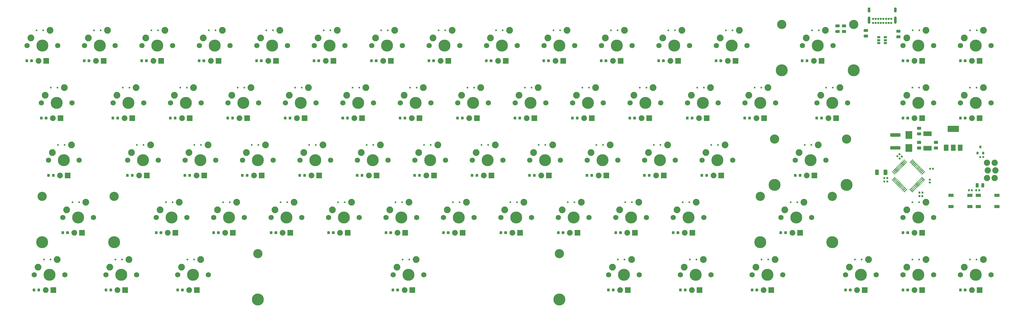
<source format=gbr>
%TF.GenerationSoftware,KiCad,Pcbnew,(5.1.4)-1*%
%TF.CreationDate,2020-07-03T12:21:58-04:00*%
%TF.ProjectId,soph68,736f7068-3638-42e6-9b69-6361645f7063,rev?*%
%TF.SameCoordinates,Original*%
%TF.FileFunction,Soldermask,Bot*%
%TF.FilePolarity,Negative*%
%FSLAX46Y46*%
G04 Gerber Fmt 4.6, Leading zero omitted, Abs format (unit mm)*
G04 Created by KiCad (PCBNEW (5.1.4)-1) date 2020-07-03 12:21:58*
%MOMM*%
%LPD*%
G04 APERTURE LIST*
%ADD10C,2.250000*%
%ADD11C,3.987800*%
%ADD12C,1.905000*%
%ADD13R,1.905000X1.905000*%
%ADD14C,1.750000*%
%ADD15C,3.048000*%
%ADD16R,1.800000X1.100000*%
%ADD17C,0.100000*%
%ADD18C,0.590000*%
%ADD19R,3.800000X2.000000*%
%ADD20R,1.500000X2.000000*%
%ADD21C,0.975000*%
%ADD22C,1.125000*%
%ADD23R,2.300000X2.500000*%
%ADD24R,2.700000X1.500000*%
%ADD25C,0.700000*%
%ADD26O,0.900000X2.400000*%
%ADD27O,0.900000X1.700000*%
%ADD28C,0.300000*%
%ADD29R,1.060000X0.650000*%
%ADD30C,1.250000*%
%ADD31C,0.875000*%
%ADD32R,0.800000X0.900000*%
%ADD33C,2.082800*%
%ADD34R,0.500000X0.500000*%
G04 APERTURE END LIST*
D10*
%TO.C,K_41*%
X221615000Y-90170000D03*
D11*
X219075000Y-95250000D03*
D10*
X215265000Y-92710000D03*
D12*
X217805000Y-100330000D03*
D13*
X220345000Y-100330000D03*
D14*
X213995000Y-95250000D03*
X224155000Y-95250000D03*
%TD*%
D10*
%TO.C,K_27*%
X254952500Y-71120000D03*
D11*
X252412500Y-76200000D03*
D10*
X248602500Y-73660000D03*
D12*
X251142500Y-81280000D03*
D13*
X253682500Y-81280000D03*
D14*
X247332500Y-76200000D03*
X257492500Y-76200000D03*
%TD*%
D10*
%TO.C,K_35*%
X107315000Y-90170000D03*
D11*
X104775000Y-95250000D03*
D10*
X100965000Y-92710000D03*
D12*
X103505000Y-100330000D03*
D13*
X106045000Y-100330000D03*
D14*
X99695000Y-95250000D03*
X109855000Y-95250000D03*
%TD*%
D10*
%TO.C,K_45*%
X47783750Y-109220000D03*
D11*
X45243750Y-114300000D03*
D10*
X41433750Y-111760000D03*
D12*
X43973750Y-119380000D03*
D13*
X46513750Y-119380000D03*
D14*
X40163750Y-114300000D03*
X50323750Y-114300000D03*
D15*
X33305750Y-107315000D03*
X57181750Y-107315000D03*
D11*
X33305750Y-122555000D03*
X57181750Y-122555000D03*
%TD*%
D16*
%TO.C,SWRST1*%
X340920000Y-106989000D03*
X334720000Y-106989000D03*
X340920000Y-110689000D03*
X334720000Y-110689000D03*
%TD*%
%TO.C,SWBT1*%
X343737000Y-110689000D03*
X349937000Y-110689000D03*
X343737000Y-106989000D03*
X349937000Y-106989000D03*
%TD*%
D17*
%TO.C,CBT1*%
G36*
X343211958Y-104963710D02*
G01*
X343226276Y-104965834D01*
X343240317Y-104969351D01*
X343253946Y-104974228D01*
X343267031Y-104980417D01*
X343279447Y-104987858D01*
X343291073Y-104996481D01*
X343301798Y-105006202D01*
X343311519Y-105016927D01*
X343320142Y-105028553D01*
X343327583Y-105040969D01*
X343333772Y-105054054D01*
X343338649Y-105067683D01*
X343342166Y-105081724D01*
X343344290Y-105096042D01*
X343345000Y-105110500D01*
X343345000Y-105455500D01*
X343344290Y-105469958D01*
X343342166Y-105484276D01*
X343338649Y-105498317D01*
X343333772Y-105511946D01*
X343327583Y-105525031D01*
X343320142Y-105537447D01*
X343311519Y-105549073D01*
X343301798Y-105559798D01*
X343291073Y-105569519D01*
X343279447Y-105578142D01*
X343267031Y-105585583D01*
X343253946Y-105591772D01*
X343240317Y-105596649D01*
X343226276Y-105600166D01*
X343211958Y-105602290D01*
X343197500Y-105603000D01*
X342902500Y-105603000D01*
X342888042Y-105602290D01*
X342873724Y-105600166D01*
X342859683Y-105596649D01*
X342846054Y-105591772D01*
X342832969Y-105585583D01*
X342820553Y-105578142D01*
X342808927Y-105569519D01*
X342798202Y-105559798D01*
X342788481Y-105549073D01*
X342779858Y-105537447D01*
X342772417Y-105525031D01*
X342766228Y-105511946D01*
X342761351Y-105498317D01*
X342757834Y-105484276D01*
X342755710Y-105469958D01*
X342755000Y-105455500D01*
X342755000Y-105110500D01*
X342755710Y-105096042D01*
X342757834Y-105081724D01*
X342761351Y-105067683D01*
X342766228Y-105054054D01*
X342772417Y-105040969D01*
X342779858Y-105028553D01*
X342788481Y-105016927D01*
X342798202Y-105006202D01*
X342808927Y-104996481D01*
X342820553Y-104987858D01*
X342832969Y-104980417D01*
X342846054Y-104974228D01*
X342859683Y-104969351D01*
X342873724Y-104965834D01*
X342888042Y-104963710D01*
X342902500Y-104963000D01*
X343197500Y-104963000D01*
X343211958Y-104963710D01*
X343211958Y-104963710D01*
G37*
D18*
X343050000Y-105283000D03*
D17*
G36*
X344181958Y-104963710D02*
G01*
X344196276Y-104965834D01*
X344210317Y-104969351D01*
X344223946Y-104974228D01*
X344237031Y-104980417D01*
X344249447Y-104987858D01*
X344261073Y-104996481D01*
X344271798Y-105006202D01*
X344281519Y-105016927D01*
X344290142Y-105028553D01*
X344297583Y-105040969D01*
X344303772Y-105054054D01*
X344308649Y-105067683D01*
X344312166Y-105081724D01*
X344314290Y-105096042D01*
X344315000Y-105110500D01*
X344315000Y-105455500D01*
X344314290Y-105469958D01*
X344312166Y-105484276D01*
X344308649Y-105498317D01*
X344303772Y-105511946D01*
X344297583Y-105525031D01*
X344290142Y-105537447D01*
X344281519Y-105549073D01*
X344271798Y-105559798D01*
X344261073Y-105569519D01*
X344249447Y-105578142D01*
X344237031Y-105585583D01*
X344223946Y-105591772D01*
X344210317Y-105596649D01*
X344196276Y-105600166D01*
X344181958Y-105602290D01*
X344167500Y-105603000D01*
X343872500Y-105603000D01*
X343858042Y-105602290D01*
X343843724Y-105600166D01*
X343829683Y-105596649D01*
X343816054Y-105591772D01*
X343802969Y-105585583D01*
X343790553Y-105578142D01*
X343778927Y-105569519D01*
X343768202Y-105559798D01*
X343758481Y-105549073D01*
X343749858Y-105537447D01*
X343742417Y-105525031D01*
X343736228Y-105511946D01*
X343731351Y-105498317D01*
X343727834Y-105484276D01*
X343725710Y-105469958D01*
X343725000Y-105455500D01*
X343725000Y-105110500D01*
X343725710Y-105096042D01*
X343727834Y-105081724D01*
X343731351Y-105067683D01*
X343736228Y-105054054D01*
X343742417Y-105040969D01*
X343749858Y-105028553D01*
X343758481Y-105016927D01*
X343768202Y-105006202D01*
X343778927Y-104996481D01*
X343790553Y-104987858D01*
X343802969Y-104980417D01*
X343816054Y-104974228D01*
X343829683Y-104969351D01*
X343843724Y-104965834D01*
X343858042Y-104963710D01*
X343872500Y-104963000D01*
X344167500Y-104963000D01*
X344181958Y-104963710D01*
X344181958Y-104963710D01*
G37*
D18*
X344020000Y-105283000D03*
%TD*%
D19*
%TO.C,U3*%
X335407000Y-84861000D03*
D20*
X335407000Y-91161000D03*
X333107000Y-91161000D03*
X337707000Y-91161000D03*
%TD*%
D17*
%TO.C,RSI1*%
G36*
X330172142Y-90748174D02*
G01*
X330195803Y-90751684D01*
X330219007Y-90757496D01*
X330241529Y-90765554D01*
X330263153Y-90775782D01*
X330283670Y-90788079D01*
X330302883Y-90802329D01*
X330320607Y-90818393D01*
X330336671Y-90836117D01*
X330350921Y-90855330D01*
X330363218Y-90875847D01*
X330373446Y-90897471D01*
X330381504Y-90919993D01*
X330387316Y-90943197D01*
X330390826Y-90966858D01*
X330392000Y-90990750D01*
X330392000Y-91478250D01*
X330390826Y-91502142D01*
X330387316Y-91525803D01*
X330381504Y-91549007D01*
X330373446Y-91571529D01*
X330363218Y-91593153D01*
X330350921Y-91613670D01*
X330336671Y-91632883D01*
X330320607Y-91650607D01*
X330302883Y-91666671D01*
X330283670Y-91680921D01*
X330263153Y-91693218D01*
X330241529Y-91703446D01*
X330219007Y-91711504D01*
X330195803Y-91717316D01*
X330172142Y-91720826D01*
X330148250Y-91722000D01*
X329235750Y-91722000D01*
X329211858Y-91720826D01*
X329188197Y-91717316D01*
X329164993Y-91711504D01*
X329142471Y-91703446D01*
X329120847Y-91693218D01*
X329100330Y-91680921D01*
X329081117Y-91666671D01*
X329063393Y-91650607D01*
X329047329Y-91632883D01*
X329033079Y-91613670D01*
X329020782Y-91593153D01*
X329010554Y-91571529D01*
X329002496Y-91549007D01*
X328996684Y-91525803D01*
X328993174Y-91502142D01*
X328992000Y-91478250D01*
X328992000Y-90990750D01*
X328993174Y-90966858D01*
X328996684Y-90943197D01*
X329002496Y-90919993D01*
X329010554Y-90897471D01*
X329020782Y-90875847D01*
X329033079Y-90855330D01*
X329047329Y-90836117D01*
X329063393Y-90818393D01*
X329081117Y-90802329D01*
X329100330Y-90788079D01*
X329120847Y-90775782D01*
X329142471Y-90765554D01*
X329164993Y-90757496D01*
X329188197Y-90751684D01*
X329211858Y-90748174D01*
X329235750Y-90747000D01*
X330148250Y-90747000D01*
X330172142Y-90748174D01*
X330172142Y-90748174D01*
G37*
D21*
X329692000Y-91234500D03*
D17*
G36*
X330172142Y-88873174D02*
G01*
X330195803Y-88876684D01*
X330219007Y-88882496D01*
X330241529Y-88890554D01*
X330263153Y-88900782D01*
X330283670Y-88913079D01*
X330302883Y-88927329D01*
X330320607Y-88943393D01*
X330336671Y-88961117D01*
X330350921Y-88980330D01*
X330363218Y-89000847D01*
X330373446Y-89022471D01*
X330381504Y-89044993D01*
X330387316Y-89068197D01*
X330390826Y-89091858D01*
X330392000Y-89115750D01*
X330392000Y-89603250D01*
X330390826Y-89627142D01*
X330387316Y-89650803D01*
X330381504Y-89674007D01*
X330373446Y-89696529D01*
X330363218Y-89718153D01*
X330350921Y-89738670D01*
X330336671Y-89757883D01*
X330320607Y-89775607D01*
X330302883Y-89791671D01*
X330283670Y-89805921D01*
X330263153Y-89818218D01*
X330241529Y-89828446D01*
X330219007Y-89836504D01*
X330195803Y-89842316D01*
X330172142Y-89845826D01*
X330148250Y-89847000D01*
X329235750Y-89847000D01*
X329211858Y-89845826D01*
X329188197Y-89842316D01*
X329164993Y-89836504D01*
X329142471Y-89828446D01*
X329120847Y-89818218D01*
X329100330Y-89805921D01*
X329081117Y-89791671D01*
X329063393Y-89775607D01*
X329047329Y-89757883D01*
X329033079Y-89738670D01*
X329020782Y-89718153D01*
X329010554Y-89696529D01*
X329002496Y-89674007D01*
X328996684Y-89650803D01*
X328993174Y-89627142D01*
X328992000Y-89603250D01*
X328992000Y-89115750D01*
X328993174Y-89091858D01*
X328996684Y-89068197D01*
X329002496Y-89044993D01*
X329010554Y-89022471D01*
X329020782Y-89000847D01*
X329033079Y-88980330D01*
X329047329Y-88961117D01*
X329063393Y-88943393D01*
X329081117Y-88927329D01*
X329100330Y-88913079D01*
X329120847Y-88900782D01*
X329142471Y-88890554D01*
X329164993Y-88882496D01*
X329188197Y-88876684D01*
X329211858Y-88873174D01*
X329235750Y-88872000D01*
X330148250Y-88872000D01*
X330172142Y-88873174D01*
X330172142Y-88873174D01*
G37*
D21*
X329692000Y-89359500D03*
%TD*%
D17*
%TO.C,F1*%
G36*
X317704505Y-86328204D02*
G01*
X317728773Y-86331804D01*
X317752572Y-86337765D01*
X317775671Y-86346030D01*
X317797850Y-86356520D01*
X317818893Y-86369132D01*
X317838599Y-86383747D01*
X317856777Y-86400223D01*
X317873253Y-86418401D01*
X317887868Y-86438107D01*
X317900480Y-86459150D01*
X317910970Y-86481329D01*
X317919235Y-86504428D01*
X317925196Y-86528227D01*
X317928796Y-86552495D01*
X317930000Y-86576999D01*
X317930000Y-87202001D01*
X317928796Y-87226505D01*
X317925196Y-87250773D01*
X317919235Y-87274572D01*
X317910970Y-87297671D01*
X317900480Y-87319850D01*
X317887868Y-87340893D01*
X317873253Y-87360599D01*
X317856777Y-87378777D01*
X317838599Y-87395253D01*
X317818893Y-87409868D01*
X317797850Y-87422480D01*
X317775671Y-87432970D01*
X317752572Y-87441235D01*
X317728773Y-87447196D01*
X317704505Y-87450796D01*
X317680001Y-87452000D01*
X314779999Y-87452000D01*
X314755495Y-87450796D01*
X314731227Y-87447196D01*
X314707428Y-87441235D01*
X314684329Y-87432970D01*
X314662150Y-87422480D01*
X314641107Y-87409868D01*
X314621401Y-87395253D01*
X314603223Y-87378777D01*
X314586747Y-87360599D01*
X314572132Y-87340893D01*
X314559520Y-87319850D01*
X314549030Y-87297671D01*
X314540765Y-87274572D01*
X314534804Y-87250773D01*
X314531204Y-87226505D01*
X314530000Y-87202001D01*
X314530000Y-86576999D01*
X314531204Y-86552495D01*
X314534804Y-86528227D01*
X314540765Y-86504428D01*
X314549030Y-86481329D01*
X314559520Y-86459150D01*
X314572132Y-86438107D01*
X314586747Y-86418401D01*
X314603223Y-86400223D01*
X314621401Y-86383747D01*
X314641107Y-86369132D01*
X314662150Y-86356520D01*
X314684329Y-86346030D01*
X314707428Y-86337765D01*
X314731227Y-86331804D01*
X314755495Y-86328204D01*
X314779999Y-86327000D01*
X317680001Y-86327000D01*
X317704505Y-86328204D01*
X317704505Y-86328204D01*
G37*
D22*
X316230000Y-86889500D03*
D17*
G36*
X317704505Y-90603204D02*
G01*
X317728773Y-90606804D01*
X317752572Y-90612765D01*
X317775671Y-90621030D01*
X317797850Y-90631520D01*
X317818893Y-90644132D01*
X317838599Y-90658747D01*
X317856777Y-90675223D01*
X317873253Y-90693401D01*
X317887868Y-90713107D01*
X317900480Y-90734150D01*
X317910970Y-90756329D01*
X317919235Y-90779428D01*
X317925196Y-90803227D01*
X317928796Y-90827495D01*
X317930000Y-90851999D01*
X317930000Y-91477001D01*
X317928796Y-91501505D01*
X317925196Y-91525773D01*
X317919235Y-91549572D01*
X317910970Y-91572671D01*
X317900480Y-91594850D01*
X317887868Y-91615893D01*
X317873253Y-91635599D01*
X317856777Y-91653777D01*
X317838599Y-91670253D01*
X317818893Y-91684868D01*
X317797850Y-91697480D01*
X317775671Y-91707970D01*
X317752572Y-91716235D01*
X317728773Y-91722196D01*
X317704505Y-91725796D01*
X317680001Y-91727000D01*
X314779999Y-91727000D01*
X314755495Y-91725796D01*
X314731227Y-91722196D01*
X314707428Y-91716235D01*
X314684329Y-91707970D01*
X314662150Y-91697480D01*
X314641107Y-91684868D01*
X314621401Y-91670253D01*
X314603223Y-91653777D01*
X314586747Y-91635599D01*
X314572132Y-91615893D01*
X314559520Y-91594850D01*
X314549030Y-91572671D01*
X314540765Y-91549572D01*
X314534804Y-91525773D01*
X314531204Y-91501505D01*
X314530000Y-91477001D01*
X314530000Y-90851999D01*
X314531204Y-90827495D01*
X314534804Y-90803227D01*
X314540765Y-90779428D01*
X314549030Y-90756329D01*
X314559520Y-90734150D01*
X314572132Y-90713107D01*
X314586747Y-90693401D01*
X314603223Y-90675223D01*
X314621401Y-90658747D01*
X314641107Y-90644132D01*
X314662150Y-90631520D01*
X314684329Y-90621030D01*
X314707428Y-90612765D01*
X314731227Y-90606804D01*
X314755495Y-90603204D01*
X314779999Y-90602000D01*
X317680001Y-90602000D01*
X317704505Y-90603204D01*
X317704505Y-90603204D01*
G37*
D22*
X316230000Y-91164500D03*
%TD*%
D23*
%TO.C,DF1*%
X320675000Y-86877000D03*
X320675000Y-91177000D03*
%TD*%
D24*
%TO.C,DS1*%
X326898000Y-91300000D03*
X326898000Y-86500000D03*
%TD*%
D17*
%TO.C,CSO1*%
G36*
X324584142Y-86049174D02*
G01*
X324607803Y-86052684D01*
X324631007Y-86058496D01*
X324653529Y-86066554D01*
X324675153Y-86076782D01*
X324695670Y-86089079D01*
X324714883Y-86103329D01*
X324732607Y-86119393D01*
X324748671Y-86137117D01*
X324762921Y-86156330D01*
X324775218Y-86176847D01*
X324785446Y-86198471D01*
X324793504Y-86220993D01*
X324799316Y-86244197D01*
X324802826Y-86267858D01*
X324804000Y-86291750D01*
X324804000Y-86779250D01*
X324802826Y-86803142D01*
X324799316Y-86826803D01*
X324793504Y-86850007D01*
X324785446Y-86872529D01*
X324775218Y-86894153D01*
X324762921Y-86914670D01*
X324748671Y-86933883D01*
X324732607Y-86951607D01*
X324714883Y-86967671D01*
X324695670Y-86981921D01*
X324675153Y-86994218D01*
X324653529Y-87004446D01*
X324631007Y-87012504D01*
X324607803Y-87018316D01*
X324584142Y-87021826D01*
X324560250Y-87023000D01*
X323647750Y-87023000D01*
X323623858Y-87021826D01*
X323600197Y-87018316D01*
X323576993Y-87012504D01*
X323554471Y-87004446D01*
X323532847Y-86994218D01*
X323512330Y-86981921D01*
X323493117Y-86967671D01*
X323475393Y-86951607D01*
X323459329Y-86933883D01*
X323445079Y-86914670D01*
X323432782Y-86894153D01*
X323422554Y-86872529D01*
X323414496Y-86850007D01*
X323408684Y-86826803D01*
X323405174Y-86803142D01*
X323404000Y-86779250D01*
X323404000Y-86291750D01*
X323405174Y-86267858D01*
X323408684Y-86244197D01*
X323414496Y-86220993D01*
X323422554Y-86198471D01*
X323432782Y-86176847D01*
X323445079Y-86156330D01*
X323459329Y-86137117D01*
X323475393Y-86119393D01*
X323493117Y-86103329D01*
X323512330Y-86089079D01*
X323532847Y-86076782D01*
X323554471Y-86066554D01*
X323576993Y-86058496D01*
X323600197Y-86052684D01*
X323623858Y-86049174D01*
X323647750Y-86048000D01*
X324560250Y-86048000D01*
X324584142Y-86049174D01*
X324584142Y-86049174D01*
G37*
D21*
X324104000Y-86535500D03*
D17*
G36*
X324584142Y-84174174D02*
G01*
X324607803Y-84177684D01*
X324631007Y-84183496D01*
X324653529Y-84191554D01*
X324675153Y-84201782D01*
X324695670Y-84214079D01*
X324714883Y-84228329D01*
X324732607Y-84244393D01*
X324748671Y-84262117D01*
X324762921Y-84281330D01*
X324775218Y-84301847D01*
X324785446Y-84323471D01*
X324793504Y-84345993D01*
X324799316Y-84369197D01*
X324802826Y-84392858D01*
X324804000Y-84416750D01*
X324804000Y-84904250D01*
X324802826Y-84928142D01*
X324799316Y-84951803D01*
X324793504Y-84975007D01*
X324785446Y-84997529D01*
X324775218Y-85019153D01*
X324762921Y-85039670D01*
X324748671Y-85058883D01*
X324732607Y-85076607D01*
X324714883Y-85092671D01*
X324695670Y-85106921D01*
X324675153Y-85119218D01*
X324653529Y-85129446D01*
X324631007Y-85137504D01*
X324607803Y-85143316D01*
X324584142Y-85146826D01*
X324560250Y-85148000D01*
X323647750Y-85148000D01*
X323623858Y-85146826D01*
X323600197Y-85143316D01*
X323576993Y-85137504D01*
X323554471Y-85129446D01*
X323532847Y-85119218D01*
X323512330Y-85106921D01*
X323493117Y-85092671D01*
X323475393Y-85076607D01*
X323459329Y-85058883D01*
X323445079Y-85039670D01*
X323432782Y-85019153D01*
X323422554Y-84997529D01*
X323414496Y-84975007D01*
X323408684Y-84951803D01*
X323405174Y-84928142D01*
X323404000Y-84904250D01*
X323404000Y-84416750D01*
X323405174Y-84392858D01*
X323408684Y-84369197D01*
X323414496Y-84345993D01*
X323422554Y-84323471D01*
X323432782Y-84301847D01*
X323445079Y-84281330D01*
X323459329Y-84262117D01*
X323475393Y-84244393D01*
X323493117Y-84228329D01*
X323512330Y-84214079D01*
X323532847Y-84201782D01*
X323554471Y-84191554D01*
X323576993Y-84183496D01*
X323600197Y-84177684D01*
X323623858Y-84174174D01*
X323647750Y-84173000D01*
X324560250Y-84173000D01*
X324584142Y-84174174D01*
X324584142Y-84174174D01*
G37*
D21*
X324104000Y-84660500D03*
%TD*%
D17*
%TO.C,CSI1*%
G36*
X324584142Y-90748174D02*
G01*
X324607803Y-90751684D01*
X324631007Y-90757496D01*
X324653529Y-90765554D01*
X324675153Y-90775782D01*
X324695670Y-90788079D01*
X324714883Y-90802329D01*
X324732607Y-90818393D01*
X324748671Y-90836117D01*
X324762921Y-90855330D01*
X324775218Y-90875847D01*
X324785446Y-90897471D01*
X324793504Y-90919993D01*
X324799316Y-90943197D01*
X324802826Y-90966858D01*
X324804000Y-90990750D01*
X324804000Y-91478250D01*
X324802826Y-91502142D01*
X324799316Y-91525803D01*
X324793504Y-91549007D01*
X324785446Y-91571529D01*
X324775218Y-91593153D01*
X324762921Y-91613670D01*
X324748671Y-91632883D01*
X324732607Y-91650607D01*
X324714883Y-91666671D01*
X324695670Y-91680921D01*
X324675153Y-91693218D01*
X324653529Y-91703446D01*
X324631007Y-91711504D01*
X324607803Y-91717316D01*
X324584142Y-91720826D01*
X324560250Y-91722000D01*
X323647750Y-91722000D01*
X323623858Y-91720826D01*
X323600197Y-91717316D01*
X323576993Y-91711504D01*
X323554471Y-91703446D01*
X323532847Y-91693218D01*
X323512330Y-91680921D01*
X323493117Y-91666671D01*
X323475393Y-91650607D01*
X323459329Y-91632883D01*
X323445079Y-91613670D01*
X323432782Y-91593153D01*
X323422554Y-91571529D01*
X323414496Y-91549007D01*
X323408684Y-91525803D01*
X323405174Y-91502142D01*
X323404000Y-91478250D01*
X323404000Y-90990750D01*
X323405174Y-90966858D01*
X323408684Y-90943197D01*
X323414496Y-90919993D01*
X323422554Y-90897471D01*
X323432782Y-90875847D01*
X323445079Y-90855330D01*
X323459329Y-90836117D01*
X323475393Y-90818393D01*
X323493117Y-90802329D01*
X323512330Y-90788079D01*
X323532847Y-90775782D01*
X323554471Y-90765554D01*
X323576993Y-90757496D01*
X323600197Y-90751684D01*
X323623858Y-90748174D01*
X323647750Y-90747000D01*
X324560250Y-90747000D01*
X324584142Y-90748174D01*
X324584142Y-90748174D01*
G37*
D21*
X324104000Y-91234500D03*
D17*
G36*
X324584142Y-88873174D02*
G01*
X324607803Y-88876684D01*
X324631007Y-88882496D01*
X324653529Y-88890554D01*
X324675153Y-88900782D01*
X324695670Y-88913079D01*
X324714883Y-88927329D01*
X324732607Y-88943393D01*
X324748671Y-88961117D01*
X324762921Y-88980330D01*
X324775218Y-89000847D01*
X324785446Y-89022471D01*
X324793504Y-89044993D01*
X324799316Y-89068197D01*
X324802826Y-89091858D01*
X324804000Y-89115750D01*
X324804000Y-89603250D01*
X324802826Y-89627142D01*
X324799316Y-89650803D01*
X324793504Y-89674007D01*
X324785446Y-89696529D01*
X324775218Y-89718153D01*
X324762921Y-89738670D01*
X324748671Y-89757883D01*
X324732607Y-89775607D01*
X324714883Y-89791671D01*
X324695670Y-89805921D01*
X324675153Y-89818218D01*
X324653529Y-89828446D01*
X324631007Y-89836504D01*
X324607803Y-89842316D01*
X324584142Y-89845826D01*
X324560250Y-89847000D01*
X323647750Y-89847000D01*
X323623858Y-89845826D01*
X323600197Y-89842316D01*
X323576993Y-89836504D01*
X323554471Y-89828446D01*
X323532847Y-89818218D01*
X323512330Y-89805921D01*
X323493117Y-89791671D01*
X323475393Y-89775607D01*
X323459329Y-89757883D01*
X323445079Y-89738670D01*
X323432782Y-89718153D01*
X323422554Y-89696529D01*
X323414496Y-89674007D01*
X323408684Y-89650803D01*
X323405174Y-89627142D01*
X323404000Y-89603250D01*
X323404000Y-89115750D01*
X323405174Y-89091858D01*
X323408684Y-89068197D01*
X323414496Y-89044993D01*
X323422554Y-89022471D01*
X323432782Y-89000847D01*
X323445079Y-88980330D01*
X323459329Y-88961117D01*
X323475393Y-88943393D01*
X323493117Y-88927329D01*
X323512330Y-88913079D01*
X323532847Y-88900782D01*
X323554471Y-88890554D01*
X323576993Y-88882496D01*
X323600197Y-88876684D01*
X323623858Y-88873174D01*
X323647750Y-88872000D01*
X324560250Y-88872000D01*
X324584142Y-88873174D01*
X324584142Y-88873174D01*
G37*
D21*
X324104000Y-89359500D03*
%TD*%
D17*
%TO.C,RSH1*%
G36*
X299692142Y-50138174D02*
G01*
X299715803Y-50141684D01*
X299739007Y-50147496D01*
X299761529Y-50155554D01*
X299783153Y-50165782D01*
X299803670Y-50178079D01*
X299822883Y-50192329D01*
X299840607Y-50208393D01*
X299856671Y-50226117D01*
X299870921Y-50245330D01*
X299883218Y-50265847D01*
X299893446Y-50287471D01*
X299901504Y-50309993D01*
X299907316Y-50333197D01*
X299910826Y-50356858D01*
X299912000Y-50380750D01*
X299912000Y-50868250D01*
X299910826Y-50892142D01*
X299907316Y-50915803D01*
X299901504Y-50939007D01*
X299893446Y-50961529D01*
X299883218Y-50983153D01*
X299870921Y-51003670D01*
X299856671Y-51022883D01*
X299840607Y-51040607D01*
X299822883Y-51056671D01*
X299803670Y-51070921D01*
X299783153Y-51083218D01*
X299761529Y-51093446D01*
X299739007Y-51101504D01*
X299715803Y-51107316D01*
X299692142Y-51110826D01*
X299668250Y-51112000D01*
X298755750Y-51112000D01*
X298731858Y-51110826D01*
X298708197Y-51107316D01*
X298684993Y-51101504D01*
X298662471Y-51093446D01*
X298640847Y-51083218D01*
X298620330Y-51070921D01*
X298601117Y-51056671D01*
X298583393Y-51040607D01*
X298567329Y-51022883D01*
X298553079Y-51003670D01*
X298540782Y-50983153D01*
X298530554Y-50961529D01*
X298522496Y-50939007D01*
X298516684Y-50915803D01*
X298513174Y-50892142D01*
X298512000Y-50868250D01*
X298512000Y-50380750D01*
X298513174Y-50356858D01*
X298516684Y-50333197D01*
X298522496Y-50309993D01*
X298530554Y-50287471D01*
X298540782Y-50265847D01*
X298553079Y-50245330D01*
X298567329Y-50226117D01*
X298583393Y-50208393D01*
X298601117Y-50192329D01*
X298620330Y-50178079D01*
X298640847Y-50165782D01*
X298662471Y-50155554D01*
X298684993Y-50147496D01*
X298708197Y-50141684D01*
X298731858Y-50138174D01*
X298755750Y-50137000D01*
X299668250Y-50137000D01*
X299692142Y-50138174D01*
X299692142Y-50138174D01*
G37*
D21*
X299212000Y-50624500D03*
D17*
G36*
X299692142Y-52013174D02*
G01*
X299715803Y-52016684D01*
X299739007Y-52022496D01*
X299761529Y-52030554D01*
X299783153Y-52040782D01*
X299803670Y-52053079D01*
X299822883Y-52067329D01*
X299840607Y-52083393D01*
X299856671Y-52101117D01*
X299870921Y-52120330D01*
X299883218Y-52140847D01*
X299893446Y-52162471D01*
X299901504Y-52184993D01*
X299907316Y-52208197D01*
X299910826Y-52231858D01*
X299912000Y-52255750D01*
X299912000Y-52743250D01*
X299910826Y-52767142D01*
X299907316Y-52790803D01*
X299901504Y-52814007D01*
X299893446Y-52836529D01*
X299883218Y-52858153D01*
X299870921Y-52878670D01*
X299856671Y-52897883D01*
X299840607Y-52915607D01*
X299822883Y-52931671D01*
X299803670Y-52945921D01*
X299783153Y-52958218D01*
X299761529Y-52968446D01*
X299739007Y-52976504D01*
X299715803Y-52982316D01*
X299692142Y-52985826D01*
X299668250Y-52987000D01*
X298755750Y-52987000D01*
X298731858Y-52985826D01*
X298708197Y-52982316D01*
X298684993Y-52976504D01*
X298662471Y-52968446D01*
X298640847Y-52958218D01*
X298620330Y-52945921D01*
X298601117Y-52931671D01*
X298583393Y-52915607D01*
X298567329Y-52897883D01*
X298553079Y-52878670D01*
X298540782Y-52858153D01*
X298530554Y-52836529D01*
X298522496Y-52814007D01*
X298516684Y-52790803D01*
X298513174Y-52767142D01*
X298512000Y-52743250D01*
X298512000Y-52255750D01*
X298513174Y-52231858D01*
X298516684Y-52208197D01*
X298522496Y-52184993D01*
X298530554Y-52162471D01*
X298540782Y-52140847D01*
X298553079Y-52120330D01*
X298567329Y-52101117D01*
X298583393Y-52083393D01*
X298601117Y-52067329D01*
X298620330Y-52053079D01*
X298640847Y-52040782D01*
X298662471Y-52030554D01*
X298684993Y-52022496D01*
X298708197Y-52016684D01*
X298731858Y-52013174D01*
X298755750Y-52012000D01*
X299668250Y-52012000D01*
X299692142Y-52013174D01*
X299692142Y-52013174D01*
G37*
D21*
X299212000Y-52499500D03*
%TD*%
D17*
%TO.C,CSH1*%
G36*
X297533142Y-50138174D02*
G01*
X297556803Y-50141684D01*
X297580007Y-50147496D01*
X297602529Y-50155554D01*
X297624153Y-50165782D01*
X297644670Y-50178079D01*
X297663883Y-50192329D01*
X297681607Y-50208393D01*
X297697671Y-50226117D01*
X297711921Y-50245330D01*
X297724218Y-50265847D01*
X297734446Y-50287471D01*
X297742504Y-50309993D01*
X297748316Y-50333197D01*
X297751826Y-50356858D01*
X297753000Y-50380750D01*
X297753000Y-50868250D01*
X297751826Y-50892142D01*
X297748316Y-50915803D01*
X297742504Y-50939007D01*
X297734446Y-50961529D01*
X297724218Y-50983153D01*
X297711921Y-51003670D01*
X297697671Y-51022883D01*
X297681607Y-51040607D01*
X297663883Y-51056671D01*
X297644670Y-51070921D01*
X297624153Y-51083218D01*
X297602529Y-51093446D01*
X297580007Y-51101504D01*
X297556803Y-51107316D01*
X297533142Y-51110826D01*
X297509250Y-51112000D01*
X296596750Y-51112000D01*
X296572858Y-51110826D01*
X296549197Y-51107316D01*
X296525993Y-51101504D01*
X296503471Y-51093446D01*
X296481847Y-51083218D01*
X296461330Y-51070921D01*
X296442117Y-51056671D01*
X296424393Y-51040607D01*
X296408329Y-51022883D01*
X296394079Y-51003670D01*
X296381782Y-50983153D01*
X296371554Y-50961529D01*
X296363496Y-50939007D01*
X296357684Y-50915803D01*
X296354174Y-50892142D01*
X296353000Y-50868250D01*
X296353000Y-50380750D01*
X296354174Y-50356858D01*
X296357684Y-50333197D01*
X296363496Y-50309993D01*
X296371554Y-50287471D01*
X296381782Y-50265847D01*
X296394079Y-50245330D01*
X296408329Y-50226117D01*
X296424393Y-50208393D01*
X296442117Y-50192329D01*
X296461330Y-50178079D01*
X296481847Y-50165782D01*
X296503471Y-50155554D01*
X296525993Y-50147496D01*
X296549197Y-50141684D01*
X296572858Y-50138174D01*
X296596750Y-50137000D01*
X297509250Y-50137000D01*
X297533142Y-50138174D01*
X297533142Y-50138174D01*
G37*
D21*
X297053000Y-50624500D03*
D17*
G36*
X297533142Y-52013174D02*
G01*
X297556803Y-52016684D01*
X297580007Y-52022496D01*
X297602529Y-52030554D01*
X297624153Y-52040782D01*
X297644670Y-52053079D01*
X297663883Y-52067329D01*
X297681607Y-52083393D01*
X297697671Y-52101117D01*
X297711921Y-52120330D01*
X297724218Y-52140847D01*
X297734446Y-52162471D01*
X297742504Y-52184993D01*
X297748316Y-52208197D01*
X297751826Y-52231858D01*
X297753000Y-52255750D01*
X297753000Y-52743250D01*
X297751826Y-52767142D01*
X297748316Y-52790803D01*
X297742504Y-52814007D01*
X297734446Y-52836529D01*
X297724218Y-52858153D01*
X297711921Y-52878670D01*
X297697671Y-52897883D01*
X297681607Y-52915607D01*
X297663883Y-52931671D01*
X297644670Y-52945921D01*
X297624153Y-52958218D01*
X297602529Y-52968446D01*
X297580007Y-52976504D01*
X297556803Y-52982316D01*
X297533142Y-52985826D01*
X297509250Y-52987000D01*
X296596750Y-52987000D01*
X296572858Y-52985826D01*
X296549197Y-52982316D01*
X296525993Y-52976504D01*
X296503471Y-52968446D01*
X296481847Y-52958218D01*
X296461330Y-52945921D01*
X296442117Y-52931671D01*
X296424393Y-52915607D01*
X296408329Y-52897883D01*
X296394079Y-52878670D01*
X296381782Y-52858153D01*
X296371554Y-52836529D01*
X296363496Y-52814007D01*
X296357684Y-52790803D01*
X296354174Y-52767142D01*
X296353000Y-52743250D01*
X296353000Y-52255750D01*
X296354174Y-52231858D01*
X296357684Y-52208197D01*
X296363496Y-52184993D01*
X296371554Y-52162471D01*
X296381782Y-52140847D01*
X296394079Y-52120330D01*
X296408329Y-52101117D01*
X296424393Y-52083393D01*
X296442117Y-52067329D01*
X296461330Y-52053079D01*
X296481847Y-52040782D01*
X296503471Y-52030554D01*
X296525993Y-52022496D01*
X296549197Y-52016684D01*
X296572858Y-52013174D01*
X296596750Y-52012000D01*
X297509250Y-52012000D01*
X297533142Y-52013174D01*
X297533142Y-52013174D01*
G37*
D21*
X297053000Y-52499500D03*
%TD*%
D25*
%TO.C,USB1*%
X314833000Y-49657000D03*
X313983000Y-49657000D03*
X313133000Y-49657000D03*
X312283000Y-49657000D03*
X311433000Y-49657000D03*
X310583000Y-49657000D03*
X309733000Y-49657000D03*
X308883000Y-49657000D03*
X313983000Y-48307000D03*
X312283000Y-48307000D03*
X313133000Y-48307000D03*
X314833000Y-48307000D03*
X310583000Y-48307000D03*
X309733000Y-48307000D03*
X308883000Y-48307000D03*
X311433000Y-48307000D03*
D26*
X316183000Y-48677000D03*
X307533000Y-48677000D03*
D27*
X316183000Y-45297000D03*
X307533000Y-45297000D03*
%TD*%
D10*
%TO.C,K_56*%
X285908750Y-109220000D03*
D11*
X283368750Y-114300000D03*
D10*
X279558750Y-111760000D03*
D12*
X282098750Y-119380000D03*
D13*
X284638750Y-119380000D03*
D14*
X278288750Y-114300000D03*
X288448750Y-114300000D03*
D15*
X271430750Y-107315000D03*
X295306750Y-107315000D03*
D11*
X271430750Y-122555000D03*
X295306750Y-122555000D03*
%TD*%
D10*
%TO.C,K_44*%
X290671250Y-90170000D03*
D11*
X288131250Y-95250000D03*
D10*
X284321250Y-92710000D03*
D12*
X286861250Y-100330000D03*
D13*
X289401250Y-100330000D03*
D14*
X283051250Y-95250000D03*
X293211250Y-95250000D03*
D15*
X276193250Y-88265000D03*
X300069250Y-88265000D03*
D11*
X276193250Y-103505000D03*
X300069250Y-103505000D03*
%TD*%
D10*
%TO.C,K_18*%
X83502500Y-71120000D03*
D11*
X80962500Y-76200000D03*
D10*
X77152500Y-73660000D03*
D12*
X79692500Y-81280000D03*
D13*
X82232500Y-81280000D03*
D14*
X75882500Y-76200000D03*
X86042500Y-76200000D03*
%TD*%
D10*
%TO.C,K_24*%
X197802500Y-71120000D03*
D11*
X195262500Y-76200000D03*
D10*
X191452500Y-73660000D03*
D12*
X193992500Y-81280000D03*
D13*
X196532500Y-81280000D03*
D14*
X190182500Y-76200000D03*
X200342500Y-76200000D03*
%TD*%
D17*
%TO.C,U2*%
G36*
X325027802Y-100859658D02*
G01*
X325035083Y-100860738D01*
X325042222Y-100862526D01*
X325049152Y-100865006D01*
X325055806Y-100868153D01*
X325062119Y-100871937D01*
X325068030Y-100876321D01*
X325073484Y-100881264D01*
X326010400Y-101818180D01*
X326015343Y-101823634D01*
X326019727Y-101829545D01*
X326023511Y-101835858D01*
X326026658Y-101842512D01*
X326029138Y-101849442D01*
X326030926Y-101856581D01*
X326032006Y-101863862D01*
X326032367Y-101871213D01*
X326032006Y-101878564D01*
X326030926Y-101885845D01*
X326029138Y-101892984D01*
X326026658Y-101899914D01*
X326023511Y-101906568D01*
X326019727Y-101912881D01*
X326015343Y-101918792D01*
X326010400Y-101924246D01*
X325904334Y-102030312D01*
X325898880Y-102035255D01*
X325892969Y-102039639D01*
X325886656Y-102043423D01*
X325880002Y-102046570D01*
X325873072Y-102049050D01*
X325865933Y-102050838D01*
X325858652Y-102051918D01*
X325851301Y-102052279D01*
X325843950Y-102051918D01*
X325836669Y-102050838D01*
X325829530Y-102049050D01*
X325822600Y-102046570D01*
X325815946Y-102043423D01*
X325809633Y-102039639D01*
X325803722Y-102035255D01*
X325798268Y-102030312D01*
X324861352Y-101093396D01*
X324856409Y-101087942D01*
X324852025Y-101082031D01*
X324848241Y-101075718D01*
X324845094Y-101069064D01*
X324842614Y-101062134D01*
X324840826Y-101054995D01*
X324839746Y-101047714D01*
X324839385Y-101040363D01*
X324839746Y-101033012D01*
X324840826Y-101025731D01*
X324842614Y-101018592D01*
X324845094Y-101011662D01*
X324848241Y-101005008D01*
X324852025Y-100998695D01*
X324856409Y-100992784D01*
X324861352Y-100987330D01*
X324967418Y-100881264D01*
X324972872Y-100876321D01*
X324978783Y-100871937D01*
X324985096Y-100868153D01*
X324991750Y-100865006D01*
X324998680Y-100862526D01*
X325005819Y-100860738D01*
X325013100Y-100859658D01*
X325020451Y-100859297D01*
X325027802Y-100859658D01*
X325027802Y-100859658D01*
G37*
D28*
X325435876Y-101455788D03*
D17*
G36*
X324674248Y-101213212D02*
G01*
X324681529Y-101214292D01*
X324688668Y-101216080D01*
X324695598Y-101218560D01*
X324702252Y-101221707D01*
X324708565Y-101225491D01*
X324714476Y-101229875D01*
X324719930Y-101234818D01*
X325656846Y-102171734D01*
X325661789Y-102177188D01*
X325666173Y-102183099D01*
X325669957Y-102189412D01*
X325673104Y-102196066D01*
X325675584Y-102202996D01*
X325677372Y-102210135D01*
X325678452Y-102217416D01*
X325678813Y-102224767D01*
X325678452Y-102232118D01*
X325677372Y-102239399D01*
X325675584Y-102246538D01*
X325673104Y-102253468D01*
X325669957Y-102260122D01*
X325666173Y-102266435D01*
X325661789Y-102272346D01*
X325656846Y-102277800D01*
X325550780Y-102383866D01*
X325545326Y-102388809D01*
X325539415Y-102393193D01*
X325533102Y-102396977D01*
X325526448Y-102400124D01*
X325519518Y-102402604D01*
X325512379Y-102404392D01*
X325505098Y-102405472D01*
X325497747Y-102405833D01*
X325490396Y-102405472D01*
X325483115Y-102404392D01*
X325475976Y-102402604D01*
X325469046Y-102400124D01*
X325462392Y-102396977D01*
X325456079Y-102393193D01*
X325450168Y-102388809D01*
X325444714Y-102383866D01*
X324507798Y-101446950D01*
X324502855Y-101441496D01*
X324498471Y-101435585D01*
X324494687Y-101429272D01*
X324491540Y-101422618D01*
X324489060Y-101415688D01*
X324487272Y-101408549D01*
X324486192Y-101401268D01*
X324485831Y-101393917D01*
X324486192Y-101386566D01*
X324487272Y-101379285D01*
X324489060Y-101372146D01*
X324491540Y-101365216D01*
X324494687Y-101358562D01*
X324498471Y-101352249D01*
X324502855Y-101346338D01*
X324507798Y-101340884D01*
X324613864Y-101234818D01*
X324619318Y-101229875D01*
X324625229Y-101225491D01*
X324631542Y-101221707D01*
X324638196Y-101218560D01*
X324645126Y-101216080D01*
X324652265Y-101214292D01*
X324659546Y-101213212D01*
X324666897Y-101212851D01*
X324674248Y-101213212D01*
X324674248Y-101213212D01*
G37*
D28*
X325082322Y-101809342D03*
D17*
G36*
X324320695Y-101566765D02*
G01*
X324327976Y-101567845D01*
X324335115Y-101569633D01*
X324342045Y-101572113D01*
X324348699Y-101575260D01*
X324355012Y-101579044D01*
X324360923Y-101583428D01*
X324366377Y-101588371D01*
X325303293Y-102525287D01*
X325308236Y-102530741D01*
X325312620Y-102536652D01*
X325316404Y-102542965D01*
X325319551Y-102549619D01*
X325322031Y-102556549D01*
X325323819Y-102563688D01*
X325324899Y-102570969D01*
X325325260Y-102578320D01*
X325324899Y-102585671D01*
X325323819Y-102592952D01*
X325322031Y-102600091D01*
X325319551Y-102607021D01*
X325316404Y-102613675D01*
X325312620Y-102619988D01*
X325308236Y-102625899D01*
X325303293Y-102631353D01*
X325197227Y-102737419D01*
X325191773Y-102742362D01*
X325185862Y-102746746D01*
X325179549Y-102750530D01*
X325172895Y-102753677D01*
X325165965Y-102756157D01*
X325158826Y-102757945D01*
X325151545Y-102759025D01*
X325144194Y-102759386D01*
X325136843Y-102759025D01*
X325129562Y-102757945D01*
X325122423Y-102756157D01*
X325115493Y-102753677D01*
X325108839Y-102750530D01*
X325102526Y-102746746D01*
X325096615Y-102742362D01*
X325091161Y-102737419D01*
X324154245Y-101800503D01*
X324149302Y-101795049D01*
X324144918Y-101789138D01*
X324141134Y-101782825D01*
X324137987Y-101776171D01*
X324135507Y-101769241D01*
X324133719Y-101762102D01*
X324132639Y-101754821D01*
X324132278Y-101747470D01*
X324132639Y-101740119D01*
X324133719Y-101732838D01*
X324135507Y-101725699D01*
X324137987Y-101718769D01*
X324141134Y-101712115D01*
X324144918Y-101705802D01*
X324149302Y-101699891D01*
X324154245Y-101694437D01*
X324260311Y-101588371D01*
X324265765Y-101583428D01*
X324271676Y-101579044D01*
X324277989Y-101575260D01*
X324284643Y-101572113D01*
X324291573Y-101569633D01*
X324298712Y-101567845D01*
X324305993Y-101566765D01*
X324313344Y-101566404D01*
X324320695Y-101566765D01*
X324320695Y-101566765D01*
G37*
D28*
X324728769Y-102162895D03*
D17*
G36*
X323967141Y-101920319D02*
G01*
X323974422Y-101921399D01*
X323981561Y-101923187D01*
X323988491Y-101925667D01*
X323995145Y-101928814D01*
X324001458Y-101932598D01*
X324007369Y-101936982D01*
X324012823Y-101941925D01*
X324949739Y-102878841D01*
X324954682Y-102884295D01*
X324959066Y-102890206D01*
X324962850Y-102896519D01*
X324965997Y-102903173D01*
X324968477Y-102910103D01*
X324970265Y-102917242D01*
X324971345Y-102924523D01*
X324971706Y-102931874D01*
X324971345Y-102939225D01*
X324970265Y-102946506D01*
X324968477Y-102953645D01*
X324965997Y-102960575D01*
X324962850Y-102967229D01*
X324959066Y-102973542D01*
X324954682Y-102979453D01*
X324949739Y-102984907D01*
X324843673Y-103090973D01*
X324838219Y-103095916D01*
X324832308Y-103100300D01*
X324825995Y-103104084D01*
X324819341Y-103107231D01*
X324812411Y-103109711D01*
X324805272Y-103111499D01*
X324797991Y-103112579D01*
X324790640Y-103112940D01*
X324783289Y-103112579D01*
X324776008Y-103111499D01*
X324768869Y-103109711D01*
X324761939Y-103107231D01*
X324755285Y-103104084D01*
X324748972Y-103100300D01*
X324743061Y-103095916D01*
X324737607Y-103090973D01*
X323800691Y-102154057D01*
X323795748Y-102148603D01*
X323791364Y-102142692D01*
X323787580Y-102136379D01*
X323784433Y-102129725D01*
X323781953Y-102122795D01*
X323780165Y-102115656D01*
X323779085Y-102108375D01*
X323778724Y-102101024D01*
X323779085Y-102093673D01*
X323780165Y-102086392D01*
X323781953Y-102079253D01*
X323784433Y-102072323D01*
X323787580Y-102065669D01*
X323791364Y-102059356D01*
X323795748Y-102053445D01*
X323800691Y-102047991D01*
X323906757Y-101941925D01*
X323912211Y-101936982D01*
X323918122Y-101932598D01*
X323924435Y-101928814D01*
X323931089Y-101925667D01*
X323938019Y-101923187D01*
X323945158Y-101921399D01*
X323952439Y-101920319D01*
X323959790Y-101919958D01*
X323967141Y-101920319D01*
X323967141Y-101920319D01*
G37*
D28*
X324375215Y-102516449D03*
D17*
G36*
X323613588Y-102273872D02*
G01*
X323620869Y-102274952D01*
X323628008Y-102276740D01*
X323634938Y-102279220D01*
X323641592Y-102282367D01*
X323647905Y-102286151D01*
X323653816Y-102290535D01*
X323659270Y-102295478D01*
X324596186Y-103232394D01*
X324601129Y-103237848D01*
X324605513Y-103243759D01*
X324609297Y-103250072D01*
X324612444Y-103256726D01*
X324614924Y-103263656D01*
X324616712Y-103270795D01*
X324617792Y-103278076D01*
X324618153Y-103285427D01*
X324617792Y-103292778D01*
X324616712Y-103300059D01*
X324614924Y-103307198D01*
X324612444Y-103314128D01*
X324609297Y-103320782D01*
X324605513Y-103327095D01*
X324601129Y-103333006D01*
X324596186Y-103338460D01*
X324490120Y-103444526D01*
X324484666Y-103449469D01*
X324478755Y-103453853D01*
X324472442Y-103457637D01*
X324465788Y-103460784D01*
X324458858Y-103463264D01*
X324451719Y-103465052D01*
X324444438Y-103466132D01*
X324437087Y-103466493D01*
X324429736Y-103466132D01*
X324422455Y-103465052D01*
X324415316Y-103463264D01*
X324408386Y-103460784D01*
X324401732Y-103457637D01*
X324395419Y-103453853D01*
X324389508Y-103449469D01*
X324384054Y-103444526D01*
X323447138Y-102507610D01*
X323442195Y-102502156D01*
X323437811Y-102496245D01*
X323434027Y-102489932D01*
X323430880Y-102483278D01*
X323428400Y-102476348D01*
X323426612Y-102469209D01*
X323425532Y-102461928D01*
X323425171Y-102454577D01*
X323425532Y-102447226D01*
X323426612Y-102439945D01*
X323428400Y-102432806D01*
X323430880Y-102425876D01*
X323434027Y-102419222D01*
X323437811Y-102412909D01*
X323442195Y-102406998D01*
X323447138Y-102401544D01*
X323553204Y-102295478D01*
X323558658Y-102290535D01*
X323564569Y-102286151D01*
X323570882Y-102282367D01*
X323577536Y-102279220D01*
X323584466Y-102276740D01*
X323591605Y-102274952D01*
X323598886Y-102273872D01*
X323606237Y-102273511D01*
X323613588Y-102273872D01*
X323613588Y-102273872D01*
G37*
D28*
X324021662Y-102870002D03*
D17*
G36*
X323260035Y-102627425D02*
G01*
X323267316Y-102628505D01*
X323274455Y-102630293D01*
X323281385Y-102632773D01*
X323288039Y-102635920D01*
X323294352Y-102639704D01*
X323300263Y-102644088D01*
X323305717Y-102649031D01*
X324242633Y-103585947D01*
X324247576Y-103591401D01*
X324251960Y-103597312D01*
X324255744Y-103603625D01*
X324258891Y-103610279D01*
X324261371Y-103617209D01*
X324263159Y-103624348D01*
X324264239Y-103631629D01*
X324264600Y-103638980D01*
X324264239Y-103646331D01*
X324263159Y-103653612D01*
X324261371Y-103660751D01*
X324258891Y-103667681D01*
X324255744Y-103674335D01*
X324251960Y-103680648D01*
X324247576Y-103686559D01*
X324242633Y-103692013D01*
X324136567Y-103798079D01*
X324131113Y-103803022D01*
X324125202Y-103807406D01*
X324118889Y-103811190D01*
X324112235Y-103814337D01*
X324105305Y-103816817D01*
X324098166Y-103818605D01*
X324090885Y-103819685D01*
X324083534Y-103820046D01*
X324076183Y-103819685D01*
X324068902Y-103818605D01*
X324061763Y-103816817D01*
X324054833Y-103814337D01*
X324048179Y-103811190D01*
X324041866Y-103807406D01*
X324035955Y-103803022D01*
X324030501Y-103798079D01*
X323093585Y-102861163D01*
X323088642Y-102855709D01*
X323084258Y-102849798D01*
X323080474Y-102843485D01*
X323077327Y-102836831D01*
X323074847Y-102829901D01*
X323073059Y-102822762D01*
X323071979Y-102815481D01*
X323071618Y-102808130D01*
X323071979Y-102800779D01*
X323073059Y-102793498D01*
X323074847Y-102786359D01*
X323077327Y-102779429D01*
X323080474Y-102772775D01*
X323084258Y-102766462D01*
X323088642Y-102760551D01*
X323093585Y-102755097D01*
X323199651Y-102649031D01*
X323205105Y-102644088D01*
X323211016Y-102639704D01*
X323217329Y-102635920D01*
X323223983Y-102632773D01*
X323230913Y-102630293D01*
X323238052Y-102628505D01*
X323245333Y-102627425D01*
X323252684Y-102627064D01*
X323260035Y-102627425D01*
X323260035Y-102627425D01*
G37*
D28*
X323668109Y-103223555D03*
D17*
G36*
X322906481Y-102980979D02*
G01*
X322913762Y-102982059D01*
X322920901Y-102983847D01*
X322927831Y-102986327D01*
X322934485Y-102989474D01*
X322940798Y-102993258D01*
X322946709Y-102997642D01*
X322952163Y-103002585D01*
X323889079Y-103939501D01*
X323894022Y-103944955D01*
X323898406Y-103950866D01*
X323902190Y-103957179D01*
X323905337Y-103963833D01*
X323907817Y-103970763D01*
X323909605Y-103977902D01*
X323910685Y-103985183D01*
X323911046Y-103992534D01*
X323910685Y-103999885D01*
X323909605Y-104007166D01*
X323907817Y-104014305D01*
X323905337Y-104021235D01*
X323902190Y-104027889D01*
X323898406Y-104034202D01*
X323894022Y-104040113D01*
X323889079Y-104045567D01*
X323783013Y-104151633D01*
X323777559Y-104156576D01*
X323771648Y-104160960D01*
X323765335Y-104164744D01*
X323758681Y-104167891D01*
X323751751Y-104170371D01*
X323744612Y-104172159D01*
X323737331Y-104173239D01*
X323729980Y-104173600D01*
X323722629Y-104173239D01*
X323715348Y-104172159D01*
X323708209Y-104170371D01*
X323701279Y-104167891D01*
X323694625Y-104164744D01*
X323688312Y-104160960D01*
X323682401Y-104156576D01*
X323676947Y-104151633D01*
X322740031Y-103214717D01*
X322735088Y-103209263D01*
X322730704Y-103203352D01*
X322726920Y-103197039D01*
X322723773Y-103190385D01*
X322721293Y-103183455D01*
X322719505Y-103176316D01*
X322718425Y-103169035D01*
X322718064Y-103161684D01*
X322718425Y-103154333D01*
X322719505Y-103147052D01*
X322721293Y-103139913D01*
X322723773Y-103132983D01*
X322726920Y-103126329D01*
X322730704Y-103120016D01*
X322735088Y-103114105D01*
X322740031Y-103108651D01*
X322846097Y-103002585D01*
X322851551Y-102997642D01*
X322857462Y-102993258D01*
X322863775Y-102989474D01*
X322870429Y-102986327D01*
X322877359Y-102983847D01*
X322884498Y-102982059D01*
X322891779Y-102980979D01*
X322899130Y-102980618D01*
X322906481Y-102980979D01*
X322906481Y-102980979D01*
G37*
D28*
X323314555Y-103577109D03*
D17*
G36*
X322552928Y-103334532D02*
G01*
X322560209Y-103335612D01*
X322567348Y-103337400D01*
X322574278Y-103339880D01*
X322580932Y-103343027D01*
X322587245Y-103346811D01*
X322593156Y-103351195D01*
X322598610Y-103356138D01*
X323535526Y-104293054D01*
X323540469Y-104298508D01*
X323544853Y-104304419D01*
X323548637Y-104310732D01*
X323551784Y-104317386D01*
X323554264Y-104324316D01*
X323556052Y-104331455D01*
X323557132Y-104338736D01*
X323557493Y-104346087D01*
X323557132Y-104353438D01*
X323556052Y-104360719D01*
X323554264Y-104367858D01*
X323551784Y-104374788D01*
X323548637Y-104381442D01*
X323544853Y-104387755D01*
X323540469Y-104393666D01*
X323535526Y-104399120D01*
X323429460Y-104505186D01*
X323424006Y-104510129D01*
X323418095Y-104514513D01*
X323411782Y-104518297D01*
X323405128Y-104521444D01*
X323398198Y-104523924D01*
X323391059Y-104525712D01*
X323383778Y-104526792D01*
X323376427Y-104527153D01*
X323369076Y-104526792D01*
X323361795Y-104525712D01*
X323354656Y-104523924D01*
X323347726Y-104521444D01*
X323341072Y-104518297D01*
X323334759Y-104514513D01*
X323328848Y-104510129D01*
X323323394Y-104505186D01*
X322386478Y-103568270D01*
X322381535Y-103562816D01*
X322377151Y-103556905D01*
X322373367Y-103550592D01*
X322370220Y-103543938D01*
X322367740Y-103537008D01*
X322365952Y-103529869D01*
X322364872Y-103522588D01*
X322364511Y-103515237D01*
X322364872Y-103507886D01*
X322365952Y-103500605D01*
X322367740Y-103493466D01*
X322370220Y-103486536D01*
X322373367Y-103479882D01*
X322377151Y-103473569D01*
X322381535Y-103467658D01*
X322386478Y-103462204D01*
X322492544Y-103356138D01*
X322497998Y-103351195D01*
X322503909Y-103346811D01*
X322510222Y-103343027D01*
X322516876Y-103339880D01*
X322523806Y-103337400D01*
X322530945Y-103335612D01*
X322538226Y-103334532D01*
X322545577Y-103334171D01*
X322552928Y-103334532D01*
X322552928Y-103334532D01*
G37*
D28*
X322961002Y-103930662D03*
D17*
G36*
X322199375Y-103688085D02*
G01*
X322206656Y-103689165D01*
X322213795Y-103690953D01*
X322220725Y-103693433D01*
X322227379Y-103696580D01*
X322233692Y-103700364D01*
X322239603Y-103704748D01*
X322245057Y-103709691D01*
X323181973Y-104646607D01*
X323186916Y-104652061D01*
X323191300Y-104657972D01*
X323195084Y-104664285D01*
X323198231Y-104670939D01*
X323200711Y-104677869D01*
X323202499Y-104685008D01*
X323203579Y-104692289D01*
X323203940Y-104699640D01*
X323203579Y-104706991D01*
X323202499Y-104714272D01*
X323200711Y-104721411D01*
X323198231Y-104728341D01*
X323195084Y-104734995D01*
X323191300Y-104741308D01*
X323186916Y-104747219D01*
X323181973Y-104752673D01*
X323075907Y-104858739D01*
X323070453Y-104863682D01*
X323064542Y-104868066D01*
X323058229Y-104871850D01*
X323051575Y-104874997D01*
X323044645Y-104877477D01*
X323037506Y-104879265D01*
X323030225Y-104880345D01*
X323022874Y-104880706D01*
X323015523Y-104880345D01*
X323008242Y-104879265D01*
X323001103Y-104877477D01*
X322994173Y-104874997D01*
X322987519Y-104871850D01*
X322981206Y-104868066D01*
X322975295Y-104863682D01*
X322969841Y-104858739D01*
X322032925Y-103921823D01*
X322027982Y-103916369D01*
X322023598Y-103910458D01*
X322019814Y-103904145D01*
X322016667Y-103897491D01*
X322014187Y-103890561D01*
X322012399Y-103883422D01*
X322011319Y-103876141D01*
X322010958Y-103868790D01*
X322011319Y-103861439D01*
X322012399Y-103854158D01*
X322014187Y-103847019D01*
X322016667Y-103840089D01*
X322019814Y-103833435D01*
X322023598Y-103827122D01*
X322027982Y-103821211D01*
X322032925Y-103815757D01*
X322138991Y-103709691D01*
X322144445Y-103704748D01*
X322150356Y-103700364D01*
X322156669Y-103696580D01*
X322163323Y-103693433D01*
X322170253Y-103690953D01*
X322177392Y-103689165D01*
X322184673Y-103688085D01*
X322192024Y-103687724D01*
X322199375Y-103688085D01*
X322199375Y-103688085D01*
G37*
D28*
X322607449Y-104284215D03*
D17*
G36*
X321845821Y-104041639D02*
G01*
X321853102Y-104042719D01*
X321860241Y-104044507D01*
X321867171Y-104046987D01*
X321873825Y-104050134D01*
X321880138Y-104053918D01*
X321886049Y-104058302D01*
X321891503Y-104063245D01*
X322828419Y-105000161D01*
X322833362Y-105005615D01*
X322837746Y-105011526D01*
X322841530Y-105017839D01*
X322844677Y-105024493D01*
X322847157Y-105031423D01*
X322848945Y-105038562D01*
X322850025Y-105045843D01*
X322850386Y-105053194D01*
X322850025Y-105060545D01*
X322848945Y-105067826D01*
X322847157Y-105074965D01*
X322844677Y-105081895D01*
X322841530Y-105088549D01*
X322837746Y-105094862D01*
X322833362Y-105100773D01*
X322828419Y-105106227D01*
X322722353Y-105212293D01*
X322716899Y-105217236D01*
X322710988Y-105221620D01*
X322704675Y-105225404D01*
X322698021Y-105228551D01*
X322691091Y-105231031D01*
X322683952Y-105232819D01*
X322676671Y-105233899D01*
X322669320Y-105234260D01*
X322661969Y-105233899D01*
X322654688Y-105232819D01*
X322647549Y-105231031D01*
X322640619Y-105228551D01*
X322633965Y-105225404D01*
X322627652Y-105221620D01*
X322621741Y-105217236D01*
X322616287Y-105212293D01*
X321679371Y-104275377D01*
X321674428Y-104269923D01*
X321670044Y-104264012D01*
X321666260Y-104257699D01*
X321663113Y-104251045D01*
X321660633Y-104244115D01*
X321658845Y-104236976D01*
X321657765Y-104229695D01*
X321657404Y-104222344D01*
X321657765Y-104214993D01*
X321658845Y-104207712D01*
X321660633Y-104200573D01*
X321663113Y-104193643D01*
X321666260Y-104186989D01*
X321670044Y-104180676D01*
X321674428Y-104174765D01*
X321679371Y-104169311D01*
X321785437Y-104063245D01*
X321790891Y-104058302D01*
X321796802Y-104053918D01*
X321803115Y-104050134D01*
X321809769Y-104046987D01*
X321816699Y-104044507D01*
X321823838Y-104042719D01*
X321831119Y-104041639D01*
X321838470Y-104041278D01*
X321845821Y-104041639D01*
X321845821Y-104041639D01*
G37*
D28*
X322253895Y-104637769D03*
D17*
G36*
X321492268Y-104395192D02*
G01*
X321499549Y-104396272D01*
X321506688Y-104398060D01*
X321513618Y-104400540D01*
X321520272Y-104403687D01*
X321526585Y-104407471D01*
X321532496Y-104411855D01*
X321537950Y-104416798D01*
X322474866Y-105353714D01*
X322479809Y-105359168D01*
X322484193Y-105365079D01*
X322487977Y-105371392D01*
X322491124Y-105378046D01*
X322493604Y-105384976D01*
X322495392Y-105392115D01*
X322496472Y-105399396D01*
X322496833Y-105406747D01*
X322496472Y-105414098D01*
X322495392Y-105421379D01*
X322493604Y-105428518D01*
X322491124Y-105435448D01*
X322487977Y-105442102D01*
X322484193Y-105448415D01*
X322479809Y-105454326D01*
X322474866Y-105459780D01*
X322368800Y-105565846D01*
X322363346Y-105570789D01*
X322357435Y-105575173D01*
X322351122Y-105578957D01*
X322344468Y-105582104D01*
X322337538Y-105584584D01*
X322330399Y-105586372D01*
X322323118Y-105587452D01*
X322315767Y-105587813D01*
X322308416Y-105587452D01*
X322301135Y-105586372D01*
X322293996Y-105584584D01*
X322287066Y-105582104D01*
X322280412Y-105578957D01*
X322274099Y-105575173D01*
X322268188Y-105570789D01*
X322262734Y-105565846D01*
X321325818Y-104628930D01*
X321320875Y-104623476D01*
X321316491Y-104617565D01*
X321312707Y-104611252D01*
X321309560Y-104604598D01*
X321307080Y-104597668D01*
X321305292Y-104590529D01*
X321304212Y-104583248D01*
X321303851Y-104575897D01*
X321304212Y-104568546D01*
X321305292Y-104561265D01*
X321307080Y-104554126D01*
X321309560Y-104547196D01*
X321312707Y-104540542D01*
X321316491Y-104534229D01*
X321320875Y-104528318D01*
X321325818Y-104522864D01*
X321431884Y-104416798D01*
X321437338Y-104411855D01*
X321443249Y-104407471D01*
X321449562Y-104403687D01*
X321456216Y-104400540D01*
X321463146Y-104398060D01*
X321470285Y-104396272D01*
X321477566Y-104395192D01*
X321484917Y-104394831D01*
X321492268Y-104395192D01*
X321492268Y-104395192D01*
G37*
D28*
X321900342Y-104991322D03*
D17*
G36*
X321138714Y-104748746D02*
G01*
X321145995Y-104749826D01*
X321153134Y-104751614D01*
X321160064Y-104754094D01*
X321166718Y-104757241D01*
X321173031Y-104761025D01*
X321178942Y-104765409D01*
X321184396Y-104770352D01*
X322121312Y-105707268D01*
X322126255Y-105712722D01*
X322130639Y-105718633D01*
X322134423Y-105724946D01*
X322137570Y-105731600D01*
X322140050Y-105738530D01*
X322141838Y-105745669D01*
X322142918Y-105752950D01*
X322143279Y-105760301D01*
X322142918Y-105767652D01*
X322141838Y-105774933D01*
X322140050Y-105782072D01*
X322137570Y-105789002D01*
X322134423Y-105795656D01*
X322130639Y-105801969D01*
X322126255Y-105807880D01*
X322121312Y-105813334D01*
X322015246Y-105919400D01*
X322009792Y-105924343D01*
X322003881Y-105928727D01*
X321997568Y-105932511D01*
X321990914Y-105935658D01*
X321983984Y-105938138D01*
X321976845Y-105939926D01*
X321969564Y-105941006D01*
X321962213Y-105941367D01*
X321954862Y-105941006D01*
X321947581Y-105939926D01*
X321940442Y-105938138D01*
X321933512Y-105935658D01*
X321926858Y-105932511D01*
X321920545Y-105928727D01*
X321914634Y-105924343D01*
X321909180Y-105919400D01*
X320972264Y-104982484D01*
X320967321Y-104977030D01*
X320962937Y-104971119D01*
X320959153Y-104964806D01*
X320956006Y-104958152D01*
X320953526Y-104951222D01*
X320951738Y-104944083D01*
X320950658Y-104936802D01*
X320950297Y-104929451D01*
X320950658Y-104922100D01*
X320951738Y-104914819D01*
X320953526Y-104907680D01*
X320956006Y-104900750D01*
X320959153Y-104894096D01*
X320962937Y-104887783D01*
X320967321Y-104881872D01*
X320972264Y-104876418D01*
X321078330Y-104770352D01*
X321083784Y-104765409D01*
X321089695Y-104761025D01*
X321096008Y-104757241D01*
X321102662Y-104754094D01*
X321109592Y-104751614D01*
X321116731Y-104749826D01*
X321124012Y-104748746D01*
X321131363Y-104748385D01*
X321138714Y-104748746D01*
X321138714Y-104748746D01*
G37*
D28*
X321546788Y-105344876D03*
D17*
G36*
X319971988Y-104748746D02*
G01*
X319979269Y-104749826D01*
X319986408Y-104751614D01*
X319993338Y-104754094D01*
X319999992Y-104757241D01*
X320006305Y-104761025D01*
X320012216Y-104765409D01*
X320017670Y-104770352D01*
X320123736Y-104876418D01*
X320128679Y-104881872D01*
X320133063Y-104887783D01*
X320136847Y-104894096D01*
X320139994Y-104900750D01*
X320142474Y-104907680D01*
X320144262Y-104914819D01*
X320145342Y-104922100D01*
X320145703Y-104929451D01*
X320145342Y-104936802D01*
X320144262Y-104944083D01*
X320142474Y-104951222D01*
X320139994Y-104958152D01*
X320136847Y-104964806D01*
X320133063Y-104971119D01*
X320128679Y-104977030D01*
X320123736Y-104982484D01*
X319186820Y-105919400D01*
X319181366Y-105924343D01*
X319175455Y-105928727D01*
X319169142Y-105932511D01*
X319162488Y-105935658D01*
X319155558Y-105938138D01*
X319148419Y-105939926D01*
X319141138Y-105941006D01*
X319133787Y-105941367D01*
X319126436Y-105941006D01*
X319119155Y-105939926D01*
X319112016Y-105938138D01*
X319105086Y-105935658D01*
X319098432Y-105932511D01*
X319092119Y-105928727D01*
X319086208Y-105924343D01*
X319080754Y-105919400D01*
X318974688Y-105813334D01*
X318969745Y-105807880D01*
X318965361Y-105801969D01*
X318961577Y-105795656D01*
X318958430Y-105789002D01*
X318955950Y-105782072D01*
X318954162Y-105774933D01*
X318953082Y-105767652D01*
X318952721Y-105760301D01*
X318953082Y-105752950D01*
X318954162Y-105745669D01*
X318955950Y-105738530D01*
X318958430Y-105731600D01*
X318961577Y-105724946D01*
X318965361Y-105718633D01*
X318969745Y-105712722D01*
X318974688Y-105707268D01*
X319911604Y-104770352D01*
X319917058Y-104765409D01*
X319922969Y-104761025D01*
X319929282Y-104757241D01*
X319935936Y-104754094D01*
X319942866Y-104751614D01*
X319950005Y-104749826D01*
X319957286Y-104748746D01*
X319964637Y-104748385D01*
X319971988Y-104748746D01*
X319971988Y-104748746D01*
G37*
D28*
X319549212Y-105344876D03*
D17*
G36*
X319618434Y-104395192D02*
G01*
X319625715Y-104396272D01*
X319632854Y-104398060D01*
X319639784Y-104400540D01*
X319646438Y-104403687D01*
X319652751Y-104407471D01*
X319658662Y-104411855D01*
X319664116Y-104416798D01*
X319770182Y-104522864D01*
X319775125Y-104528318D01*
X319779509Y-104534229D01*
X319783293Y-104540542D01*
X319786440Y-104547196D01*
X319788920Y-104554126D01*
X319790708Y-104561265D01*
X319791788Y-104568546D01*
X319792149Y-104575897D01*
X319791788Y-104583248D01*
X319790708Y-104590529D01*
X319788920Y-104597668D01*
X319786440Y-104604598D01*
X319783293Y-104611252D01*
X319779509Y-104617565D01*
X319775125Y-104623476D01*
X319770182Y-104628930D01*
X318833266Y-105565846D01*
X318827812Y-105570789D01*
X318821901Y-105575173D01*
X318815588Y-105578957D01*
X318808934Y-105582104D01*
X318802004Y-105584584D01*
X318794865Y-105586372D01*
X318787584Y-105587452D01*
X318780233Y-105587813D01*
X318772882Y-105587452D01*
X318765601Y-105586372D01*
X318758462Y-105584584D01*
X318751532Y-105582104D01*
X318744878Y-105578957D01*
X318738565Y-105575173D01*
X318732654Y-105570789D01*
X318727200Y-105565846D01*
X318621134Y-105459780D01*
X318616191Y-105454326D01*
X318611807Y-105448415D01*
X318608023Y-105442102D01*
X318604876Y-105435448D01*
X318602396Y-105428518D01*
X318600608Y-105421379D01*
X318599528Y-105414098D01*
X318599167Y-105406747D01*
X318599528Y-105399396D01*
X318600608Y-105392115D01*
X318602396Y-105384976D01*
X318604876Y-105378046D01*
X318608023Y-105371392D01*
X318611807Y-105365079D01*
X318616191Y-105359168D01*
X318621134Y-105353714D01*
X319558050Y-104416798D01*
X319563504Y-104411855D01*
X319569415Y-104407471D01*
X319575728Y-104403687D01*
X319582382Y-104400540D01*
X319589312Y-104398060D01*
X319596451Y-104396272D01*
X319603732Y-104395192D01*
X319611083Y-104394831D01*
X319618434Y-104395192D01*
X319618434Y-104395192D01*
G37*
D28*
X319195658Y-104991322D03*
D17*
G36*
X319264881Y-104041639D02*
G01*
X319272162Y-104042719D01*
X319279301Y-104044507D01*
X319286231Y-104046987D01*
X319292885Y-104050134D01*
X319299198Y-104053918D01*
X319305109Y-104058302D01*
X319310563Y-104063245D01*
X319416629Y-104169311D01*
X319421572Y-104174765D01*
X319425956Y-104180676D01*
X319429740Y-104186989D01*
X319432887Y-104193643D01*
X319435367Y-104200573D01*
X319437155Y-104207712D01*
X319438235Y-104214993D01*
X319438596Y-104222344D01*
X319438235Y-104229695D01*
X319437155Y-104236976D01*
X319435367Y-104244115D01*
X319432887Y-104251045D01*
X319429740Y-104257699D01*
X319425956Y-104264012D01*
X319421572Y-104269923D01*
X319416629Y-104275377D01*
X318479713Y-105212293D01*
X318474259Y-105217236D01*
X318468348Y-105221620D01*
X318462035Y-105225404D01*
X318455381Y-105228551D01*
X318448451Y-105231031D01*
X318441312Y-105232819D01*
X318434031Y-105233899D01*
X318426680Y-105234260D01*
X318419329Y-105233899D01*
X318412048Y-105232819D01*
X318404909Y-105231031D01*
X318397979Y-105228551D01*
X318391325Y-105225404D01*
X318385012Y-105221620D01*
X318379101Y-105217236D01*
X318373647Y-105212293D01*
X318267581Y-105106227D01*
X318262638Y-105100773D01*
X318258254Y-105094862D01*
X318254470Y-105088549D01*
X318251323Y-105081895D01*
X318248843Y-105074965D01*
X318247055Y-105067826D01*
X318245975Y-105060545D01*
X318245614Y-105053194D01*
X318245975Y-105045843D01*
X318247055Y-105038562D01*
X318248843Y-105031423D01*
X318251323Y-105024493D01*
X318254470Y-105017839D01*
X318258254Y-105011526D01*
X318262638Y-105005615D01*
X318267581Y-105000161D01*
X319204497Y-104063245D01*
X319209951Y-104058302D01*
X319215862Y-104053918D01*
X319222175Y-104050134D01*
X319228829Y-104046987D01*
X319235759Y-104044507D01*
X319242898Y-104042719D01*
X319250179Y-104041639D01*
X319257530Y-104041278D01*
X319264881Y-104041639D01*
X319264881Y-104041639D01*
G37*
D28*
X318842105Y-104637769D03*
D17*
G36*
X318911327Y-103688085D02*
G01*
X318918608Y-103689165D01*
X318925747Y-103690953D01*
X318932677Y-103693433D01*
X318939331Y-103696580D01*
X318945644Y-103700364D01*
X318951555Y-103704748D01*
X318957009Y-103709691D01*
X319063075Y-103815757D01*
X319068018Y-103821211D01*
X319072402Y-103827122D01*
X319076186Y-103833435D01*
X319079333Y-103840089D01*
X319081813Y-103847019D01*
X319083601Y-103854158D01*
X319084681Y-103861439D01*
X319085042Y-103868790D01*
X319084681Y-103876141D01*
X319083601Y-103883422D01*
X319081813Y-103890561D01*
X319079333Y-103897491D01*
X319076186Y-103904145D01*
X319072402Y-103910458D01*
X319068018Y-103916369D01*
X319063075Y-103921823D01*
X318126159Y-104858739D01*
X318120705Y-104863682D01*
X318114794Y-104868066D01*
X318108481Y-104871850D01*
X318101827Y-104874997D01*
X318094897Y-104877477D01*
X318087758Y-104879265D01*
X318080477Y-104880345D01*
X318073126Y-104880706D01*
X318065775Y-104880345D01*
X318058494Y-104879265D01*
X318051355Y-104877477D01*
X318044425Y-104874997D01*
X318037771Y-104871850D01*
X318031458Y-104868066D01*
X318025547Y-104863682D01*
X318020093Y-104858739D01*
X317914027Y-104752673D01*
X317909084Y-104747219D01*
X317904700Y-104741308D01*
X317900916Y-104734995D01*
X317897769Y-104728341D01*
X317895289Y-104721411D01*
X317893501Y-104714272D01*
X317892421Y-104706991D01*
X317892060Y-104699640D01*
X317892421Y-104692289D01*
X317893501Y-104685008D01*
X317895289Y-104677869D01*
X317897769Y-104670939D01*
X317900916Y-104664285D01*
X317904700Y-104657972D01*
X317909084Y-104652061D01*
X317914027Y-104646607D01*
X318850943Y-103709691D01*
X318856397Y-103704748D01*
X318862308Y-103700364D01*
X318868621Y-103696580D01*
X318875275Y-103693433D01*
X318882205Y-103690953D01*
X318889344Y-103689165D01*
X318896625Y-103688085D01*
X318903976Y-103687724D01*
X318911327Y-103688085D01*
X318911327Y-103688085D01*
G37*
D28*
X318488551Y-104284215D03*
D17*
G36*
X318557774Y-103334532D02*
G01*
X318565055Y-103335612D01*
X318572194Y-103337400D01*
X318579124Y-103339880D01*
X318585778Y-103343027D01*
X318592091Y-103346811D01*
X318598002Y-103351195D01*
X318603456Y-103356138D01*
X318709522Y-103462204D01*
X318714465Y-103467658D01*
X318718849Y-103473569D01*
X318722633Y-103479882D01*
X318725780Y-103486536D01*
X318728260Y-103493466D01*
X318730048Y-103500605D01*
X318731128Y-103507886D01*
X318731489Y-103515237D01*
X318731128Y-103522588D01*
X318730048Y-103529869D01*
X318728260Y-103537008D01*
X318725780Y-103543938D01*
X318722633Y-103550592D01*
X318718849Y-103556905D01*
X318714465Y-103562816D01*
X318709522Y-103568270D01*
X317772606Y-104505186D01*
X317767152Y-104510129D01*
X317761241Y-104514513D01*
X317754928Y-104518297D01*
X317748274Y-104521444D01*
X317741344Y-104523924D01*
X317734205Y-104525712D01*
X317726924Y-104526792D01*
X317719573Y-104527153D01*
X317712222Y-104526792D01*
X317704941Y-104525712D01*
X317697802Y-104523924D01*
X317690872Y-104521444D01*
X317684218Y-104518297D01*
X317677905Y-104514513D01*
X317671994Y-104510129D01*
X317666540Y-104505186D01*
X317560474Y-104399120D01*
X317555531Y-104393666D01*
X317551147Y-104387755D01*
X317547363Y-104381442D01*
X317544216Y-104374788D01*
X317541736Y-104367858D01*
X317539948Y-104360719D01*
X317538868Y-104353438D01*
X317538507Y-104346087D01*
X317538868Y-104338736D01*
X317539948Y-104331455D01*
X317541736Y-104324316D01*
X317544216Y-104317386D01*
X317547363Y-104310732D01*
X317551147Y-104304419D01*
X317555531Y-104298508D01*
X317560474Y-104293054D01*
X318497390Y-103356138D01*
X318502844Y-103351195D01*
X318508755Y-103346811D01*
X318515068Y-103343027D01*
X318521722Y-103339880D01*
X318528652Y-103337400D01*
X318535791Y-103335612D01*
X318543072Y-103334532D01*
X318550423Y-103334171D01*
X318557774Y-103334532D01*
X318557774Y-103334532D01*
G37*
D28*
X318134998Y-103930662D03*
D17*
G36*
X318204221Y-102980979D02*
G01*
X318211502Y-102982059D01*
X318218641Y-102983847D01*
X318225571Y-102986327D01*
X318232225Y-102989474D01*
X318238538Y-102993258D01*
X318244449Y-102997642D01*
X318249903Y-103002585D01*
X318355969Y-103108651D01*
X318360912Y-103114105D01*
X318365296Y-103120016D01*
X318369080Y-103126329D01*
X318372227Y-103132983D01*
X318374707Y-103139913D01*
X318376495Y-103147052D01*
X318377575Y-103154333D01*
X318377936Y-103161684D01*
X318377575Y-103169035D01*
X318376495Y-103176316D01*
X318374707Y-103183455D01*
X318372227Y-103190385D01*
X318369080Y-103197039D01*
X318365296Y-103203352D01*
X318360912Y-103209263D01*
X318355969Y-103214717D01*
X317419053Y-104151633D01*
X317413599Y-104156576D01*
X317407688Y-104160960D01*
X317401375Y-104164744D01*
X317394721Y-104167891D01*
X317387791Y-104170371D01*
X317380652Y-104172159D01*
X317373371Y-104173239D01*
X317366020Y-104173600D01*
X317358669Y-104173239D01*
X317351388Y-104172159D01*
X317344249Y-104170371D01*
X317337319Y-104167891D01*
X317330665Y-104164744D01*
X317324352Y-104160960D01*
X317318441Y-104156576D01*
X317312987Y-104151633D01*
X317206921Y-104045567D01*
X317201978Y-104040113D01*
X317197594Y-104034202D01*
X317193810Y-104027889D01*
X317190663Y-104021235D01*
X317188183Y-104014305D01*
X317186395Y-104007166D01*
X317185315Y-103999885D01*
X317184954Y-103992534D01*
X317185315Y-103985183D01*
X317186395Y-103977902D01*
X317188183Y-103970763D01*
X317190663Y-103963833D01*
X317193810Y-103957179D01*
X317197594Y-103950866D01*
X317201978Y-103944955D01*
X317206921Y-103939501D01*
X318143837Y-103002585D01*
X318149291Y-102997642D01*
X318155202Y-102993258D01*
X318161515Y-102989474D01*
X318168169Y-102986327D01*
X318175099Y-102983847D01*
X318182238Y-102982059D01*
X318189519Y-102980979D01*
X318196870Y-102980618D01*
X318204221Y-102980979D01*
X318204221Y-102980979D01*
G37*
D28*
X317781445Y-103577109D03*
D17*
G36*
X317850667Y-102627425D02*
G01*
X317857948Y-102628505D01*
X317865087Y-102630293D01*
X317872017Y-102632773D01*
X317878671Y-102635920D01*
X317884984Y-102639704D01*
X317890895Y-102644088D01*
X317896349Y-102649031D01*
X318002415Y-102755097D01*
X318007358Y-102760551D01*
X318011742Y-102766462D01*
X318015526Y-102772775D01*
X318018673Y-102779429D01*
X318021153Y-102786359D01*
X318022941Y-102793498D01*
X318024021Y-102800779D01*
X318024382Y-102808130D01*
X318024021Y-102815481D01*
X318022941Y-102822762D01*
X318021153Y-102829901D01*
X318018673Y-102836831D01*
X318015526Y-102843485D01*
X318011742Y-102849798D01*
X318007358Y-102855709D01*
X318002415Y-102861163D01*
X317065499Y-103798079D01*
X317060045Y-103803022D01*
X317054134Y-103807406D01*
X317047821Y-103811190D01*
X317041167Y-103814337D01*
X317034237Y-103816817D01*
X317027098Y-103818605D01*
X317019817Y-103819685D01*
X317012466Y-103820046D01*
X317005115Y-103819685D01*
X316997834Y-103818605D01*
X316990695Y-103816817D01*
X316983765Y-103814337D01*
X316977111Y-103811190D01*
X316970798Y-103807406D01*
X316964887Y-103803022D01*
X316959433Y-103798079D01*
X316853367Y-103692013D01*
X316848424Y-103686559D01*
X316844040Y-103680648D01*
X316840256Y-103674335D01*
X316837109Y-103667681D01*
X316834629Y-103660751D01*
X316832841Y-103653612D01*
X316831761Y-103646331D01*
X316831400Y-103638980D01*
X316831761Y-103631629D01*
X316832841Y-103624348D01*
X316834629Y-103617209D01*
X316837109Y-103610279D01*
X316840256Y-103603625D01*
X316844040Y-103597312D01*
X316848424Y-103591401D01*
X316853367Y-103585947D01*
X317790283Y-102649031D01*
X317795737Y-102644088D01*
X317801648Y-102639704D01*
X317807961Y-102635920D01*
X317814615Y-102632773D01*
X317821545Y-102630293D01*
X317828684Y-102628505D01*
X317835965Y-102627425D01*
X317843316Y-102627064D01*
X317850667Y-102627425D01*
X317850667Y-102627425D01*
G37*
D28*
X317427891Y-103223555D03*
D17*
G36*
X317497114Y-102273872D02*
G01*
X317504395Y-102274952D01*
X317511534Y-102276740D01*
X317518464Y-102279220D01*
X317525118Y-102282367D01*
X317531431Y-102286151D01*
X317537342Y-102290535D01*
X317542796Y-102295478D01*
X317648862Y-102401544D01*
X317653805Y-102406998D01*
X317658189Y-102412909D01*
X317661973Y-102419222D01*
X317665120Y-102425876D01*
X317667600Y-102432806D01*
X317669388Y-102439945D01*
X317670468Y-102447226D01*
X317670829Y-102454577D01*
X317670468Y-102461928D01*
X317669388Y-102469209D01*
X317667600Y-102476348D01*
X317665120Y-102483278D01*
X317661973Y-102489932D01*
X317658189Y-102496245D01*
X317653805Y-102502156D01*
X317648862Y-102507610D01*
X316711946Y-103444526D01*
X316706492Y-103449469D01*
X316700581Y-103453853D01*
X316694268Y-103457637D01*
X316687614Y-103460784D01*
X316680684Y-103463264D01*
X316673545Y-103465052D01*
X316666264Y-103466132D01*
X316658913Y-103466493D01*
X316651562Y-103466132D01*
X316644281Y-103465052D01*
X316637142Y-103463264D01*
X316630212Y-103460784D01*
X316623558Y-103457637D01*
X316617245Y-103453853D01*
X316611334Y-103449469D01*
X316605880Y-103444526D01*
X316499814Y-103338460D01*
X316494871Y-103333006D01*
X316490487Y-103327095D01*
X316486703Y-103320782D01*
X316483556Y-103314128D01*
X316481076Y-103307198D01*
X316479288Y-103300059D01*
X316478208Y-103292778D01*
X316477847Y-103285427D01*
X316478208Y-103278076D01*
X316479288Y-103270795D01*
X316481076Y-103263656D01*
X316483556Y-103256726D01*
X316486703Y-103250072D01*
X316490487Y-103243759D01*
X316494871Y-103237848D01*
X316499814Y-103232394D01*
X317436730Y-102295478D01*
X317442184Y-102290535D01*
X317448095Y-102286151D01*
X317454408Y-102282367D01*
X317461062Y-102279220D01*
X317467992Y-102276740D01*
X317475131Y-102274952D01*
X317482412Y-102273872D01*
X317489763Y-102273511D01*
X317497114Y-102273872D01*
X317497114Y-102273872D01*
G37*
D28*
X317074338Y-102870002D03*
D17*
G36*
X317143561Y-101920319D02*
G01*
X317150842Y-101921399D01*
X317157981Y-101923187D01*
X317164911Y-101925667D01*
X317171565Y-101928814D01*
X317177878Y-101932598D01*
X317183789Y-101936982D01*
X317189243Y-101941925D01*
X317295309Y-102047991D01*
X317300252Y-102053445D01*
X317304636Y-102059356D01*
X317308420Y-102065669D01*
X317311567Y-102072323D01*
X317314047Y-102079253D01*
X317315835Y-102086392D01*
X317316915Y-102093673D01*
X317317276Y-102101024D01*
X317316915Y-102108375D01*
X317315835Y-102115656D01*
X317314047Y-102122795D01*
X317311567Y-102129725D01*
X317308420Y-102136379D01*
X317304636Y-102142692D01*
X317300252Y-102148603D01*
X317295309Y-102154057D01*
X316358393Y-103090973D01*
X316352939Y-103095916D01*
X316347028Y-103100300D01*
X316340715Y-103104084D01*
X316334061Y-103107231D01*
X316327131Y-103109711D01*
X316319992Y-103111499D01*
X316312711Y-103112579D01*
X316305360Y-103112940D01*
X316298009Y-103112579D01*
X316290728Y-103111499D01*
X316283589Y-103109711D01*
X316276659Y-103107231D01*
X316270005Y-103104084D01*
X316263692Y-103100300D01*
X316257781Y-103095916D01*
X316252327Y-103090973D01*
X316146261Y-102984907D01*
X316141318Y-102979453D01*
X316136934Y-102973542D01*
X316133150Y-102967229D01*
X316130003Y-102960575D01*
X316127523Y-102953645D01*
X316125735Y-102946506D01*
X316124655Y-102939225D01*
X316124294Y-102931874D01*
X316124655Y-102924523D01*
X316125735Y-102917242D01*
X316127523Y-102910103D01*
X316130003Y-102903173D01*
X316133150Y-102896519D01*
X316136934Y-102890206D01*
X316141318Y-102884295D01*
X316146261Y-102878841D01*
X317083177Y-101941925D01*
X317088631Y-101936982D01*
X317094542Y-101932598D01*
X317100855Y-101928814D01*
X317107509Y-101925667D01*
X317114439Y-101923187D01*
X317121578Y-101921399D01*
X317128859Y-101920319D01*
X317136210Y-101919958D01*
X317143561Y-101920319D01*
X317143561Y-101920319D01*
G37*
D28*
X316720785Y-102516449D03*
D17*
G36*
X316790007Y-101566765D02*
G01*
X316797288Y-101567845D01*
X316804427Y-101569633D01*
X316811357Y-101572113D01*
X316818011Y-101575260D01*
X316824324Y-101579044D01*
X316830235Y-101583428D01*
X316835689Y-101588371D01*
X316941755Y-101694437D01*
X316946698Y-101699891D01*
X316951082Y-101705802D01*
X316954866Y-101712115D01*
X316958013Y-101718769D01*
X316960493Y-101725699D01*
X316962281Y-101732838D01*
X316963361Y-101740119D01*
X316963722Y-101747470D01*
X316963361Y-101754821D01*
X316962281Y-101762102D01*
X316960493Y-101769241D01*
X316958013Y-101776171D01*
X316954866Y-101782825D01*
X316951082Y-101789138D01*
X316946698Y-101795049D01*
X316941755Y-101800503D01*
X316004839Y-102737419D01*
X315999385Y-102742362D01*
X315993474Y-102746746D01*
X315987161Y-102750530D01*
X315980507Y-102753677D01*
X315973577Y-102756157D01*
X315966438Y-102757945D01*
X315959157Y-102759025D01*
X315951806Y-102759386D01*
X315944455Y-102759025D01*
X315937174Y-102757945D01*
X315930035Y-102756157D01*
X315923105Y-102753677D01*
X315916451Y-102750530D01*
X315910138Y-102746746D01*
X315904227Y-102742362D01*
X315898773Y-102737419D01*
X315792707Y-102631353D01*
X315787764Y-102625899D01*
X315783380Y-102619988D01*
X315779596Y-102613675D01*
X315776449Y-102607021D01*
X315773969Y-102600091D01*
X315772181Y-102592952D01*
X315771101Y-102585671D01*
X315770740Y-102578320D01*
X315771101Y-102570969D01*
X315772181Y-102563688D01*
X315773969Y-102556549D01*
X315776449Y-102549619D01*
X315779596Y-102542965D01*
X315783380Y-102536652D01*
X315787764Y-102530741D01*
X315792707Y-102525287D01*
X316729623Y-101588371D01*
X316735077Y-101583428D01*
X316740988Y-101579044D01*
X316747301Y-101575260D01*
X316753955Y-101572113D01*
X316760885Y-101569633D01*
X316768024Y-101567845D01*
X316775305Y-101566765D01*
X316782656Y-101566404D01*
X316790007Y-101566765D01*
X316790007Y-101566765D01*
G37*
D28*
X316367231Y-102162895D03*
D17*
G36*
X316436454Y-101213212D02*
G01*
X316443735Y-101214292D01*
X316450874Y-101216080D01*
X316457804Y-101218560D01*
X316464458Y-101221707D01*
X316470771Y-101225491D01*
X316476682Y-101229875D01*
X316482136Y-101234818D01*
X316588202Y-101340884D01*
X316593145Y-101346338D01*
X316597529Y-101352249D01*
X316601313Y-101358562D01*
X316604460Y-101365216D01*
X316606940Y-101372146D01*
X316608728Y-101379285D01*
X316609808Y-101386566D01*
X316610169Y-101393917D01*
X316609808Y-101401268D01*
X316608728Y-101408549D01*
X316606940Y-101415688D01*
X316604460Y-101422618D01*
X316601313Y-101429272D01*
X316597529Y-101435585D01*
X316593145Y-101441496D01*
X316588202Y-101446950D01*
X315651286Y-102383866D01*
X315645832Y-102388809D01*
X315639921Y-102393193D01*
X315633608Y-102396977D01*
X315626954Y-102400124D01*
X315620024Y-102402604D01*
X315612885Y-102404392D01*
X315605604Y-102405472D01*
X315598253Y-102405833D01*
X315590902Y-102405472D01*
X315583621Y-102404392D01*
X315576482Y-102402604D01*
X315569552Y-102400124D01*
X315562898Y-102396977D01*
X315556585Y-102393193D01*
X315550674Y-102388809D01*
X315545220Y-102383866D01*
X315439154Y-102277800D01*
X315434211Y-102272346D01*
X315429827Y-102266435D01*
X315426043Y-102260122D01*
X315422896Y-102253468D01*
X315420416Y-102246538D01*
X315418628Y-102239399D01*
X315417548Y-102232118D01*
X315417187Y-102224767D01*
X315417548Y-102217416D01*
X315418628Y-102210135D01*
X315420416Y-102202996D01*
X315422896Y-102196066D01*
X315426043Y-102189412D01*
X315429827Y-102183099D01*
X315434211Y-102177188D01*
X315439154Y-102171734D01*
X316376070Y-101234818D01*
X316381524Y-101229875D01*
X316387435Y-101225491D01*
X316393748Y-101221707D01*
X316400402Y-101218560D01*
X316407332Y-101216080D01*
X316414471Y-101214292D01*
X316421752Y-101213212D01*
X316429103Y-101212851D01*
X316436454Y-101213212D01*
X316436454Y-101213212D01*
G37*
D28*
X316013678Y-101809342D03*
D17*
G36*
X316082900Y-100859658D02*
G01*
X316090181Y-100860738D01*
X316097320Y-100862526D01*
X316104250Y-100865006D01*
X316110904Y-100868153D01*
X316117217Y-100871937D01*
X316123128Y-100876321D01*
X316128582Y-100881264D01*
X316234648Y-100987330D01*
X316239591Y-100992784D01*
X316243975Y-100998695D01*
X316247759Y-101005008D01*
X316250906Y-101011662D01*
X316253386Y-101018592D01*
X316255174Y-101025731D01*
X316256254Y-101033012D01*
X316256615Y-101040363D01*
X316256254Y-101047714D01*
X316255174Y-101054995D01*
X316253386Y-101062134D01*
X316250906Y-101069064D01*
X316247759Y-101075718D01*
X316243975Y-101082031D01*
X316239591Y-101087942D01*
X316234648Y-101093396D01*
X315297732Y-102030312D01*
X315292278Y-102035255D01*
X315286367Y-102039639D01*
X315280054Y-102043423D01*
X315273400Y-102046570D01*
X315266470Y-102049050D01*
X315259331Y-102050838D01*
X315252050Y-102051918D01*
X315244699Y-102052279D01*
X315237348Y-102051918D01*
X315230067Y-102050838D01*
X315222928Y-102049050D01*
X315215998Y-102046570D01*
X315209344Y-102043423D01*
X315203031Y-102039639D01*
X315197120Y-102035255D01*
X315191666Y-102030312D01*
X315085600Y-101924246D01*
X315080657Y-101918792D01*
X315076273Y-101912881D01*
X315072489Y-101906568D01*
X315069342Y-101899914D01*
X315066862Y-101892984D01*
X315065074Y-101885845D01*
X315063994Y-101878564D01*
X315063633Y-101871213D01*
X315063994Y-101863862D01*
X315065074Y-101856581D01*
X315066862Y-101849442D01*
X315069342Y-101842512D01*
X315072489Y-101835858D01*
X315076273Y-101829545D01*
X315080657Y-101823634D01*
X315085600Y-101818180D01*
X316022516Y-100881264D01*
X316027970Y-100876321D01*
X316033881Y-100871937D01*
X316040194Y-100868153D01*
X316046848Y-100865006D01*
X316053778Y-100862526D01*
X316060917Y-100860738D01*
X316068198Y-100859658D01*
X316075549Y-100859297D01*
X316082900Y-100859658D01*
X316082900Y-100859658D01*
G37*
D28*
X315660124Y-101455788D03*
D17*
G36*
X315252050Y-98862082D02*
G01*
X315259331Y-98863162D01*
X315266470Y-98864950D01*
X315273400Y-98867430D01*
X315280054Y-98870577D01*
X315286367Y-98874361D01*
X315292278Y-98878745D01*
X315297732Y-98883688D01*
X316234648Y-99820604D01*
X316239591Y-99826058D01*
X316243975Y-99831969D01*
X316247759Y-99838282D01*
X316250906Y-99844936D01*
X316253386Y-99851866D01*
X316255174Y-99859005D01*
X316256254Y-99866286D01*
X316256615Y-99873637D01*
X316256254Y-99880988D01*
X316255174Y-99888269D01*
X316253386Y-99895408D01*
X316250906Y-99902338D01*
X316247759Y-99908992D01*
X316243975Y-99915305D01*
X316239591Y-99921216D01*
X316234648Y-99926670D01*
X316128582Y-100032736D01*
X316123128Y-100037679D01*
X316117217Y-100042063D01*
X316110904Y-100045847D01*
X316104250Y-100048994D01*
X316097320Y-100051474D01*
X316090181Y-100053262D01*
X316082900Y-100054342D01*
X316075549Y-100054703D01*
X316068198Y-100054342D01*
X316060917Y-100053262D01*
X316053778Y-100051474D01*
X316046848Y-100048994D01*
X316040194Y-100045847D01*
X316033881Y-100042063D01*
X316027970Y-100037679D01*
X316022516Y-100032736D01*
X315085600Y-99095820D01*
X315080657Y-99090366D01*
X315076273Y-99084455D01*
X315072489Y-99078142D01*
X315069342Y-99071488D01*
X315066862Y-99064558D01*
X315065074Y-99057419D01*
X315063994Y-99050138D01*
X315063633Y-99042787D01*
X315063994Y-99035436D01*
X315065074Y-99028155D01*
X315066862Y-99021016D01*
X315069342Y-99014086D01*
X315072489Y-99007432D01*
X315076273Y-99001119D01*
X315080657Y-98995208D01*
X315085600Y-98989754D01*
X315191666Y-98883688D01*
X315197120Y-98878745D01*
X315203031Y-98874361D01*
X315209344Y-98870577D01*
X315215998Y-98867430D01*
X315222928Y-98864950D01*
X315230067Y-98863162D01*
X315237348Y-98862082D01*
X315244699Y-98861721D01*
X315252050Y-98862082D01*
X315252050Y-98862082D01*
G37*
D28*
X315660124Y-99458212D03*
D17*
G36*
X315605604Y-98508528D02*
G01*
X315612885Y-98509608D01*
X315620024Y-98511396D01*
X315626954Y-98513876D01*
X315633608Y-98517023D01*
X315639921Y-98520807D01*
X315645832Y-98525191D01*
X315651286Y-98530134D01*
X316588202Y-99467050D01*
X316593145Y-99472504D01*
X316597529Y-99478415D01*
X316601313Y-99484728D01*
X316604460Y-99491382D01*
X316606940Y-99498312D01*
X316608728Y-99505451D01*
X316609808Y-99512732D01*
X316610169Y-99520083D01*
X316609808Y-99527434D01*
X316608728Y-99534715D01*
X316606940Y-99541854D01*
X316604460Y-99548784D01*
X316601313Y-99555438D01*
X316597529Y-99561751D01*
X316593145Y-99567662D01*
X316588202Y-99573116D01*
X316482136Y-99679182D01*
X316476682Y-99684125D01*
X316470771Y-99688509D01*
X316464458Y-99692293D01*
X316457804Y-99695440D01*
X316450874Y-99697920D01*
X316443735Y-99699708D01*
X316436454Y-99700788D01*
X316429103Y-99701149D01*
X316421752Y-99700788D01*
X316414471Y-99699708D01*
X316407332Y-99697920D01*
X316400402Y-99695440D01*
X316393748Y-99692293D01*
X316387435Y-99688509D01*
X316381524Y-99684125D01*
X316376070Y-99679182D01*
X315439154Y-98742266D01*
X315434211Y-98736812D01*
X315429827Y-98730901D01*
X315426043Y-98724588D01*
X315422896Y-98717934D01*
X315420416Y-98711004D01*
X315418628Y-98703865D01*
X315417548Y-98696584D01*
X315417187Y-98689233D01*
X315417548Y-98681882D01*
X315418628Y-98674601D01*
X315420416Y-98667462D01*
X315422896Y-98660532D01*
X315426043Y-98653878D01*
X315429827Y-98647565D01*
X315434211Y-98641654D01*
X315439154Y-98636200D01*
X315545220Y-98530134D01*
X315550674Y-98525191D01*
X315556585Y-98520807D01*
X315562898Y-98517023D01*
X315569552Y-98513876D01*
X315576482Y-98511396D01*
X315583621Y-98509608D01*
X315590902Y-98508528D01*
X315598253Y-98508167D01*
X315605604Y-98508528D01*
X315605604Y-98508528D01*
G37*
D28*
X316013678Y-99104658D03*
D17*
G36*
X315959157Y-98154975D02*
G01*
X315966438Y-98156055D01*
X315973577Y-98157843D01*
X315980507Y-98160323D01*
X315987161Y-98163470D01*
X315993474Y-98167254D01*
X315999385Y-98171638D01*
X316004839Y-98176581D01*
X316941755Y-99113497D01*
X316946698Y-99118951D01*
X316951082Y-99124862D01*
X316954866Y-99131175D01*
X316958013Y-99137829D01*
X316960493Y-99144759D01*
X316962281Y-99151898D01*
X316963361Y-99159179D01*
X316963722Y-99166530D01*
X316963361Y-99173881D01*
X316962281Y-99181162D01*
X316960493Y-99188301D01*
X316958013Y-99195231D01*
X316954866Y-99201885D01*
X316951082Y-99208198D01*
X316946698Y-99214109D01*
X316941755Y-99219563D01*
X316835689Y-99325629D01*
X316830235Y-99330572D01*
X316824324Y-99334956D01*
X316818011Y-99338740D01*
X316811357Y-99341887D01*
X316804427Y-99344367D01*
X316797288Y-99346155D01*
X316790007Y-99347235D01*
X316782656Y-99347596D01*
X316775305Y-99347235D01*
X316768024Y-99346155D01*
X316760885Y-99344367D01*
X316753955Y-99341887D01*
X316747301Y-99338740D01*
X316740988Y-99334956D01*
X316735077Y-99330572D01*
X316729623Y-99325629D01*
X315792707Y-98388713D01*
X315787764Y-98383259D01*
X315783380Y-98377348D01*
X315779596Y-98371035D01*
X315776449Y-98364381D01*
X315773969Y-98357451D01*
X315772181Y-98350312D01*
X315771101Y-98343031D01*
X315770740Y-98335680D01*
X315771101Y-98328329D01*
X315772181Y-98321048D01*
X315773969Y-98313909D01*
X315776449Y-98306979D01*
X315779596Y-98300325D01*
X315783380Y-98294012D01*
X315787764Y-98288101D01*
X315792707Y-98282647D01*
X315898773Y-98176581D01*
X315904227Y-98171638D01*
X315910138Y-98167254D01*
X315916451Y-98163470D01*
X315923105Y-98160323D01*
X315930035Y-98157843D01*
X315937174Y-98156055D01*
X315944455Y-98154975D01*
X315951806Y-98154614D01*
X315959157Y-98154975D01*
X315959157Y-98154975D01*
G37*
D28*
X316367231Y-98751105D03*
D17*
G36*
X316312711Y-97801421D02*
G01*
X316319992Y-97802501D01*
X316327131Y-97804289D01*
X316334061Y-97806769D01*
X316340715Y-97809916D01*
X316347028Y-97813700D01*
X316352939Y-97818084D01*
X316358393Y-97823027D01*
X317295309Y-98759943D01*
X317300252Y-98765397D01*
X317304636Y-98771308D01*
X317308420Y-98777621D01*
X317311567Y-98784275D01*
X317314047Y-98791205D01*
X317315835Y-98798344D01*
X317316915Y-98805625D01*
X317317276Y-98812976D01*
X317316915Y-98820327D01*
X317315835Y-98827608D01*
X317314047Y-98834747D01*
X317311567Y-98841677D01*
X317308420Y-98848331D01*
X317304636Y-98854644D01*
X317300252Y-98860555D01*
X317295309Y-98866009D01*
X317189243Y-98972075D01*
X317183789Y-98977018D01*
X317177878Y-98981402D01*
X317171565Y-98985186D01*
X317164911Y-98988333D01*
X317157981Y-98990813D01*
X317150842Y-98992601D01*
X317143561Y-98993681D01*
X317136210Y-98994042D01*
X317128859Y-98993681D01*
X317121578Y-98992601D01*
X317114439Y-98990813D01*
X317107509Y-98988333D01*
X317100855Y-98985186D01*
X317094542Y-98981402D01*
X317088631Y-98977018D01*
X317083177Y-98972075D01*
X316146261Y-98035159D01*
X316141318Y-98029705D01*
X316136934Y-98023794D01*
X316133150Y-98017481D01*
X316130003Y-98010827D01*
X316127523Y-98003897D01*
X316125735Y-97996758D01*
X316124655Y-97989477D01*
X316124294Y-97982126D01*
X316124655Y-97974775D01*
X316125735Y-97967494D01*
X316127523Y-97960355D01*
X316130003Y-97953425D01*
X316133150Y-97946771D01*
X316136934Y-97940458D01*
X316141318Y-97934547D01*
X316146261Y-97929093D01*
X316252327Y-97823027D01*
X316257781Y-97818084D01*
X316263692Y-97813700D01*
X316270005Y-97809916D01*
X316276659Y-97806769D01*
X316283589Y-97804289D01*
X316290728Y-97802501D01*
X316298009Y-97801421D01*
X316305360Y-97801060D01*
X316312711Y-97801421D01*
X316312711Y-97801421D01*
G37*
D28*
X316720785Y-98397551D03*
D17*
G36*
X316666264Y-97447868D02*
G01*
X316673545Y-97448948D01*
X316680684Y-97450736D01*
X316687614Y-97453216D01*
X316694268Y-97456363D01*
X316700581Y-97460147D01*
X316706492Y-97464531D01*
X316711946Y-97469474D01*
X317648862Y-98406390D01*
X317653805Y-98411844D01*
X317658189Y-98417755D01*
X317661973Y-98424068D01*
X317665120Y-98430722D01*
X317667600Y-98437652D01*
X317669388Y-98444791D01*
X317670468Y-98452072D01*
X317670829Y-98459423D01*
X317670468Y-98466774D01*
X317669388Y-98474055D01*
X317667600Y-98481194D01*
X317665120Y-98488124D01*
X317661973Y-98494778D01*
X317658189Y-98501091D01*
X317653805Y-98507002D01*
X317648862Y-98512456D01*
X317542796Y-98618522D01*
X317537342Y-98623465D01*
X317531431Y-98627849D01*
X317525118Y-98631633D01*
X317518464Y-98634780D01*
X317511534Y-98637260D01*
X317504395Y-98639048D01*
X317497114Y-98640128D01*
X317489763Y-98640489D01*
X317482412Y-98640128D01*
X317475131Y-98639048D01*
X317467992Y-98637260D01*
X317461062Y-98634780D01*
X317454408Y-98631633D01*
X317448095Y-98627849D01*
X317442184Y-98623465D01*
X317436730Y-98618522D01*
X316499814Y-97681606D01*
X316494871Y-97676152D01*
X316490487Y-97670241D01*
X316486703Y-97663928D01*
X316483556Y-97657274D01*
X316481076Y-97650344D01*
X316479288Y-97643205D01*
X316478208Y-97635924D01*
X316477847Y-97628573D01*
X316478208Y-97621222D01*
X316479288Y-97613941D01*
X316481076Y-97606802D01*
X316483556Y-97599872D01*
X316486703Y-97593218D01*
X316490487Y-97586905D01*
X316494871Y-97580994D01*
X316499814Y-97575540D01*
X316605880Y-97469474D01*
X316611334Y-97464531D01*
X316617245Y-97460147D01*
X316623558Y-97456363D01*
X316630212Y-97453216D01*
X316637142Y-97450736D01*
X316644281Y-97448948D01*
X316651562Y-97447868D01*
X316658913Y-97447507D01*
X316666264Y-97447868D01*
X316666264Y-97447868D01*
G37*
D28*
X317074338Y-98043998D03*
D17*
G36*
X317019817Y-97094315D02*
G01*
X317027098Y-97095395D01*
X317034237Y-97097183D01*
X317041167Y-97099663D01*
X317047821Y-97102810D01*
X317054134Y-97106594D01*
X317060045Y-97110978D01*
X317065499Y-97115921D01*
X318002415Y-98052837D01*
X318007358Y-98058291D01*
X318011742Y-98064202D01*
X318015526Y-98070515D01*
X318018673Y-98077169D01*
X318021153Y-98084099D01*
X318022941Y-98091238D01*
X318024021Y-98098519D01*
X318024382Y-98105870D01*
X318024021Y-98113221D01*
X318022941Y-98120502D01*
X318021153Y-98127641D01*
X318018673Y-98134571D01*
X318015526Y-98141225D01*
X318011742Y-98147538D01*
X318007358Y-98153449D01*
X318002415Y-98158903D01*
X317896349Y-98264969D01*
X317890895Y-98269912D01*
X317884984Y-98274296D01*
X317878671Y-98278080D01*
X317872017Y-98281227D01*
X317865087Y-98283707D01*
X317857948Y-98285495D01*
X317850667Y-98286575D01*
X317843316Y-98286936D01*
X317835965Y-98286575D01*
X317828684Y-98285495D01*
X317821545Y-98283707D01*
X317814615Y-98281227D01*
X317807961Y-98278080D01*
X317801648Y-98274296D01*
X317795737Y-98269912D01*
X317790283Y-98264969D01*
X316853367Y-97328053D01*
X316848424Y-97322599D01*
X316844040Y-97316688D01*
X316840256Y-97310375D01*
X316837109Y-97303721D01*
X316834629Y-97296791D01*
X316832841Y-97289652D01*
X316831761Y-97282371D01*
X316831400Y-97275020D01*
X316831761Y-97267669D01*
X316832841Y-97260388D01*
X316834629Y-97253249D01*
X316837109Y-97246319D01*
X316840256Y-97239665D01*
X316844040Y-97233352D01*
X316848424Y-97227441D01*
X316853367Y-97221987D01*
X316959433Y-97115921D01*
X316964887Y-97110978D01*
X316970798Y-97106594D01*
X316977111Y-97102810D01*
X316983765Y-97099663D01*
X316990695Y-97097183D01*
X316997834Y-97095395D01*
X317005115Y-97094315D01*
X317012466Y-97093954D01*
X317019817Y-97094315D01*
X317019817Y-97094315D01*
G37*
D28*
X317427891Y-97690445D03*
D17*
G36*
X317373371Y-96740761D02*
G01*
X317380652Y-96741841D01*
X317387791Y-96743629D01*
X317394721Y-96746109D01*
X317401375Y-96749256D01*
X317407688Y-96753040D01*
X317413599Y-96757424D01*
X317419053Y-96762367D01*
X318355969Y-97699283D01*
X318360912Y-97704737D01*
X318365296Y-97710648D01*
X318369080Y-97716961D01*
X318372227Y-97723615D01*
X318374707Y-97730545D01*
X318376495Y-97737684D01*
X318377575Y-97744965D01*
X318377936Y-97752316D01*
X318377575Y-97759667D01*
X318376495Y-97766948D01*
X318374707Y-97774087D01*
X318372227Y-97781017D01*
X318369080Y-97787671D01*
X318365296Y-97793984D01*
X318360912Y-97799895D01*
X318355969Y-97805349D01*
X318249903Y-97911415D01*
X318244449Y-97916358D01*
X318238538Y-97920742D01*
X318232225Y-97924526D01*
X318225571Y-97927673D01*
X318218641Y-97930153D01*
X318211502Y-97931941D01*
X318204221Y-97933021D01*
X318196870Y-97933382D01*
X318189519Y-97933021D01*
X318182238Y-97931941D01*
X318175099Y-97930153D01*
X318168169Y-97927673D01*
X318161515Y-97924526D01*
X318155202Y-97920742D01*
X318149291Y-97916358D01*
X318143837Y-97911415D01*
X317206921Y-96974499D01*
X317201978Y-96969045D01*
X317197594Y-96963134D01*
X317193810Y-96956821D01*
X317190663Y-96950167D01*
X317188183Y-96943237D01*
X317186395Y-96936098D01*
X317185315Y-96928817D01*
X317184954Y-96921466D01*
X317185315Y-96914115D01*
X317186395Y-96906834D01*
X317188183Y-96899695D01*
X317190663Y-96892765D01*
X317193810Y-96886111D01*
X317197594Y-96879798D01*
X317201978Y-96873887D01*
X317206921Y-96868433D01*
X317312987Y-96762367D01*
X317318441Y-96757424D01*
X317324352Y-96753040D01*
X317330665Y-96749256D01*
X317337319Y-96746109D01*
X317344249Y-96743629D01*
X317351388Y-96741841D01*
X317358669Y-96740761D01*
X317366020Y-96740400D01*
X317373371Y-96740761D01*
X317373371Y-96740761D01*
G37*
D28*
X317781445Y-97336891D03*
D17*
G36*
X317726924Y-96387208D02*
G01*
X317734205Y-96388288D01*
X317741344Y-96390076D01*
X317748274Y-96392556D01*
X317754928Y-96395703D01*
X317761241Y-96399487D01*
X317767152Y-96403871D01*
X317772606Y-96408814D01*
X318709522Y-97345730D01*
X318714465Y-97351184D01*
X318718849Y-97357095D01*
X318722633Y-97363408D01*
X318725780Y-97370062D01*
X318728260Y-97376992D01*
X318730048Y-97384131D01*
X318731128Y-97391412D01*
X318731489Y-97398763D01*
X318731128Y-97406114D01*
X318730048Y-97413395D01*
X318728260Y-97420534D01*
X318725780Y-97427464D01*
X318722633Y-97434118D01*
X318718849Y-97440431D01*
X318714465Y-97446342D01*
X318709522Y-97451796D01*
X318603456Y-97557862D01*
X318598002Y-97562805D01*
X318592091Y-97567189D01*
X318585778Y-97570973D01*
X318579124Y-97574120D01*
X318572194Y-97576600D01*
X318565055Y-97578388D01*
X318557774Y-97579468D01*
X318550423Y-97579829D01*
X318543072Y-97579468D01*
X318535791Y-97578388D01*
X318528652Y-97576600D01*
X318521722Y-97574120D01*
X318515068Y-97570973D01*
X318508755Y-97567189D01*
X318502844Y-97562805D01*
X318497390Y-97557862D01*
X317560474Y-96620946D01*
X317555531Y-96615492D01*
X317551147Y-96609581D01*
X317547363Y-96603268D01*
X317544216Y-96596614D01*
X317541736Y-96589684D01*
X317539948Y-96582545D01*
X317538868Y-96575264D01*
X317538507Y-96567913D01*
X317538868Y-96560562D01*
X317539948Y-96553281D01*
X317541736Y-96546142D01*
X317544216Y-96539212D01*
X317547363Y-96532558D01*
X317551147Y-96526245D01*
X317555531Y-96520334D01*
X317560474Y-96514880D01*
X317666540Y-96408814D01*
X317671994Y-96403871D01*
X317677905Y-96399487D01*
X317684218Y-96395703D01*
X317690872Y-96392556D01*
X317697802Y-96390076D01*
X317704941Y-96388288D01*
X317712222Y-96387208D01*
X317719573Y-96386847D01*
X317726924Y-96387208D01*
X317726924Y-96387208D01*
G37*
D28*
X318134998Y-96983338D03*
D17*
G36*
X318080477Y-96033655D02*
G01*
X318087758Y-96034735D01*
X318094897Y-96036523D01*
X318101827Y-96039003D01*
X318108481Y-96042150D01*
X318114794Y-96045934D01*
X318120705Y-96050318D01*
X318126159Y-96055261D01*
X319063075Y-96992177D01*
X319068018Y-96997631D01*
X319072402Y-97003542D01*
X319076186Y-97009855D01*
X319079333Y-97016509D01*
X319081813Y-97023439D01*
X319083601Y-97030578D01*
X319084681Y-97037859D01*
X319085042Y-97045210D01*
X319084681Y-97052561D01*
X319083601Y-97059842D01*
X319081813Y-97066981D01*
X319079333Y-97073911D01*
X319076186Y-97080565D01*
X319072402Y-97086878D01*
X319068018Y-97092789D01*
X319063075Y-97098243D01*
X318957009Y-97204309D01*
X318951555Y-97209252D01*
X318945644Y-97213636D01*
X318939331Y-97217420D01*
X318932677Y-97220567D01*
X318925747Y-97223047D01*
X318918608Y-97224835D01*
X318911327Y-97225915D01*
X318903976Y-97226276D01*
X318896625Y-97225915D01*
X318889344Y-97224835D01*
X318882205Y-97223047D01*
X318875275Y-97220567D01*
X318868621Y-97217420D01*
X318862308Y-97213636D01*
X318856397Y-97209252D01*
X318850943Y-97204309D01*
X317914027Y-96267393D01*
X317909084Y-96261939D01*
X317904700Y-96256028D01*
X317900916Y-96249715D01*
X317897769Y-96243061D01*
X317895289Y-96236131D01*
X317893501Y-96228992D01*
X317892421Y-96221711D01*
X317892060Y-96214360D01*
X317892421Y-96207009D01*
X317893501Y-96199728D01*
X317895289Y-96192589D01*
X317897769Y-96185659D01*
X317900916Y-96179005D01*
X317904700Y-96172692D01*
X317909084Y-96166781D01*
X317914027Y-96161327D01*
X318020093Y-96055261D01*
X318025547Y-96050318D01*
X318031458Y-96045934D01*
X318037771Y-96042150D01*
X318044425Y-96039003D01*
X318051355Y-96036523D01*
X318058494Y-96034735D01*
X318065775Y-96033655D01*
X318073126Y-96033294D01*
X318080477Y-96033655D01*
X318080477Y-96033655D01*
G37*
D28*
X318488551Y-96629785D03*
D17*
G36*
X318434031Y-95680101D02*
G01*
X318441312Y-95681181D01*
X318448451Y-95682969D01*
X318455381Y-95685449D01*
X318462035Y-95688596D01*
X318468348Y-95692380D01*
X318474259Y-95696764D01*
X318479713Y-95701707D01*
X319416629Y-96638623D01*
X319421572Y-96644077D01*
X319425956Y-96649988D01*
X319429740Y-96656301D01*
X319432887Y-96662955D01*
X319435367Y-96669885D01*
X319437155Y-96677024D01*
X319438235Y-96684305D01*
X319438596Y-96691656D01*
X319438235Y-96699007D01*
X319437155Y-96706288D01*
X319435367Y-96713427D01*
X319432887Y-96720357D01*
X319429740Y-96727011D01*
X319425956Y-96733324D01*
X319421572Y-96739235D01*
X319416629Y-96744689D01*
X319310563Y-96850755D01*
X319305109Y-96855698D01*
X319299198Y-96860082D01*
X319292885Y-96863866D01*
X319286231Y-96867013D01*
X319279301Y-96869493D01*
X319272162Y-96871281D01*
X319264881Y-96872361D01*
X319257530Y-96872722D01*
X319250179Y-96872361D01*
X319242898Y-96871281D01*
X319235759Y-96869493D01*
X319228829Y-96867013D01*
X319222175Y-96863866D01*
X319215862Y-96860082D01*
X319209951Y-96855698D01*
X319204497Y-96850755D01*
X318267581Y-95913839D01*
X318262638Y-95908385D01*
X318258254Y-95902474D01*
X318254470Y-95896161D01*
X318251323Y-95889507D01*
X318248843Y-95882577D01*
X318247055Y-95875438D01*
X318245975Y-95868157D01*
X318245614Y-95860806D01*
X318245975Y-95853455D01*
X318247055Y-95846174D01*
X318248843Y-95839035D01*
X318251323Y-95832105D01*
X318254470Y-95825451D01*
X318258254Y-95819138D01*
X318262638Y-95813227D01*
X318267581Y-95807773D01*
X318373647Y-95701707D01*
X318379101Y-95696764D01*
X318385012Y-95692380D01*
X318391325Y-95688596D01*
X318397979Y-95685449D01*
X318404909Y-95682969D01*
X318412048Y-95681181D01*
X318419329Y-95680101D01*
X318426680Y-95679740D01*
X318434031Y-95680101D01*
X318434031Y-95680101D01*
G37*
D28*
X318842105Y-96276231D03*
D17*
G36*
X318787584Y-95326548D02*
G01*
X318794865Y-95327628D01*
X318802004Y-95329416D01*
X318808934Y-95331896D01*
X318815588Y-95335043D01*
X318821901Y-95338827D01*
X318827812Y-95343211D01*
X318833266Y-95348154D01*
X319770182Y-96285070D01*
X319775125Y-96290524D01*
X319779509Y-96296435D01*
X319783293Y-96302748D01*
X319786440Y-96309402D01*
X319788920Y-96316332D01*
X319790708Y-96323471D01*
X319791788Y-96330752D01*
X319792149Y-96338103D01*
X319791788Y-96345454D01*
X319790708Y-96352735D01*
X319788920Y-96359874D01*
X319786440Y-96366804D01*
X319783293Y-96373458D01*
X319779509Y-96379771D01*
X319775125Y-96385682D01*
X319770182Y-96391136D01*
X319664116Y-96497202D01*
X319658662Y-96502145D01*
X319652751Y-96506529D01*
X319646438Y-96510313D01*
X319639784Y-96513460D01*
X319632854Y-96515940D01*
X319625715Y-96517728D01*
X319618434Y-96518808D01*
X319611083Y-96519169D01*
X319603732Y-96518808D01*
X319596451Y-96517728D01*
X319589312Y-96515940D01*
X319582382Y-96513460D01*
X319575728Y-96510313D01*
X319569415Y-96506529D01*
X319563504Y-96502145D01*
X319558050Y-96497202D01*
X318621134Y-95560286D01*
X318616191Y-95554832D01*
X318611807Y-95548921D01*
X318608023Y-95542608D01*
X318604876Y-95535954D01*
X318602396Y-95529024D01*
X318600608Y-95521885D01*
X318599528Y-95514604D01*
X318599167Y-95507253D01*
X318599528Y-95499902D01*
X318600608Y-95492621D01*
X318602396Y-95485482D01*
X318604876Y-95478552D01*
X318608023Y-95471898D01*
X318611807Y-95465585D01*
X318616191Y-95459674D01*
X318621134Y-95454220D01*
X318727200Y-95348154D01*
X318732654Y-95343211D01*
X318738565Y-95338827D01*
X318744878Y-95335043D01*
X318751532Y-95331896D01*
X318758462Y-95329416D01*
X318765601Y-95327628D01*
X318772882Y-95326548D01*
X318780233Y-95326187D01*
X318787584Y-95326548D01*
X318787584Y-95326548D01*
G37*
D28*
X319195658Y-95922678D03*
D17*
G36*
X319141138Y-94972994D02*
G01*
X319148419Y-94974074D01*
X319155558Y-94975862D01*
X319162488Y-94978342D01*
X319169142Y-94981489D01*
X319175455Y-94985273D01*
X319181366Y-94989657D01*
X319186820Y-94994600D01*
X320123736Y-95931516D01*
X320128679Y-95936970D01*
X320133063Y-95942881D01*
X320136847Y-95949194D01*
X320139994Y-95955848D01*
X320142474Y-95962778D01*
X320144262Y-95969917D01*
X320145342Y-95977198D01*
X320145703Y-95984549D01*
X320145342Y-95991900D01*
X320144262Y-95999181D01*
X320142474Y-96006320D01*
X320139994Y-96013250D01*
X320136847Y-96019904D01*
X320133063Y-96026217D01*
X320128679Y-96032128D01*
X320123736Y-96037582D01*
X320017670Y-96143648D01*
X320012216Y-96148591D01*
X320006305Y-96152975D01*
X319999992Y-96156759D01*
X319993338Y-96159906D01*
X319986408Y-96162386D01*
X319979269Y-96164174D01*
X319971988Y-96165254D01*
X319964637Y-96165615D01*
X319957286Y-96165254D01*
X319950005Y-96164174D01*
X319942866Y-96162386D01*
X319935936Y-96159906D01*
X319929282Y-96156759D01*
X319922969Y-96152975D01*
X319917058Y-96148591D01*
X319911604Y-96143648D01*
X318974688Y-95206732D01*
X318969745Y-95201278D01*
X318965361Y-95195367D01*
X318961577Y-95189054D01*
X318958430Y-95182400D01*
X318955950Y-95175470D01*
X318954162Y-95168331D01*
X318953082Y-95161050D01*
X318952721Y-95153699D01*
X318953082Y-95146348D01*
X318954162Y-95139067D01*
X318955950Y-95131928D01*
X318958430Y-95124998D01*
X318961577Y-95118344D01*
X318965361Y-95112031D01*
X318969745Y-95106120D01*
X318974688Y-95100666D01*
X319080754Y-94994600D01*
X319086208Y-94989657D01*
X319092119Y-94985273D01*
X319098432Y-94981489D01*
X319105086Y-94978342D01*
X319112016Y-94975862D01*
X319119155Y-94974074D01*
X319126436Y-94972994D01*
X319133787Y-94972633D01*
X319141138Y-94972994D01*
X319141138Y-94972994D01*
G37*
D28*
X319549212Y-95569124D03*
D17*
G36*
X321969564Y-94972994D02*
G01*
X321976845Y-94974074D01*
X321983984Y-94975862D01*
X321990914Y-94978342D01*
X321997568Y-94981489D01*
X322003881Y-94985273D01*
X322009792Y-94989657D01*
X322015246Y-94994600D01*
X322121312Y-95100666D01*
X322126255Y-95106120D01*
X322130639Y-95112031D01*
X322134423Y-95118344D01*
X322137570Y-95124998D01*
X322140050Y-95131928D01*
X322141838Y-95139067D01*
X322142918Y-95146348D01*
X322143279Y-95153699D01*
X322142918Y-95161050D01*
X322141838Y-95168331D01*
X322140050Y-95175470D01*
X322137570Y-95182400D01*
X322134423Y-95189054D01*
X322130639Y-95195367D01*
X322126255Y-95201278D01*
X322121312Y-95206732D01*
X321184396Y-96143648D01*
X321178942Y-96148591D01*
X321173031Y-96152975D01*
X321166718Y-96156759D01*
X321160064Y-96159906D01*
X321153134Y-96162386D01*
X321145995Y-96164174D01*
X321138714Y-96165254D01*
X321131363Y-96165615D01*
X321124012Y-96165254D01*
X321116731Y-96164174D01*
X321109592Y-96162386D01*
X321102662Y-96159906D01*
X321096008Y-96156759D01*
X321089695Y-96152975D01*
X321083784Y-96148591D01*
X321078330Y-96143648D01*
X320972264Y-96037582D01*
X320967321Y-96032128D01*
X320962937Y-96026217D01*
X320959153Y-96019904D01*
X320956006Y-96013250D01*
X320953526Y-96006320D01*
X320951738Y-95999181D01*
X320950658Y-95991900D01*
X320950297Y-95984549D01*
X320950658Y-95977198D01*
X320951738Y-95969917D01*
X320953526Y-95962778D01*
X320956006Y-95955848D01*
X320959153Y-95949194D01*
X320962937Y-95942881D01*
X320967321Y-95936970D01*
X320972264Y-95931516D01*
X321909180Y-94994600D01*
X321914634Y-94989657D01*
X321920545Y-94985273D01*
X321926858Y-94981489D01*
X321933512Y-94978342D01*
X321940442Y-94975862D01*
X321947581Y-94974074D01*
X321954862Y-94972994D01*
X321962213Y-94972633D01*
X321969564Y-94972994D01*
X321969564Y-94972994D01*
G37*
D28*
X321546788Y-95569124D03*
D17*
G36*
X322323118Y-95326548D02*
G01*
X322330399Y-95327628D01*
X322337538Y-95329416D01*
X322344468Y-95331896D01*
X322351122Y-95335043D01*
X322357435Y-95338827D01*
X322363346Y-95343211D01*
X322368800Y-95348154D01*
X322474866Y-95454220D01*
X322479809Y-95459674D01*
X322484193Y-95465585D01*
X322487977Y-95471898D01*
X322491124Y-95478552D01*
X322493604Y-95485482D01*
X322495392Y-95492621D01*
X322496472Y-95499902D01*
X322496833Y-95507253D01*
X322496472Y-95514604D01*
X322495392Y-95521885D01*
X322493604Y-95529024D01*
X322491124Y-95535954D01*
X322487977Y-95542608D01*
X322484193Y-95548921D01*
X322479809Y-95554832D01*
X322474866Y-95560286D01*
X321537950Y-96497202D01*
X321532496Y-96502145D01*
X321526585Y-96506529D01*
X321520272Y-96510313D01*
X321513618Y-96513460D01*
X321506688Y-96515940D01*
X321499549Y-96517728D01*
X321492268Y-96518808D01*
X321484917Y-96519169D01*
X321477566Y-96518808D01*
X321470285Y-96517728D01*
X321463146Y-96515940D01*
X321456216Y-96513460D01*
X321449562Y-96510313D01*
X321443249Y-96506529D01*
X321437338Y-96502145D01*
X321431884Y-96497202D01*
X321325818Y-96391136D01*
X321320875Y-96385682D01*
X321316491Y-96379771D01*
X321312707Y-96373458D01*
X321309560Y-96366804D01*
X321307080Y-96359874D01*
X321305292Y-96352735D01*
X321304212Y-96345454D01*
X321303851Y-96338103D01*
X321304212Y-96330752D01*
X321305292Y-96323471D01*
X321307080Y-96316332D01*
X321309560Y-96309402D01*
X321312707Y-96302748D01*
X321316491Y-96296435D01*
X321320875Y-96290524D01*
X321325818Y-96285070D01*
X322262734Y-95348154D01*
X322268188Y-95343211D01*
X322274099Y-95338827D01*
X322280412Y-95335043D01*
X322287066Y-95331896D01*
X322293996Y-95329416D01*
X322301135Y-95327628D01*
X322308416Y-95326548D01*
X322315767Y-95326187D01*
X322323118Y-95326548D01*
X322323118Y-95326548D01*
G37*
D28*
X321900342Y-95922678D03*
D17*
G36*
X322676671Y-95680101D02*
G01*
X322683952Y-95681181D01*
X322691091Y-95682969D01*
X322698021Y-95685449D01*
X322704675Y-95688596D01*
X322710988Y-95692380D01*
X322716899Y-95696764D01*
X322722353Y-95701707D01*
X322828419Y-95807773D01*
X322833362Y-95813227D01*
X322837746Y-95819138D01*
X322841530Y-95825451D01*
X322844677Y-95832105D01*
X322847157Y-95839035D01*
X322848945Y-95846174D01*
X322850025Y-95853455D01*
X322850386Y-95860806D01*
X322850025Y-95868157D01*
X322848945Y-95875438D01*
X322847157Y-95882577D01*
X322844677Y-95889507D01*
X322841530Y-95896161D01*
X322837746Y-95902474D01*
X322833362Y-95908385D01*
X322828419Y-95913839D01*
X321891503Y-96850755D01*
X321886049Y-96855698D01*
X321880138Y-96860082D01*
X321873825Y-96863866D01*
X321867171Y-96867013D01*
X321860241Y-96869493D01*
X321853102Y-96871281D01*
X321845821Y-96872361D01*
X321838470Y-96872722D01*
X321831119Y-96872361D01*
X321823838Y-96871281D01*
X321816699Y-96869493D01*
X321809769Y-96867013D01*
X321803115Y-96863866D01*
X321796802Y-96860082D01*
X321790891Y-96855698D01*
X321785437Y-96850755D01*
X321679371Y-96744689D01*
X321674428Y-96739235D01*
X321670044Y-96733324D01*
X321666260Y-96727011D01*
X321663113Y-96720357D01*
X321660633Y-96713427D01*
X321658845Y-96706288D01*
X321657765Y-96699007D01*
X321657404Y-96691656D01*
X321657765Y-96684305D01*
X321658845Y-96677024D01*
X321660633Y-96669885D01*
X321663113Y-96662955D01*
X321666260Y-96656301D01*
X321670044Y-96649988D01*
X321674428Y-96644077D01*
X321679371Y-96638623D01*
X322616287Y-95701707D01*
X322621741Y-95696764D01*
X322627652Y-95692380D01*
X322633965Y-95688596D01*
X322640619Y-95685449D01*
X322647549Y-95682969D01*
X322654688Y-95681181D01*
X322661969Y-95680101D01*
X322669320Y-95679740D01*
X322676671Y-95680101D01*
X322676671Y-95680101D01*
G37*
D28*
X322253895Y-96276231D03*
D17*
G36*
X323030225Y-96033655D02*
G01*
X323037506Y-96034735D01*
X323044645Y-96036523D01*
X323051575Y-96039003D01*
X323058229Y-96042150D01*
X323064542Y-96045934D01*
X323070453Y-96050318D01*
X323075907Y-96055261D01*
X323181973Y-96161327D01*
X323186916Y-96166781D01*
X323191300Y-96172692D01*
X323195084Y-96179005D01*
X323198231Y-96185659D01*
X323200711Y-96192589D01*
X323202499Y-96199728D01*
X323203579Y-96207009D01*
X323203940Y-96214360D01*
X323203579Y-96221711D01*
X323202499Y-96228992D01*
X323200711Y-96236131D01*
X323198231Y-96243061D01*
X323195084Y-96249715D01*
X323191300Y-96256028D01*
X323186916Y-96261939D01*
X323181973Y-96267393D01*
X322245057Y-97204309D01*
X322239603Y-97209252D01*
X322233692Y-97213636D01*
X322227379Y-97217420D01*
X322220725Y-97220567D01*
X322213795Y-97223047D01*
X322206656Y-97224835D01*
X322199375Y-97225915D01*
X322192024Y-97226276D01*
X322184673Y-97225915D01*
X322177392Y-97224835D01*
X322170253Y-97223047D01*
X322163323Y-97220567D01*
X322156669Y-97217420D01*
X322150356Y-97213636D01*
X322144445Y-97209252D01*
X322138991Y-97204309D01*
X322032925Y-97098243D01*
X322027982Y-97092789D01*
X322023598Y-97086878D01*
X322019814Y-97080565D01*
X322016667Y-97073911D01*
X322014187Y-97066981D01*
X322012399Y-97059842D01*
X322011319Y-97052561D01*
X322010958Y-97045210D01*
X322011319Y-97037859D01*
X322012399Y-97030578D01*
X322014187Y-97023439D01*
X322016667Y-97016509D01*
X322019814Y-97009855D01*
X322023598Y-97003542D01*
X322027982Y-96997631D01*
X322032925Y-96992177D01*
X322969841Y-96055261D01*
X322975295Y-96050318D01*
X322981206Y-96045934D01*
X322987519Y-96042150D01*
X322994173Y-96039003D01*
X323001103Y-96036523D01*
X323008242Y-96034735D01*
X323015523Y-96033655D01*
X323022874Y-96033294D01*
X323030225Y-96033655D01*
X323030225Y-96033655D01*
G37*
D28*
X322607449Y-96629785D03*
D17*
G36*
X323383778Y-96387208D02*
G01*
X323391059Y-96388288D01*
X323398198Y-96390076D01*
X323405128Y-96392556D01*
X323411782Y-96395703D01*
X323418095Y-96399487D01*
X323424006Y-96403871D01*
X323429460Y-96408814D01*
X323535526Y-96514880D01*
X323540469Y-96520334D01*
X323544853Y-96526245D01*
X323548637Y-96532558D01*
X323551784Y-96539212D01*
X323554264Y-96546142D01*
X323556052Y-96553281D01*
X323557132Y-96560562D01*
X323557493Y-96567913D01*
X323557132Y-96575264D01*
X323556052Y-96582545D01*
X323554264Y-96589684D01*
X323551784Y-96596614D01*
X323548637Y-96603268D01*
X323544853Y-96609581D01*
X323540469Y-96615492D01*
X323535526Y-96620946D01*
X322598610Y-97557862D01*
X322593156Y-97562805D01*
X322587245Y-97567189D01*
X322580932Y-97570973D01*
X322574278Y-97574120D01*
X322567348Y-97576600D01*
X322560209Y-97578388D01*
X322552928Y-97579468D01*
X322545577Y-97579829D01*
X322538226Y-97579468D01*
X322530945Y-97578388D01*
X322523806Y-97576600D01*
X322516876Y-97574120D01*
X322510222Y-97570973D01*
X322503909Y-97567189D01*
X322497998Y-97562805D01*
X322492544Y-97557862D01*
X322386478Y-97451796D01*
X322381535Y-97446342D01*
X322377151Y-97440431D01*
X322373367Y-97434118D01*
X322370220Y-97427464D01*
X322367740Y-97420534D01*
X322365952Y-97413395D01*
X322364872Y-97406114D01*
X322364511Y-97398763D01*
X322364872Y-97391412D01*
X322365952Y-97384131D01*
X322367740Y-97376992D01*
X322370220Y-97370062D01*
X322373367Y-97363408D01*
X322377151Y-97357095D01*
X322381535Y-97351184D01*
X322386478Y-97345730D01*
X323323394Y-96408814D01*
X323328848Y-96403871D01*
X323334759Y-96399487D01*
X323341072Y-96395703D01*
X323347726Y-96392556D01*
X323354656Y-96390076D01*
X323361795Y-96388288D01*
X323369076Y-96387208D01*
X323376427Y-96386847D01*
X323383778Y-96387208D01*
X323383778Y-96387208D01*
G37*
D28*
X322961002Y-96983338D03*
D17*
G36*
X323737331Y-96740761D02*
G01*
X323744612Y-96741841D01*
X323751751Y-96743629D01*
X323758681Y-96746109D01*
X323765335Y-96749256D01*
X323771648Y-96753040D01*
X323777559Y-96757424D01*
X323783013Y-96762367D01*
X323889079Y-96868433D01*
X323894022Y-96873887D01*
X323898406Y-96879798D01*
X323902190Y-96886111D01*
X323905337Y-96892765D01*
X323907817Y-96899695D01*
X323909605Y-96906834D01*
X323910685Y-96914115D01*
X323911046Y-96921466D01*
X323910685Y-96928817D01*
X323909605Y-96936098D01*
X323907817Y-96943237D01*
X323905337Y-96950167D01*
X323902190Y-96956821D01*
X323898406Y-96963134D01*
X323894022Y-96969045D01*
X323889079Y-96974499D01*
X322952163Y-97911415D01*
X322946709Y-97916358D01*
X322940798Y-97920742D01*
X322934485Y-97924526D01*
X322927831Y-97927673D01*
X322920901Y-97930153D01*
X322913762Y-97931941D01*
X322906481Y-97933021D01*
X322899130Y-97933382D01*
X322891779Y-97933021D01*
X322884498Y-97931941D01*
X322877359Y-97930153D01*
X322870429Y-97927673D01*
X322863775Y-97924526D01*
X322857462Y-97920742D01*
X322851551Y-97916358D01*
X322846097Y-97911415D01*
X322740031Y-97805349D01*
X322735088Y-97799895D01*
X322730704Y-97793984D01*
X322726920Y-97787671D01*
X322723773Y-97781017D01*
X322721293Y-97774087D01*
X322719505Y-97766948D01*
X322718425Y-97759667D01*
X322718064Y-97752316D01*
X322718425Y-97744965D01*
X322719505Y-97737684D01*
X322721293Y-97730545D01*
X322723773Y-97723615D01*
X322726920Y-97716961D01*
X322730704Y-97710648D01*
X322735088Y-97704737D01*
X322740031Y-97699283D01*
X323676947Y-96762367D01*
X323682401Y-96757424D01*
X323688312Y-96753040D01*
X323694625Y-96749256D01*
X323701279Y-96746109D01*
X323708209Y-96743629D01*
X323715348Y-96741841D01*
X323722629Y-96740761D01*
X323729980Y-96740400D01*
X323737331Y-96740761D01*
X323737331Y-96740761D01*
G37*
D28*
X323314555Y-97336891D03*
D17*
G36*
X324090885Y-97094315D02*
G01*
X324098166Y-97095395D01*
X324105305Y-97097183D01*
X324112235Y-97099663D01*
X324118889Y-97102810D01*
X324125202Y-97106594D01*
X324131113Y-97110978D01*
X324136567Y-97115921D01*
X324242633Y-97221987D01*
X324247576Y-97227441D01*
X324251960Y-97233352D01*
X324255744Y-97239665D01*
X324258891Y-97246319D01*
X324261371Y-97253249D01*
X324263159Y-97260388D01*
X324264239Y-97267669D01*
X324264600Y-97275020D01*
X324264239Y-97282371D01*
X324263159Y-97289652D01*
X324261371Y-97296791D01*
X324258891Y-97303721D01*
X324255744Y-97310375D01*
X324251960Y-97316688D01*
X324247576Y-97322599D01*
X324242633Y-97328053D01*
X323305717Y-98264969D01*
X323300263Y-98269912D01*
X323294352Y-98274296D01*
X323288039Y-98278080D01*
X323281385Y-98281227D01*
X323274455Y-98283707D01*
X323267316Y-98285495D01*
X323260035Y-98286575D01*
X323252684Y-98286936D01*
X323245333Y-98286575D01*
X323238052Y-98285495D01*
X323230913Y-98283707D01*
X323223983Y-98281227D01*
X323217329Y-98278080D01*
X323211016Y-98274296D01*
X323205105Y-98269912D01*
X323199651Y-98264969D01*
X323093585Y-98158903D01*
X323088642Y-98153449D01*
X323084258Y-98147538D01*
X323080474Y-98141225D01*
X323077327Y-98134571D01*
X323074847Y-98127641D01*
X323073059Y-98120502D01*
X323071979Y-98113221D01*
X323071618Y-98105870D01*
X323071979Y-98098519D01*
X323073059Y-98091238D01*
X323074847Y-98084099D01*
X323077327Y-98077169D01*
X323080474Y-98070515D01*
X323084258Y-98064202D01*
X323088642Y-98058291D01*
X323093585Y-98052837D01*
X324030501Y-97115921D01*
X324035955Y-97110978D01*
X324041866Y-97106594D01*
X324048179Y-97102810D01*
X324054833Y-97099663D01*
X324061763Y-97097183D01*
X324068902Y-97095395D01*
X324076183Y-97094315D01*
X324083534Y-97093954D01*
X324090885Y-97094315D01*
X324090885Y-97094315D01*
G37*
D28*
X323668109Y-97690445D03*
D17*
G36*
X324444438Y-97447868D02*
G01*
X324451719Y-97448948D01*
X324458858Y-97450736D01*
X324465788Y-97453216D01*
X324472442Y-97456363D01*
X324478755Y-97460147D01*
X324484666Y-97464531D01*
X324490120Y-97469474D01*
X324596186Y-97575540D01*
X324601129Y-97580994D01*
X324605513Y-97586905D01*
X324609297Y-97593218D01*
X324612444Y-97599872D01*
X324614924Y-97606802D01*
X324616712Y-97613941D01*
X324617792Y-97621222D01*
X324618153Y-97628573D01*
X324617792Y-97635924D01*
X324616712Y-97643205D01*
X324614924Y-97650344D01*
X324612444Y-97657274D01*
X324609297Y-97663928D01*
X324605513Y-97670241D01*
X324601129Y-97676152D01*
X324596186Y-97681606D01*
X323659270Y-98618522D01*
X323653816Y-98623465D01*
X323647905Y-98627849D01*
X323641592Y-98631633D01*
X323634938Y-98634780D01*
X323628008Y-98637260D01*
X323620869Y-98639048D01*
X323613588Y-98640128D01*
X323606237Y-98640489D01*
X323598886Y-98640128D01*
X323591605Y-98639048D01*
X323584466Y-98637260D01*
X323577536Y-98634780D01*
X323570882Y-98631633D01*
X323564569Y-98627849D01*
X323558658Y-98623465D01*
X323553204Y-98618522D01*
X323447138Y-98512456D01*
X323442195Y-98507002D01*
X323437811Y-98501091D01*
X323434027Y-98494778D01*
X323430880Y-98488124D01*
X323428400Y-98481194D01*
X323426612Y-98474055D01*
X323425532Y-98466774D01*
X323425171Y-98459423D01*
X323425532Y-98452072D01*
X323426612Y-98444791D01*
X323428400Y-98437652D01*
X323430880Y-98430722D01*
X323434027Y-98424068D01*
X323437811Y-98417755D01*
X323442195Y-98411844D01*
X323447138Y-98406390D01*
X324384054Y-97469474D01*
X324389508Y-97464531D01*
X324395419Y-97460147D01*
X324401732Y-97456363D01*
X324408386Y-97453216D01*
X324415316Y-97450736D01*
X324422455Y-97448948D01*
X324429736Y-97447868D01*
X324437087Y-97447507D01*
X324444438Y-97447868D01*
X324444438Y-97447868D01*
G37*
D28*
X324021662Y-98043998D03*
D17*
G36*
X324797991Y-97801421D02*
G01*
X324805272Y-97802501D01*
X324812411Y-97804289D01*
X324819341Y-97806769D01*
X324825995Y-97809916D01*
X324832308Y-97813700D01*
X324838219Y-97818084D01*
X324843673Y-97823027D01*
X324949739Y-97929093D01*
X324954682Y-97934547D01*
X324959066Y-97940458D01*
X324962850Y-97946771D01*
X324965997Y-97953425D01*
X324968477Y-97960355D01*
X324970265Y-97967494D01*
X324971345Y-97974775D01*
X324971706Y-97982126D01*
X324971345Y-97989477D01*
X324970265Y-97996758D01*
X324968477Y-98003897D01*
X324965997Y-98010827D01*
X324962850Y-98017481D01*
X324959066Y-98023794D01*
X324954682Y-98029705D01*
X324949739Y-98035159D01*
X324012823Y-98972075D01*
X324007369Y-98977018D01*
X324001458Y-98981402D01*
X323995145Y-98985186D01*
X323988491Y-98988333D01*
X323981561Y-98990813D01*
X323974422Y-98992601D01*
X323967141Y-98993681D01*
X323959790Y-98994042D01*
X323952439Y-98993681D01*
X323945158Y-98992601D01*
X323938019Y-98990813D01*
X323931089Y-98988333D01*
X323924435Y-98985186D01*
X323918122Y-98981402D01*
X323912211Y-98977018D01*
X323906757Y-98972075D01*
X323800691Y-98866009D01*
X323795748Y-98860555D01*
X323791364Y-98854644D01*
X323787580Y-98848331D01*
X323784433Y-98841677D01*
X323781953Y-98834747D01*
X323780165Y-98827608D01*
X323779085Y-98820327D01*
X323778724Y-98812976D01*
X323779085Y-98805625D01*
X323780165Y-98798344D01*
X323781953Y-98791205D01*
X323784433Y-98784275D01*
X323787580Y-98777621D01*
X323791364Y-98771308D01*
X323795748Y-98765397D01*
X323800691Y-98759943D01*
X324737607Y-97823027D01*
X324743061Y-97818084D01*
X324748972Y-97813700D01*
X324755285Y-97809916D01*
X324761939Y-97806769D01*
X324768869Y-97804289D01*
X324776008Y-97802501D01*
X324783289Y-97801421D01*
X324790640Y-97801060D01*
X324797991Y-97801421D01*
X324797991Y-97801421D01*
G37*
D28*
X324375215Y-98397551D03*
D17*
G36*
X325151545Y-98154975D02*
G01*
X325158826Y-98156055D01*
X325165965Y-98157843D01*
X325172895Y-98160323D01*
X325179549Y-98163470D01*
X325185862Y-98167254D01*
X325191773Y-98171638D01*
X325197227Y-98176581D01*
X325303293Y-98282647D01*
X325308236Y-98288101D01*
X325312620Y-98294012D01*
X325316404Y-98300325D01*
X325319551Y-98306979D01*
X325322031Y-98313909D01*
X325323819Y-98321048D01*
X325324899Y-98328329D01*
X325325260Y-98335680D01*
X325324899Y-98343031D01*
X325323819Y-98350312D01*
X325322031Y-98357451D01*
X325319551Y-98364381D01*
X325316404Y-98371035D01*
X325312620Y-98377348D01*
X325308236Y-98383259D01*
X325303293Y-98388713D01*
X324366377Y-99325629D01*
X324360923Y-99330572D01*
X324355012Y-99334956D01*
X324348699Y-99338740D01*
X324342045Y-99341887D01*
X324335115Y-99344367D01*
X324327976Y-99346155D01*
X324320695Y-99347235D01*
X324313344Y-99347596D01*
X324305993Y-99347235D01*
X324298712Y-99346155D01*
X324291573Y-99344367D01*
X324284643Y-99341887D01*
X324277989Y-99338740D01*
X324271676Y-99334956D01*
X324265765Y-99330572D01*
X324260311Y-99325629D01*
X324154245Y-99219563D01*
X324149302Y-99214109D01*
X324144918Y-99208198D01*
X324141134Y-99201885D01*
X324137987Y-99195231D01*
X324135507Y-99188301D01*
X324133719Y-99181162D01*
X324132639Y-99173881D01*
X324132278Y-99166530D01*
X324132639Y-99159179D01*
X324133719Y-99151898D01*
X324135507Y-99144759D01*
X324137987Y-99137829D01*
X324141134Y-99131175D01*
X324144918Y-99124862D01*
X324149302Y-99118951D01*
X324154245Y-99113497D01*
X325091161Y-98176581D01*
X325096615Y-98171638D01*
X325102526Y-98167254D01*
X325108839Y-98163470D01*
X325115493Y-98160323D01*
X325122423Y-98157843D01*
X325129562Y-98156055D01*
X325136843Y-98154975D01*
X325144194Y-98154614D01*
X325151545Y-98154975D01*
X325151545Y-98154975D01*
G37*
D28*
X324728769Y-98751105D03*
D17*
G36*
X325505098Y-98508528D02*
G01*
X325512379Y-98509608D01*
X325519518Y-98511396D01*
X325526448Y-98513876D01*
X325533102Y-98517023D01*
X325539415Y-98520807D01*
X325545326Y-98525191D01*
X325550780Y-98530134D01*
X325656846Y-98636200D01*
X325661789Y-98641654D01*
X325666173Y-98647565D01*
X325669957Y-98653878D01*
X325673104Y-98660532D01*
X325675584Y-98667462D01*
X325677372Y-98674601D01*
X325678452Y-98681882D01*
X325678813Y-98689233D01*
X325678452Y-98696584D01*
X325677372Y-98703865D01*
X325675584Y-98711004D01*
X325673104Y-98717934D01*
X325669957Y-98724588D01*
X325666173Y-98730901D01*
X325661789Y-98736812D01*
X325656846Y-98742266D01*
X324719930Y-99679182D01*
X324714476Y-99684125D01*
X324708565Y-99688509D01*
X324702252Y-99692293D01*
X324695598Y-99695440D01*
X324688668Y-99697920D01*
X324681529Y-99699708D01*
X324674248Y-99700788D01*
X324666897Y-99701149D01*
X324659546Y-99700788D01*
X324652265Y-99699708D01*
X324645126Y-99697920D01*
X324638196Y-99695440D01*
X324631542Y-99692293D01*
X324625229Y-99688509D01*
X324619318Y-99684125D01*
X324613864Y-99679182D01*
X324507798Y-99573116D01*
X324502855Y-99567662D01*
X324498471Y-99561751D01*
X324494687Y-99555438D01*
X324491540Y-99548784D01*
X324489060Y-99541854D01*
X324487272Y-99534715D01*
X324486192Y-99527434D01*
X324485831Y-99520083D01*
X324486192Y-99512732D01*
X324487272Y-99505451D01*
X324489060Y-99498312D01*
X324491540Y-99491382D01*
X324494687Y-99484728D01*
X324498471Y-99478415D01*
X324502855Y-99472504D01*
X324507798Y-99467050D01*
X325444714Y-98530134D01*
X325450168Y-98525191D01*
X325456079Y-98520807D01*
X325462392Y-98517023D01*
X325469046Y-98513876D01*
X325475976Y-98511396D01*
X325483115Y-98509608D01*
X325490396Y-98508528D01*
X325497747Y-98508167D01*
X325505098Y-98508528D01*
X325505098Y-98508528D01*
G37*
D28*
X325082322Y-99104658D03*
D17*
G36*
X325858652Y-98862082D02*
G01*
X325865933Y-98863162D01*
X325873072Y-98864950D01*
X325880002Y-98867430D01*
X325886656Y-98870577D01*
X325892969Y-98874361D01*
X325898880Y-98878745D01*
X325904334Y-98883688D01*
X326010400Y-98989754D01*
X326015343Y-98995208D01*
X326019727Y-99001119D01*
X326023511Y-99007432D01*
X326026658Y-99014086D01*
X326029138Y-99021016D01*
X326030926Y-99028155D01*
X326032006Y-99035436D01*
X326032367Y-99042787D01*
X326032006Y-99050138D01*
X326030926Y-99057419D01*
X326029138Y-99064558D01*
X326026658Y-99071488D01*
X326023511Y-99078142D01*
X326019727Y-99084455D01*
X326015343Y-99090366D01*
X326010400Y-99095820D01*
X325073484Y-100032736D01*
X325068030Y-100037679D01*
X325062119Y-100042063D01*
X325055806Y-100045847D01*
X325049152Y-100048994D01*
X325042222Y-100051474D01*
X325035083Y-100053262D01*
X325027802Y-100054342D01*
X325020451Y-100054703D01*
X325013100Y-100054342D01*
X325005819Y-100053262D01*
X324998680Y-100051474D01*
X324991750Y-100048994D01*
X324985096Y-100045847D01*
X324978783Y-100042063D01*
X324972872Y-100037679D01*
X324967418Y-100032736D01*
X324861352Y-99926670D01*
X324856409Y-99921216D01*
X324852025Y-99915305D01*
X324848241Y-99908992D01*
X324845094Y-99902338D01*
X324842614Y-99895408D01*
X324840826Y-99888269D01*
X324839746Y-99880988D01*
X324839385Y-99873637D01*
X324839746Y-99866286D01*
X324840826Y-99859005D01*
X324842614Y-99851866D01*
X324845094Y-99844936D01*
X324848241Y-99838282D01*
X324852025Y-99831969D01*
X324856409Y-99826058D01*
X324861352Y-99820604D01*
X325798268Y-98883688D01*
X325803722Y-98878745D01*
X325809633Y-98874361D01*
X325815946Y-98870577D01*
X325822600Y-98867430D01*
X325829530Y-98864950D01*
X325836669Y-98863162D01*
X325843950Y-98862082D01*
X325851301Y-98861721D01*
X325858652Y-98862082D01*
X325858652Y-98862082D01*
G37*
D28*
X325435876Y-99458212D03*
%TD*%
D29*
%TO.C,U1*%
X310756300Y-56322000D03*
X310756300Y-55372000D03*
X310756300Y-54422000D03*
X312956300Y-54422000D03*
X312956300Y-56322000D03*
X312956300Y-55372000D03*
%TD*%
D17*
%TO.C,RBT1*%
G36*
X343627142Y-102933174D02*
G01*
X343650803Y-102936684D01*
X343674007Y-102942496D01*
X343696529Y-102950554D01*
X343718153Y-102960782D01*
X343738670Y-102973079D01*
X343757883Y-102987329D01*
X343775607Y-103003393D01*
X343791671Y-103021117D01*
X343805921Y-103040330D01*
X343818218Y-103060847D01*
X343828446Y-103082471D01*
X343836504Y-103104993D01*
X343842316Y-103128197D01*
X343845826Y-103151858D01*
X343847000Y-103175750D01*
X343847000Y-104088250D01*
X343845826Y-104112142D01*
X343842316Y-104135803D01*
X343836504Y-104159007D01*
X343828446Y-104181529D01*
X343818218Y-104203153D01*
X343805921Y-104223670D01*
X343791671Y-104242883D01*
X343775607Y-104260607D01*
X343757883Y-104276671D01*
X343738670Y-104290921D01*
X343718153Y-104303218D01*
X343696529Y-104313446D01*
X343674007Y-104321504D01*
X343650803Y-104327316D01*
X343627142Y-104330826D01*
X343603250Y-104332000D01*
X343115750Y-104332000D01*
X343091858Y-104330826D01*
X343068197Y-104327316D01*
X343044993Y-104321504D01*
X343022471Y-104313446D01*
X343000847Y-104303218D01*
X342980330Y-104290921D01*
X342961117Y-104276671D01*
X342943393Y-104260607D01*
X342927329Y-104242883D01*
X342913079Y-104223670D01*
X342900782Y-104203153D01*
X342890554Y-104181529D01*
X342882496Y-104159007D01*
X342876684Y-104135803D01*
X342873174Y-104112142D01*
X342872000Y-104088250D01*
X342872000Y-103175750D01*
X342873174Y-103151858D01*
X342876684Y-103128197D01*
X342882496Y-103104993D01*
X342890554Y-103082471D01*
X342900782Y-103060847D01*
X342913079Y-103040330D01*
X342927329Y-103021117D01*
X342943393Y-103003393D01*
X342961117Y-102987329D01*
X342980330Y-102973079D01*
X343000847Y-102960782D01*
X343022471Y-102950554D01*
X343044993Y-102942496D01*
X343068197Y-102936684D01*
X343091858Y-102933174D01*
X343115750Y-102932000D01*
X343603250Y-102932000D01*
X343627142Y-102933174D01*
X343627142Y-102933174D01*
G37*
D21*
X343359500Y-103632000D03*
D17*
G36*
X345502142Y-102933174D02*
G01*
X345525803Y-102936684D01*
X345549007Y-102942496D01*
X345571529Y-102950554D01*
X345593153Y-102960782D01*
X345613670Y-102973079D01*
X345632883Y-102987329D01*
X345650607Y-103003393D01*
X345666671Y-103021117D01*
X345680921Y-103040330D01*
X345693218Y-103060847D01*
X345703446Y-103082471D01*
X345711504Y-103104993D01*
X345717316Y-103128197D01*
X345720826Y-103151858D01*
X345722000Y-103175750D01*
X345722000Y-104088250D01*
X345720826Y-104112142D01*
X345717316Y-104135803D01*
X345711504Y-104159007D01*
X345703446Y-104181529D01*
X345693218Y-104203153D01*
X345680921Y-104223670D01*
X345666671Y-104242883D01*
X345650607Y-104260607D01*
X345632883Y-104276671D01*
X345613670Y-104290921D01*
X345593153Y-104303218D01*
X345571529Y-104313446D01*
X345549007Y-104321504D01*
X345525803Y-104327316D01*
X345502142Y-104330826D01*
X345478250Y-104332000D01*
X344990750Y-104332000D01*
X344966858Y-104330826D01*
X344943197Y-104327316D01*
X344919993Y-104321504D01*
X344897471Y-104313446D01*
X344875847Y-104303218D01*
X344855330Y-104290921D01*
X344836117Y-104276671D01*
X344818393Y-104260607D01*
X344802329Y-104242883D01*
X344788079Y-104223670D01*
X344775782Y-104203153D01*
X344765554Y-104181529D01*
X344757496Y-104159007D01*
X344751684Y-104135803D01*
X344748174Y-104112142D01*
X344747000Y-104088250D01*
X344747000Y-103175750D01*
X344748174Y-103151858D01*
X344751684Y-103128197D01*
X344757496Y-103104993D01*
X344765554Y-103082471D01*
X344775782Y-103060847D01*
X344788079Y-103040330D01*
X344802329Y-103021117D01*
X344818393Y-103003393D01*
X344836117Y-102987329D01*
X344855330Y-102973079D01*
X344875847Y-102960782D01*
X344897471Y-102950554D01*
X344919993Y-102942496D01*
X344943197Y-102936684D01*
X344966858Y-102933174D01*
X344990750Y-102932000D01*
X345478250Y-102932000D01*
X345502142Y-102933174D01*
X345502142Y-102933174D01*
G37*
D21*
X345234500Y-103632000D03*
%TD*%
D17*
%TO.C,RLED1*%
G36*
X345515458Y-93914710D02*
G01*
X345529776Y-93916834D01*
X345543817Y-93920351D01*
X345557446Y-93925228D01*
X345570531Y-93931417D01*
X345582947Y-93938858D01*
X345594573Y-93947481D01*
X345605298Y-93957202D01*
X345615019Y-93967927D01*
X345623642Y-93979553D01*
X345631083Y-93991969D01*
X345637272Y-94005054D01*
X345642149Y-94018683D01*
X345645666Y-94032724D01*
X345647790Y-94047042D01*
X345648500Y-94061500D01*
X345648500Y-94406500D01*
X345647790Y-94420958D01*
X345645666Y-94435276D01*
X345642149Y-94449317D01*
X345637272Y-94462946D01*
X345631083Y-94476031D01*
X345623642Y-94488447D01*
X345615019Y-94500073D01*
X345605298Y-94510798D01*
X345594573Y-94520519D01*
X345582947Y-94529142D01*
X345570531Y-94536583D01*
X345557446Y-94542772D01*
X345543817Y-94547649D01*
X345529776Y-94551166D01*
X345515458Y-94553290D01*
X345501000Y-94554000D01*
X345206000Y-94554000D01*
X345191542Y-94553290D01*
X345177224Y-94551166D01*
X345163183Y-94547649D01*
X345149554Y-94542772D01*
X345136469Y-94536583D01*
X345124053Y-94529142D01*
X345112427Y-94520519D01*
X345101702Y-94510798D01*
X345091981Y-94500073D01*
X345083358Y-94488447D01*
X345075917Y-94476031D01*
X345069728Y-94462946D01*
X345064851Y-94449317D01*
X345061334Y-94435276D01*
X345059210Y-94420958D01*
X345058500Y-94406500D01*
X345058500Y-94061500D01*
X345059210Y-94047042D01*
X345061334Y-94032724D01*
X345064851Y-94018683D01*
X345069728Y-94005054D01*
X345075917Y-93991969D01*
X345083358Y-93979553D01*
X345091981Y-93967927D01*
X345101702Y-93957202D01*
X345112427Y-93947481D01*
X345124053Y-93938858D01*
X345136469Y-93931417D01*
X345149554Y-93925228D01*
X345163183Y-93920351D01*
X345177224Y-93916834D01*
X345191542Y-93914710D01*
X345206000Y-93914000D01*
X345501000Y-93914000D01*
X345515458Y-93914710D01*
X345515458Y-93914710D01*
G37*
D18*
X345353500Y-94234000D03*
D17*
G36*
X344545458Y-93914710D02*
G01*
X344559776Y-93916834D01*
X344573817Y-93920351D01*
X344587446Y-93925228D01*
X344600531Y-93931417D01*
X344612947Y-93938858D01*
X344624573Y-93947481D01*
X344635298Y-93957202D01*
X344645019Y-93967927D01*
X344653642Y-93979553D01*
X344661083Y-93991969D01*
X344667272Y-94005054D01*
X344672149Y-94018683D01*
X344675666Y-94032724D01*
X344677790Y-94047042D01*
X344678500Y-94061500D01*
X344678500Y-94406500D01*
X344677790Y-94420958D01*
X344675666Y-94435276D01*
X344672149Y-94449317D01*
X344667272Y-94462946D01*
X344661083Y-94476031D01*
X344653642Y-94488447D01*
X344645019Y-94500073D01*
X344635298Y-94510798D01*
X344624573Y-94520519D01*
X344612947Y-94529142D01*
X344600531Y-94536583D01*
X344587446Y-94542772D01*
X344573817Y-94547649D01*
X344559776Y-94551166D01*
X344545458Y-94553290D01*
X344531000Y-94554000D01*
X344236000Y-94554000D01*
X344221542Y-94553290D01*
X344207224Y-94551166D01*
X344193183Y-94547649D01*
X344179554Y-94542772D01*
X344166469Y-94536583D01*
X344154053Y-94529142D01*
X344142427Y-94520519D01*
X344131702Y-94510798D01*
X344121981Y-94500073D01*
X344113358Y-94488447D01*
X344105917Y-94476031D01*
X344099728Y-94462946D01*
X344094851Y-94449317D01*
X344091334Y-94435276D01*
X344089210Y-94420958D01*
X344088500Y-94406500D01*
X344088500Y-94061500D01*
X344089210Y-94047042D01*
X344091334Y-94032724D01*
X344094851Y-94018683D01*
X344099728Y-94005054D01*
X344105917Y-93991969D01*
X344113358Y-93979553D01*
X344121981Y-93967927D01*
X344131702Y-93957202D01*
X344142427Y-93947481D01*
X344154053Y-93938858D01*
X344166469Y-93931417D01*
X344179554Y-93925228D01*
X344193183Y-93920351D01*
X344207224Y-93916834D01*
X344221542Y-93914710D01*
X344236000Y-93914000D01*
X344531000Y-93914000D01*
X344545458Y-93914710D01*
X344545458Y-93914710D01*
G37*
D18*
X344383500Y-94234000D03*
%TD*%
D17*
%TO.C,RGND1*%
G36*
X313330504Y-98440204D02*
G01*
X313354773Y-98443804D01*
X313378571Y-98449765D01*
X313401671Y-98458030D01*
X313423849Y-98468520D01*
X313444893Y-98481133D01*
X313464598Y-98495747D01*
X313482777Y-98512223D01*
X313499253Y-98530402D01*
X313513867Y-98550107D01*
X313526480Y-98571151D01*
X313536970Y-98593329D01*
X313545235Y-98616429D01*
X313551196Y-98640227D01*
X313554796Y-98664496D01*
X313556000Y-98689000D01*
X313556000Y-99939000D01*
X313554796Y-99963504D01*
X313551196Y-99987773D01*
X313545235Y-100011571D01*
X313536970Y-100034671D01*
X313526480Y-100056849D01*
X313513867Y-100077893D01*
X313499253Y-100097598D01*
X313482777Y-100115777D01*
X313464598Y-100132253D01*
X313444893Y-100146867D01*
X313423849Y-100159480D01*
X313401671Y-100169970D01*
X313378571Y-100178235D01*
X313354773Y-100184196D01*
X313330504Y-100187796D01*
X313306000Y-100189000D01*
X312556000Y-100189000D01*
X312531496Y-100187796D01*
X312507227Y-100184196D01*
X312483429Y-100178235D01*
X312460329Y-100169970D01*
X312438151Y-100159480D01*
X312417107Y-100146867D01*
X312397402Y-100132253D01*
X312379223Y-100115777D01*
X312362747Y-100097598D01*
X312348133Y-100077893D01*
X312335520Y-100056849D01*
X312325030Y-100034671D01*
X312316765Y-100011571D01*
X312310804Y-99987773D01*
X312307204Y-99963504D01*
X312306000Y-99939000D01*
X312306000Y-98689000D01*
X312307204Y-98664496D01*
X312310804Y-98640227D01*
X312316765Y-98616429D01*
X312325030Y-98593329D01*
X312335520Y-98571151D01*
X312348133Y-98550107D01*
X312362747Y-98530402D01*
X312379223Y-98512223D01*
X312397402Y-98495747D01*
X312417107Y-98481133D01*
X312438151Y-98468520D01*
X312460329Y-98458030D01*
X312483429Y-98449765D01*
X312507227Y-98443804D01*
X312531496Y-98440204D01*
X312556000Y-98439000D01*
X313306000Y-98439000D01*
X313330504Y-98440204D01*
X313330504Y-98440204D01*
G37*
D30*
X312931000Y-99314000D03*
D17*
G36*
X310530504Y-98440204D02*
G01*
X310554773Y-98443804D01*
X310578571Y-98449765D01*
X310601671Y-98458030D01*
X310623849Y-98468520D01*
X310644893Y-98481133D01*
X310664598Y-98495747D01*
X310682777Y-98512223D01*
X310699253Y-98530402D01*
X310713867Y-98550107D01*
X310726480Y-98571151D01*
X310736970Y-98593329D01*
X310745235Y-98616429D01*
X310751196Y-98640227D01*
X310754796Y-98664496D01*
X310756000Y-98689000D01*
X310756000Y-99939000D01*
X310754796Y-99963504D01*
X310751196Y-99987773D01*
X310745235Y-100011571D01*
X310736970Y-100034671D01*
X310726480Y-100056849D01*
X310713867Y-100077893D01*
X310699253Y-100097598D01*
X310682777Y-100115777D01*
X310664598Y-100132253D01*
X310644893Y-100146867D01*
X310623849Y-100159480D01*
X310601671Y-100169970D01*
X310578571Y-100178235D01*
X310554773Y-100184196D01*
X310530504Y-100187796D01*
X310506000Y-100189000D01*
X309756000Y-100189000D01*
X309731496Y-100187796D01*
X309707227Y-100184196D01*
X309683429Y-100178235D01*
X309660329Y-100169970D01*
X309638151Y-100159480D01*
X309617107Y-100146867D01*
X309597402Y-100132253D01*
X309579223Y-100115777D01*
X309562747Y-100097598D01*
X309548133Y-100077893D01*
X309535520Y-100056849D01*
X309525030Y-100034671D01*
X309516765Y-100011571D01*
X309510804Y-99987773D01*
X309507204Y-99963504D01*
X309506000Y-99939000D01*
X309506000Y-98689000D01*
X309507204Y-98664496D01*
X309510804Y-98640227D01*
X309516765Y-98616429D01*
X309525030Y-98593329D01*
X309535520Y-98571151D01*
X309548133Y-98550107D01*
X309562747Y-98530402D01*
X309579223Y-98512223D01*
X309597402Y-98495747D01*
X309617107Y-98481133D01*
X309638151Y-98468520D01*
X309660329Y-98458030D01*
X309683429Y-98449765D01*
X309707227Y-98443804D01*
X309731496Y-98440204D01*
X309756000Y-98439000D01*
X310506000Y-98439000D01*
X310530504Y-98440204D01*
X310530504Y-98440204D01*
G37*
D30*
X310131000Y-99314000D03*
%TD*%
D17*
%TO.C,RCC2*%
G36*
X306931142Y-53537174D02*
G01*
X306954803Y-53540684D01*
X306978007Y-53546496D01*
X307000529Y-53554554D01*
X307022153Y-53564782D01*
X307042670Y-53577079D01*
X307061883Y-53591329D01*
X307079607Y-53607393D01*
X307095671Y-53625117D01*
X307109921Y-53644330D01*
X307122218Y-53664847D01*
X307132446Y-53686471D01*
X307140504Y-53708993D01*
X307146316Y-53732197D01*
X307149826Y-53755858D01*
X307151000Y-53779750D01*
X307151000Y-54267250D01*
X307149826Y-54291142D01*
X307146316Y-54314803D01*
X307140504Y-54338007D01*
X307132446Y-54360529D01*
X307122218Y-54382153D01*
X307109921Y-54402670D01*
X307095671Y-54421883D01*
X307079607Y-54439607D01*
X307061883Y-54455671D01*
X307042670Y-54469921D01*
X307022153Y-54482218D01*
X307000529Y-54492446D01*
X306978007Y-54500504D01*
X306954803Y-54506316D01*
X306931142Y-54509826D01*
X306907250Y-54511000D01*
X305994750Y-54511000D01*
X305970858Y-54509826D01*
X305947197Y-54506316D01*
X305923993Y-54500504D01*
X305901471Y-54492446D01*
X305879847Y-54482218D01*
X305859330Y-54469921D01*
X305840117Y-54455671D01*
X305822393Y-54439607D01*
X305806329Y-54421883D01*
X305792079Y-54402670D01*
X305779782Y-54382153D01*
X305769554Y-54360529D01*
X305761496Y-54338007D01*
X305755684Y-54314803D01*
X305752174Y-54291142D01*
X305751000Y-54267250D01*
X305751000Y-53779750D01*
X305752174Y-53755858D01*
X305755684Y-53732197D01*
X305761496Y-53708993D01*
X305769554Y-53686471D01*
X305779782Y-53664847D01*
X305792079Y-53644330D01*
X305806329Y-53625117D01*
X305822393Y-53607393D01*
X305840117Y-53591329D01*
X305859330Y-53577079D01*
X305879847Y-53564782D01*
X305901471Y-53554554D01*
X305923993Y-53546496D01*
X305947197Y-53540684D01*
X305970858Y-53537174D01*
X305994750Y-53536000D01*
X306907250Y-53536000D01*
X306931142Y-53537174D01*
X306931142Y-53537174D01*
G37*
D21*
X306451000Y-54023500D03*
D17*
G36*
X306931142Y-51662174D02*
G01*
X306954803Y-51665684D01*
X306978007Y-51671496D01*
X307000529Y-51679554D01*
X307022153Y-51689782D01*
X307042670Y-51702079D01*
X307061883Y-51716329D01*
X307079607Y-51732393D01*
X307095671Y-51750117D01*
X307109921Y-51769330D01*
X307122218Y-51789847D01*
X307132446Y-51811471D01*
X307140504Y-51833993D01*
X307146316Y-51857197D01*
X307149826Y-51880858D01*
X307151000Y-51904750D01*
X307151000Y-52392250D01*
X307149826Y-52416142D01*
X307146316Y-52439803D01*
X307140504Y-52463007D01*
X307132446Y-52485529D01*
X307122218Y-52507153D01*
X307109921Y-52527670D01*
X307095671Y-52546883D01*
X307079607Y-52564607D01*
X307061883Y-52580671D01*
X307042670Y-52594921D01*
X307022153Y-52607218D01*
X307000529Y-52617446D01*
X306978007Y-52625504D01*
X306954803Y-52631316D01*
X306931142Y-52634826D01*
X306907250Y-52636000D01*
X305994750Y-52636000D01*
X305970858Y-52634826D01*
X305947197Y-52631316D01*
X305923993Y-52625504D01*
X305901471Y-52617446D01*
X305879847Y-52607218D01*
X305859330Y-52594921D01*
X305840117Y-52580671D01*
X305822393Y-52564607D01*
X305806329Y-52546883D01*
X305792079Y-52527670D01*
X305779782Y-52507153D01*
X305769554Y-52485529D01*
X305761496Y-52463007D01*
X305755684Y-52439803D01*
X305752174Y-52416142D01*
X305751000Y-52392250D01*
X305751000Y-51904750D01*
X305752174Y-51880858D01*
X305755684Y-51857197D01*
X305761496Y-51833993D01*
X305769554Y-51811471D01*
X305779782Y-51789847D01*
X305792079Y-51769330D01*
X305806329Y-51750117D01*
X305822393Y-51732393D01*
X305840117Y-51716329D01*
X305859330Y-51702079D01*
X305879847Y-51689782D01*
X305901471Y-51679554D01*
X305923993Y-51671496D01*
X305947197Y-51665684D01*
X305970858Y-51662174D01*
X305994750Y-51661000D01*
X306907250Y-51661000D01*
X306931142Y-51662174D01*
X306931142Y-51662174D01*
G37*
D21*
X306451000Y-52148500D03*
%TD*%
D17*
%TO.C,RCC1*%
G36*
X317726142Y-53791174D02*
G01*
X317749803Y-53794684D01*
X317773007Y-53800496D01*
X317795529Y-53808554D01*
X317817153Y-53818782D01*
X317837670Y-53831079D01*
X317856883Y-53845329D01*
X317874607Y-53861393D01*
X317890671Y-53879117D01*
X317904921Y-53898330D01*
X317917218Y-53918847D01*
X317927446Y-53940471D01*
X317935504Y-53962993D01*
X317941316Y-53986197D01*
X317944826Y-54009858D01*
X317946000Y-54033750D01*
X317946000Y-54521250D01*
X317944826Y-54545142D01*
X317941316Y-54568803D01*
X317935504Y-54592007D01*
X317927446Y-54614529D01*
X317917218Y-54636153D01*
X317904921Y-54656670D01*
X317890671Y-54675883D01*
X317874607Y-54693607D01*
X317856883Y-54709671D01*
X317837670Y-54723921D01*
X317817153Y-54736218D01*
X317795529Y-54746446D01*
X317773007Y-54754504D01*
X317749803Y-54760316D01*
X317726142Y-54763826D01*
X317702250Y-54765000D01*
X316789750Y-54765000D01*
X316765858Y-54763826D01*
X316742197Y-54760316D01*
X316718993Y-54754504D01*
X316696471Y-54746446D01*
X316674847Y-54736218D01*
X316654330Y-54723921D01*
X316635117Y-54709671D01*
X316617393Y-54693607D01*
X316601329Y-54675883D01*
X316587079Y-54656670D01*
X316574782Y-54636153D01*
X316564554Y-54614529D01*
X316556496Y-54592007D01*
X316550684Y-54568803D01*
X316547174Y-54545142D01*
X316546000Y-54521250D01*
X316546000Y-54033750D01*
X316547174Y-54009858D01*
X316550684Y-53986197D01*
X316556496Y-53962993D01*
X316564554Y-53940471D01*
X316574782Y-53918847D01*
X316587079Y-53898330D01*
X316601329Y-53879117D01*
X316617393Y-53861393D01*
X316635117Y-53845329D01*
X316654330Y-53831079D01*
X316674847Y-53818782D01*
X316696471Y-53808554D01*
X316718993Y-53800496D01*
X316742197Y-53794684D01*
X316765858Y-53791174D01*
X316789750Y-53790000D01*
X317702250Y-53790000D01*
X317726142Y-53791174D01*
X317726142Y-53791174D01*
G37*
D21*
X317246000Y-54277500D03*
D17*
G36*
X317726142Y-51916174D02*
G01*
X317749803Y-51919684D01*
X317773007Y-51925496D01*
X317795529Y-51933554D01*
X317817153Y-51943782D01*
X317837670Y-51956079D01*
X317856883Y-51970329D01*
X317874607Y-51986393D01*
X317890671Y-52004117D01*
X317904921Y-52023330D01*
X317917218Y-52043847D01*
X317927446Y-52065471D01*
X317935504Y-52087993D01*
X317941316Y-52111197D01*
X317944826Y-52134858D01*
X317946000Y-52158750D01*
X317946000Y-52646250D01*
X317944826Y-52670142D01*
X317941316Y-52693803D01*
X317935504Y-52717007D01*
X317927446Y-52739529D01*
X317917218Y-52761153D01*
X317904921Y-52781670D01*
X317890671Y-52800883D01*
X317874607Y-52818607D01*
X317856883Y-52834671D01*
X317837670Y-52848921D01*
X317817153Y-52861218D01*
X317795529Y-52871446D01*
X317773007Y-52879504D01*
X317749803Y-52885316D01*
X317726142Y-52888826D01*
X317702250Y-52890000D01*
X316789750Y-52890000D01*
X316765858Y-52888826D01*
X316742197Y-52885316D01*
X316718993Y-52879504D01*
X316696471Y-52871446D01*
X316674847Y-52861218D01*
X316654330Y-52848921D01*
X316635117Y-52834671D01*
X316617393Y-52818607D01*
X316601329Y-52800883D01*
X316587079Y-52781670D01*
X316574782Y-52761153D01*
X316564554Y-52739529D01*
X316556496Y-52717007D01*
X316550684Y-52693803D01*
X316547174Y-52670142D01*
X316546000Y-52646250D01*
X316546000Y-52158750D01*
X316547174Y-52134858D01*
X316550684Y-52111197D01*
X316556496Y-52087993D01*
X316564554Y-52065471D01*
X316574782Y-52043847D01*
X316587079Y-52023330D01*
X316601329Y-52004117D01*
X316617393Y-51986393D01*
X316635117Y-51970329D01*
X316654330Y-51956079D01*
X316674847Y-51943782D01*
X316696471Y-51933554D01*
X316718993Y-51925496D01*
X316742197Y-51919684D01*
X316765858Y-51916174D01*
X316789750Y-51915000D01*
X317702250Y-51915000D01*
X317726142Y-51916174D01*
X317726142Y-51916174D01*
G37*
D21*
X317246000Y-52402500D03*
%TD*%
D17*
%TO.C,R67*%
G36*
X339609691Y-137956053D02*
G01*
X339630926Y-137959203D01*
X339651750Y-137964419D01*
X339671962Y-137971651D01*
X339691368Y-137980830D01*
X339709781Y-137991866D01*
X339727024Y-138004654D01*
X339742930Y-138019070D01*
X339757346Y-138034976D01*
X339770134Y-138052219D01*
X339781170Y-138070632D01*
X339790349Y-138090038D01*
X339797581Y-138110250D01*
X339802797Y-138131074D01*
X339805947Y-138152309D01*
X339807000Y-138173750D01*
X339807000Y-138686250D01*
X339805947Y-138707691D01*
X339802797Y-138728926D01*
X339797581Y-138749750D01*
X339790349Y-138769962D01*
X339781170Y-138789368D01*
X339770134Y-138807781D01*
X339757346Y-138825024D01*
X339742930Y-138840930D01*
X339727024Y-138855346D01*
X339709781Y-138868134D01*
X339691368Y-138879170D01*
X339671962Y-138888349D01*
X339651750Y-138895581D01*
X339630926Y-138900797D01*
X339609691Y-138903947D01*
X339588250Y-138905000D01*
X339150750Y-138905000D01*
X339129309Y-138903947D01*
X339108074Y-138900797D01*
X339087250Y-138895581D01*
X339067038Y-138888349D01*
X339047632Y-138879170D01*
X339029219Y-138868134D01*
X339011976Y-138855346D01*
X338996070Y-138840930D01*
X338981654Y-138825024D01*
X338968866Y-138807781D01*
X338957830Y-138789368D01*
X338948651Y-138769962D01*
X338941419Y-138749750D01*
X338936203Y-138728926D01*
X338933053Y-138707691D01*
X338932000Y-138686250D01*
X338932000Y-138173750D01*
X338933053Y-138152309D01*
X338936203Y-138131074D01*
X338941419Y-138110250D01*
X338948651Y-138090038D01*
X338957830Y-138070632D01*
X338968866Y-138052219D01*
X338981654Y-138034976D01*
X338996070Y-138019070D01*
X339011976Y-138004654D01*
X339029219Y-137991866D01*
X339047632Y-137980830D01*
X339067038Y-137971651D01*
X339087250Y-137964419D01*
X339108074Y-137959203D01*
X339129309Y-137956053D01*
X339150750Y-137955000D01*
X339588250Y-137955000D01*
X339609691Y-137956053D01*
X339609691Y-137956053D01*
G37*
D31*
X339369500Y-138430000D03*
D17*
G36*
X338034691Y-137956053D02*
G01*
X338055926Y-137959203D01*
X338076750Y-137964419D01*
X338096962Y-137971651D01*
X338116368Y-137980830D01*
X338134781Y-137991866D01*
X338152024Y-138004654D01*
X338167930Y-138019070D01*
X338182346Y-138034976D01*
X338195134Y-138052219D01*
X338206170Y-138070632D01*
X338215349Y-138090038D01*
X338222581Y-138110250D01*
X338227797Y-138131074D01*
X338230947Y-138152309D01*
X338232000Y-138173750D01*
X338232000Y-138686250D01*
X338230947Y-138707691D01*
X338227797Y-138728926D01*
X338222581Y-138749750D01*
X338215349Y-138769962D01*
X338206170Y-138789368D01*
X338195134Y-138807781D01*
X338182346Y-138825024D01*
X338167930Y-138840930D01*
X338152024Y-138855346D01*
X338134781Y-138868134D01*
X338116368Y-138879170D01*
X338096962Y-138888349D01*
X338076750Y-138895581D01*
X338055926Y-138900797D01*
X338034691Y-138903947D01*
X338013250Y-138905000D01*
X337575750Y-138905000D01*
X337554309Y-138903947D01*
X337533074Y-138900797D01*
X337512250Y-138895581D01*
X337492038Y-138888349D01*
X337472632Y-138879170D01*
X337454219Y-138868134D01*
X337436976Y-138855346D01*
X337421070Y-138840930D01*
X337406654Y-138825024D01*
X337393866Y-138807781D01*
X337382830Y-138789368D01*
X337373651Y-138769962D01*
X337366419Y-138749750D01*
X337361203Y-138728926D01*
X337358053Y-138707691D01*
X337357000Y-138686250D01*
X337357000Y-138173750D01*
X337358053Y-138152309D01*
X337361203Y-138131074D01*
X337366419Y-138110250D01*
X337373651Y-138090038D01*
X337382830Y-138070632D01*
X337393866Y-138052219D01*
X337406654Y-138034976D01*
X337421070Y-138019070D01*
X337436976Y-138004654D01*
X337454219Y-137991866D01*
X337472632Y-137980830D01*
X337492038Y-137971651D01*
X337512250Y-137964419D01*
X337533074Y-137959203D01*
X337554309Y-137956053D01*
X337575750Y-137955000D01*
X338013250Y-137955000D01*
X338034691Y-137956053D01*
X338034691Y-137956053D01*
G37*
D31*
X337794500Y-138430000D03*
%TD*%
D17*
%TO.C,R66*%
G36*
X320559691Y-137956053D02*
G01*
X320580926Y-137959203D01*
X320601750Y-137964419D01*
X320621962Y-137971651D01*
X320641368Y-137980830D01*
X320659781Y-137991866D01*
X320677024Y-138004654D01*
X320692930Y-138019070D01*
X320707346Y-138034976D01*
X320720134Y-138052219D01*
X320731170Y-138070632D01*
X320740349Y-138090038D01*
X320747581Y-138110250D01*
X320752797Y-138131074D01*
X320755947Y-138152309D01*
X320757000Y-138173750D01*
X320757000Y-138686250D01*
X320755947Y-138707691D01*
X320752797Y-138728926D01*
X320747581Y-138749750D01*
X320740349Y-138769962D01*
X320731170Y-138789368D01*
X320720134Y-138807781D01*
X320707346Y-138825024D01*
X320692930Y-138840930D01*
X320677024Y-138855346D01*
X320659781Y-138868134D01*
X320641368Y-138879170D01*
X320621962Y-138888349D01*
X320601750Y-138895581D01*
X320580926Y-138900797D01*
X320559691Y-138903947D01*
X320538250Y-138905000D01*
X320100750Y-138905000D01*
X320079309Y-138903947D01*
X320058074Y-138900797D01*
X320037250Y-138895581D01*
X320017038Y-138888349D01*
X319997632Y-138879170D01*
X319979219Y-138868134D01*
X319961976Y-138855346D01*
X319946070Y-138840930D01*
X319931654Y-138825024D01*
X319918866Y-138807781D01*
X319907830Y-138789368D01*
X319898651Y-138769962D01*
X319891419Y-138749750D01*
X319886203Y-138728926D01*
X319883053Y-138707691D01*
X319882000Y-138686250D01*
X319882000Y-138173750D01*
X319883053Y-138152309D01*
X319886203Y-138131074D01*
X319891419Y-138110250D01*
X319898651Y-138090038D01*
X319907830Y-138070632D01*
X319918866Y-138052219D01*
X319931654Y-138034976D01*
X319946070Y-138019070D01*
X319961976Y-138004654D01*
X319979219Y-137991866D01*
X319997632Y-137980830D01*
X320017038Y-137971651D01*
X320037250Y-137964419D01*
X320058074Y-137959203D01*
X320079309Y-137956053D01*
X320100750Y-137955000D01*
X320538250Y-137955000D01*
X320559691Y-137956053D01*
X320559691Y-137956053D01*
G37*
D31*
X320319500Y-138430000D03*
D17*
G36*
X318984691Y-137956053D02*
G01*
X319005926Y-137959203D01*
X319026750Y-137964419D01*
X319046962Y-137971651D01*
X319066368Y-137980830D01*
X319084781Y-137991866D01*
X319102024Y-138004654D01*
X319117930Y-138019070D01*
X319132346Y-138034976D01*
X319145134Y-138052219D01*
X319156170Y-138070632D01*
X319165349Y-138090038D01*
X319172581Y-138110250D01*
X319177797Y-138131074D01*
X319180947Y-138152309D01*
X319182000Y-138173750D01*
X319182000Y-138686250D01*
X319180947Y-138707691D01*
X319177797Y-138728926D01*
X319172581Y-138749750D01*
X319165349Y-138769962D01*
X319156170Y-138789368D01*
X319145134Y-138807781D01*
X319132346Y-138825024D01*
X319117930Y-138840930D01*
X319102024Y-138855346D01*
X319084781Y-138868134D01*
X319066368Y-138879170D01*
X319046962Y-138888349D01*
X319026750Y-138895581D01*
X319005926Y-138900797D01*
X318984691Y-138903947D01*
X318963250Y-138905000D01*
X318525750Y-138905000D01*
X318504309Y-138903947D01*
X318483074Y-138900797D01*
X318462250Y-138895581D01*
X318442038Y-138888349D01*
X318422632Y-138879170D01*
X318404219Y-138868134D01*
X318386976Y-138855346D01*
X318371070Y-138840930D01*
X318356654Y-138825024D01*
X318343866Y-138807781D01*
X318332830Y-138789368D01*
X318323651Y-138769962D01*
X318316419Y-138749750D01*
X318311203Y-138728926D01*
X318308053Y-138707691D01*
X318307000Y-138686250D01*
X318307000Y-138173750D01*
X318308053Y-138152309D01*
X318311203Y-138131074D01*
X318316419Y-138110250D01*
X318323651Y-138090038D01*
X318332830Y-138070632D01*
X318343866Y-138052219D01*
X318356654Y-138034976D01*
X318371070Y-138019070D01*
X318386976Y-138004654D01*
X318404219Y-137991866D01*
X318422632Y-137980830D01*
X318442038Y-137971651D01*
X318462250Y-137964419D01*
X318483074Y-137959203D01*
X318504309Y-137956053D01*
X318525750Y-137955000D01*
X318963250Y-137955000D01*
X318984691Y-137956053D01*
X318984691Y-137956053D01*
G37*
D31*
X318744500Y-138430000D03*
%TD*%
D17*
%TO.C,R65*%
G36*
X301509691Y-137956053D02*
G01*
X301530926Y-137959203D01*
X301551750Y-137964419D01*
X301571962Y-137971651D01*
X301591368Y-137980830D01*
X301609781Y-137991866D01*
X301627024Y-138004654D01*
X301642930Y-138019070D01*
X301657346Y-138034976D01*
X301670134Y-138052219D01*
X301681170Y-138070632D01*
X301690349Y-138090038D01*
X301697581Y-138110250D01*
X301702797Y-138131074D01*
X301705947Y-138152309D01*
X301707000Y-138173750D01*
X301707000Y-138686250D01*
X301705947Y-138707691D01*
X301702797Y-138728926D01*
X301697581Y-138749750D01*
X301690349Y-138769962D01*
X301681170Y-138789368D01*
X301670134Y-138807781D01*
X301657346Y-138825024D01*
X301642930Y-138840930D01*
X301627024Y-138855346D01*
X301609781Y-138868134D01*
X301591368Y-138879170D01*
X301571962Y-138888349D01*
X301551750Y-138895581D01*
X301530926Y-138900797D01*
X301509691Y-138903947D01*
X301488250Y-138905000D01*
X301050750Y-138905000D01*
X301029309Y-138903947D01*
X301008074Y-138900797D01*
X300987250Y-138895581D01*
X300967038Y-138888349D01*
X300947632Y-138879170D01*
X300929219Y-138868134D01*
X300911976Y-138855346D01*
X300896070Y-138840930D01*
X300881654Y-138825024D01*
X300868866Y-138807781D01*
X300857830Y-138789368D01*
X300848651Y-138769962D01*
X300841419Y-138749750D01*
X300836203Y-138728926D01*
X300833053Y-138707691D01*
X300832000Y-138686250D01*
X300832000Y-138173750D01*
X300833053Y-138152309D01*
X300836203Y-138131074D01*
X300841419Y-138110250D01*
X300848651Y-138090038D01*
X300857830Y-138070632D01*
X300868866Y-138052219D01*
X300881654Y-138034976D01*
X300896070Y-138019070D01*
X300911976Y-138004654D01*
X300929219Y-137991866D01*
X300947632Y-137980830D01*
X300967038Y-137971651D01*
X300987250Y-137964419D01*
X301008074Y-137959203D01*
X301029309Y-137956053D01*
X301050750Y-137955000D01*
X301488250Y-137955000D01*
X301509691Y-137956053D01*
X301509691Y-137956053D01*
G37*
D31*
X301269500Y-138430000D03*
D17*
G36*
X299934691Y-137956053D02*
G01*
X299955926Y-137959203D01*
X299976750Y-137964419D01*
X299996962Y-137971651D01*
X300016368Y-137980830D01*
X300034781Y-137991866D01*
X300052024Y-138004654D01*
X300067930Y-138019070D01*
X300082346Y-138034976D01*
X300095134Y-138052219D01*
X300106170Y-138070632D01*
X300115349Y-138090038D01*
X300122581Y-138110250D01*
X300127797Y-138131074D01*
X300130947Y-138152309D01*
X300132000Y-138173750D01*
X300132000Y-138686250D01*
X300130947Y-138707691D01*
X300127797Y-138728926D01*
X300122581Y-138749750D01*
X300115349Y-138769962D01*
X300106170Y-138789368D01*
X300095134Y-138807781D01*
X300082346Y-138825024D01*
X300067930Y-138840930D01*
X300052024Y-138855346D01*
X300034781Y-138868134D01*
X300016368Y-138879170D01*
X299996962Y-138888349D01*
X299976750Y-138895581D01*
X299955926Y-138900797D01*
X299934691Y-138903947D01*
X299913250Y-138905000D01*
X299475750Y-138905000D01*
X299454309Y-138903947D01*
X299433074Y-138900797D01*
X299412250Y-138895581D01*
X299392038Y-138888349D01*
X299372632Y-138879170D01*
X299354219Y-138868134D01*
X299336976Y-138855346D01*
X299321070Y-138840930D01*
X299306654Y-138825024D01*
X299293866Y-138807781D01*
X299282830Y-138789368D01*
X299273651Y-138769962D01*
X299266419Y-138749750D01*
X299261203Y-138728926D01*
X299258053Y-138707691D01*
X299257000Y-138686250D01*
X299257000Y-138173750D01*
X299258053Y-138152309D01*
X299261203Y-138131074D01*
X299266419Y-138110250D01*
X299273651Y-138090038D01*
X299282830Y-138070632D01*
X299293866Y-138052219D01*
X299306654Y-138034976D01*
X299321070Y-138019070D01*
X299336976Y-138004654D01*
X299354219Y-137991866D01*
X299372632Y-137980830D01*
X299392038Y-137971651D01*
X299412250Y-137964419D01*
X299433074Y-137959203D01*
X299454309Y-137956053D01*
X299475750Y-137955000D01*
X299913250Y-137955000D01*
X299934691Y-137956053D01*
X299934691Y-137956053D01*
G37*
D31*
X299694500Y-138430000D03*
%TD*%
D17*
%TO.C,R64*%
G36*
X270521691Y-137956053D02*
G01*
X270542926Y-137959203D01*
X270563750Y-137964419D01*
X270583962Y-137971651D01*
X270603368Y-137980830D01*
X270621781Y-137991866D01*
X270639024Y-138004654D01*
X270654930Y-138019070D01*
X270669346Y-138034976D01*
X270682134Y-138052219D01*
X270693170Y-138070632D01*
X270702349Y-138090038D01*
X270709581Y-138110250D01*
X270714797Y-138131074D01*
X270717947Y-138152309D01*
X270719000Y-138173750D01*
X270719000Y-138686250D01*
X270717947Y-138707691D01*
X270714797Y-138728926D01*
X270709581Y-138749750D01*
X270702349Y-138769962D01*
X270693170Y-138789368D01*
X270682134Y-138807781D01*
X270669346Y-138825024D01*
X270654930Y-138840930D01*
X270639024Y-138855346D01*
X270621781Y-138868134D01*
X270603368Y-138879170D01*
X270583962Y-138888349D01*
X270563750Y-138895581D01*
X270542926Y-138900797D01*
X270521691Y-138903947D01*
X270500250Y-138905000D01*
X270062750Y-138905000D01*
X270041309Y-138903947D01*
X270020074Y-138900797D01*
X269999250Y-138895581D01*
X269979038Y-138888349D01*
X269959632Y-138879170D01*
X269941219Y-138868134D01*
X269923976Y-138855346D01*
X269908070Y-138840930D01*
X269893654Y-138825024D01*
X269880866Y-138807781D01*
X269869830Y-138789368D01*
X269860651Y-138769962D01*
X269853419Y-138749750D01*
X269848203Y-138728926D01*
X269845053Y-138707691D01*
X269844000Y-138686250D01*
X269844000Y-138173750D01*
X269845053Y-138152309D01*
X269848203Y-138131074D01*
X269853419Y-138110250D01*
X269860651Y-138090038D01*
X269869830Y-138070632D01*
X269880866Y-138052219D01*
X269893654Y-138034976D01*
X269908070Y-138019070D01*
X269923976Y-138004654D01*
X269941219Y-137991866D01*
X269959632Y-137980830D01*
X269979038Y-137971651D01*
X269999250Y-137964419D01*
X270020074Y-137959203D01*
X270041309Y-137956053D01*
X270062750Y-137955000D01*
X270500250Y-137955000D01*
X270521691Y-137956053D01*
X270521691Y-137956053D01*
G37*
D31*
X270281500Y-138430000D03*
D17*
G36*
X268946691Y-137956053D02*
G01*
X268967926Y-137959203D01*
X268988750Y-137964419D01*
X269008962Y-137971651D01*
X269028368Y-137980830D01*
X269046781Y-137991866D01*
X269064024Y-138004654D01*
X269079930Y-138019070D01*
X269094346Y-138034976D01*
X269107134Y-138052219D01*
X269118170Y-138070632D01*
X269127349Y-138090038D01*
X269134581Y-138110250D01*
X269139797Y-138131074D01*
X269142947Y-138152309D01*
X269144000Y-138173750D01*
X269144000Y-138686250D01*
X269142947Y-138707691D01*
X269139797Y-138728926D01*
X269134581Y-138749750D01*
X269127349Y-138769962D01*
X269118170Y-138789368D01*
X269107134Y-138807781D01*
X269094346Y-138825024D01*
X269079930Y-138840930D01*
X269064024Y-138855346D01*
X269046781Y-138868134D01*
X269028368Y-138879170D01*
X269008962Y-138888349D01*
X268988750Y-138895581D01*
X268967926Y-138900797D01*
X268946691Y-138903947D01*
X268925250Y-138905000D01*
X268487750Y-138905000D01*
X268466309Y-138903947D01*
X268445074Y-138900797D01*
X268424250Y-138895581D01*
X268404038Y-138888349D01*
X268384632Y-138879170D01*
X268366219Y-138868134D01*
X268348976Y-138855346D01*
X268333070Y-138840930D01*
X268318654Y-138825024D01*
X268305866Y-138807781D01*
X268294830Y-138789368D01*
X268285651Y-138769962D01*
X268278419Y-138749750D01*
X268273203Y-138728926D01*
X268270053Y-138707691D01*
X268269000Y-138686250D01*
X268269000Y-138173750D01*
X268270053Y-138152309D01*
X268273203Y-138131074D01*
X268278419Y-138110250D01*
X268285651Y-138090038D01*
X268294830Y-138070632D01*
X268305866Y-138052219D01*
X268318654Y-138034976D01*
X268333070Y-138019070D01*
X268348976Y-138004654D01*
X268366219Y-137991866D01*
X268384632Y-137980830D01*
X268404038Y-137971651D01*
X268424250Y-137964419D01*
X268445074Y-137959203D01*
X268466309Y-137956053D01*
X268487750Y-137955000D01*
X268925250Y-137955000D01*
X268946691Y-137956053D01*
X268946691Y-137956053D01*
G37*
D31*
X268706500Y-138430000D03*
%TD*%
D17*
%TO.C,R63*%
G36*
X246772691Y-137956053D02*
G01*
X246793926Y-137959203D01*
X246814750Y-137964419D01*
X246834962Y-137971651D01*
X246854368Y-137980830D01*
X246872781Y-137991866D01*
X246890024Y-138004654D01*
X246905930Y-138019070D01*
X246920346Y-138034976D01*
X246933134Y-138052219D01*
X246944170Y-138070632D01*
X246953349Y-138090038D01*
X246960581Y-138110250D01*
X246965797Y-138131074D01*
X246968947Y-138152309D01*
X246970000Y-138173750D01*
X246970000Y-138686250D01*
X246968947Y-138707691D01*
X246965797Y-138728926D01*
X246960581Y-138749750D01*
X246953349Y-138769962D01*
X246944170Y-138789368D01*
X246933134Y-138807781D01*
X246920346Y-138825024D01*
X246905930Y-138840930D01*
X246890024Y-138855346D01*
X246872781Y-138868134D01*
X246854368Y-138879170D01*
X246834962Y-138888349D01*
X246814750Y-138895581D01*
X246793926Y-138900797D01*
X246772691Y-138903947D01*
X246751250Y-138905000D01*
X246313750Y-138905000D01*
X246292309Y-138903947D01*
X246271074Y-138900797D01*
X246250250Y-138895581D01*
X246230038Y-138888349D01*
X246210632Y-138879170D01*
X246192219Y-138868134D01*
X246174976Y-138855346D01*
X246159070Y-138840930D01*
X246144654Y-138825024D01*
X246131866Y-138807781D01*
X246120830Y-138789368D01*
X246111651Y-138769962D01*
X246104419Y-138749750D01*
X246099203Y-138728926D01*
X246096053Y-138707691D01*
X246095000Y-138686250D01*
X246095000Y-138173750D01*
X246096053Y-138152309D01*
X246099203Y-138131074D01*
X246104419Y-138110250D01*
X246111651Y-138090038D01*
X246120830Y-138070632D01*
X246131866Y-138052219D01*
X246144654Y-138034976D01*
X246159070Y-138019070D01*
X246174976Y-138004654D01*
X246192219Y-137991866D01*
X246210632Y-137980830D01*
X246230038Y-137971651D01*
X246250250Y-137964419D01*
X246271074Y-137959203D01*
X246292309Y-137956053D01*
X246313750Y-137955000D01*
X246751250Y-137955000D01*
X246772691Y-137956053D01*
X246772691Y-137956053D01*
G37*
D31*
X246532500Y-138430000D03*
D17*
G36*
X245197691Y-137956053D02*
G01*
X245218926Y-137959203D01*
X245239750Y-137964419D01*
X245259962Y-137971651D01*
X245279368Y-137980830D01*
X245297781Y-137991866D01*
X245315024Y-138004654D01*
X245330930Y-138019070D01*
X245345346Y-138034976D01*
X245358134Y-138052219D01*
X245369170Y-138070632D01*
X245378349Y-138090038D01*
X245385581Y-138110250D01*
X245390797Y-138131074D01*
X245393947Y-138152309D01*
X245395000Y-138173750D01*
X245395000Y-138686250D01*
X245393947Y-138707691D01*
X245390797Y-138728926D01*
X245385581Y-138749750D01*
X245378349Y-138769962D01*
X245369170Y-138789368D01*
X245358134Y-138807781D01*
X245345346Y-138825024D01*
X245330930Y-138840930D01*
X245315024Y-138855346D01*
X245297781Y-138868134D01*
X245279368Y-138879170D01*
X245259962Y-138888349D01*
X245239750Y-138895581D01*
X245218926Y-138900797D01*
X245197691Y-138903947D01*
X245176250Y-138905000D01*
X244738750Y-138905000D01*
X244717309Y-138903947D01*
X244696074Y-138900797D01*
X244675250Y-138895581D01*
X244655038Y-138888349D01*
X244635632Y-138879170D01*
X244617219Y-138868134D01*
X244599976Y-138855346D01*
X244584070Y-138840930D01*
X244569654Y-138825024D01*
X244556866Y-138807781D01*
X244545830Y-138789368D01*
X244536651Y-138769962D01*
X244529419Y-138749750D01*
X244524203Y-138728926D01*
X244521053Y-138707691D01*
X244520000Y-138686250D01*
X244520000Y-138173750D01*
X244521053Y-138152309D01*
X244524203Y-138131074D01*
X244529419Y-138110250D01*
X244536651Y-138090038D01*
X244545830Y-138070632D01*
X244556866Y-138052219D01*
X244569654Y-138034976D01*
X244584070Y-138019070D01*
X244599976Y-138004654D01*
X244617219Y-137991866D01*
X244635632Y-137980830D01*
X244655038Y-137971651D01*
X244675250Y-137964419D01*
X244696074Y-137959203D01*
X244717309Y-137956053D01*
X244738750Y-137955000D01*
X245176250Y-137955000D01*
X245197691Y-137956053D01*
X245197691Y-137956053D01*
G37*
D31*
X244957500Y-138430000D03*
%TD*%
D17*
%TO.C,R62*%
G36*
X222896691Y-137956053D02*
G01*
X222917926Y-137959203D01*
X222938750Y-137964419D01*
X222958962Y-137971651D01*
X222978368Y-137980830D01*
X222996781Y-137991866D01*
X223014024Y-138004654D01*
X223029930Y-138019070D01*
X223044346Y-138034976D01*
X223057134Y-138052219D01*
X223068170Y-138070632D01*
X223077349Y-138090038D01*
X223084581Y-138110250D01*
X223089797Y-138131074D01*
X223092947Y-138152309D01*
X223094000Y-138173750D01*
X223094000Y-138686250D01*
X223092947Y-138707691D01*
X223089797Y-138728926D01*
X223084581Y-138749750D01*
X223077349Y-138769962D01*
X223068170Y-138789368D01*
X223057134Y-138807781D01*
X223044346Y-138825024D01*
X223029930Y-138840930D01*
X223014024Y-138855346D01*
X222996781Y-138868134D01*
X222978368Y-138879170D01*
X222958962Y-138888349D01*
X222938750Y-138895581D01*
X222917926Y-138900797D01*
X222896691Y-138903947D01*
X222875250Y-138905000D01*
X222437750Y-138905000D01*
X222416309Y-138903947D01*
X222395074Y-138900797D01*
X222374250Y-138895581D01*
X222354038Y-138888349D01*
X222334632Y-138879170D01*
X222316219Y-138868134D01*
X222298976Y-138855346D01*
X222283070Y-138840930D01*
X222268654Y-138825024D01*
X222255866Y-138807781D01*
X222244830Y-138789368D01*
X222235651Y-138769962D01*
X222228419Y-138749750D01*
X222223203Y-138728926D01*
X222220053Y-138707691D01*
X222219000Y-138686250D01*
X222219000Y-138173750D01*
X222220053Y-138152309D01*
X222223203Y-138131074D01*
X222228419Y-138110250D01*
X222235651Y-138090038D01*
X222244830Y-138070632D01*
X222255866Y-138052219D01*
X222268654Y-138034976D01*
X222283070Y-138019070D01*
X222298976Y-138004654D01*
X222316219Y-137991866D01*
X222334632Y-137980830D01*
X222354038Y-137971651D01*
X222374250Y-137964419D01*
X222395074Y-137959203D01*
X222416309Y-137956053D01*
X222437750Y-137955000D01*
X222875250Y-137955000D01*
X222896691Y-137956053D01*
X222896691Y-137956053D01*
G37*
D31*
X222656500Y-138430000D03*
D17*
G36*
X221321691Y-137956053D02*
G01*
X221342926Y-137959203D01*
X221363750Y-137964419D01*
X221383962Y-137971651D01*
X221403368Y-137980830D01*
X221421781Y-137991866D01*
X221439024Y-138004654D01*
X221454930Y-138019070D01*
X221469346Y-138034976D01*
X221482134Y-138052219D01*
X221493170Y-138070632D01*
X221502349Y-138090038D01*
X221509581Y-138110250D01*
X221514797Y-138131074D01*
X221517947Y-138152309D01*
X221519000Y-138173750D01*
X221519000Y-138686250D01*
X221517947Y-138707691D01*
X221514797Y-138728926D01*
X221509581Y-138749750D01*
X221502349Y-138769962D01*
X221493170Y-138789368D01*
X221482134Y-138807781D01*
X221469346Y-138825024D01*
X221454930Y-138840930D01*
X221439024Y-138855346D01*
X221421781Y-138868134D01*
X221403368Y-138879170D01*
X221383962Y-138888349D01*
X221363750Y-138895581D01*
X221342926Y-138900797D01*
X221321691Y-138903947D01*
X221300250Y-138905000D01*
X220862750Y-138905000D01*
X220841309Y-138903947D01*
X220820074Y-138900797D01*
X220799250Y-138895581D01*
X220779038Y-138888349D01*
X220759632Y-138879170D01*
X220741219Y-138868134D01*
X220723976Y-138855346D01*
X220708070Y-138840930D01*
X220693654Y-138825024D01*
X220680866Y-138807781D01*
X220669830Y-138789368D01*
X220660651Y-138769962D01*
X220653419Y-138749750D01*
X220648203Y-138728926D01*
X220645053Y-138707691D01*
X220644000Y-138686250D01*
X220644000Y-138173750D01*
X220645053Y-138152309D01*
X220648203Y-138131074D01*
X220653419Y-138110250D01*
X220660651Y-138090038D01*
X220669830Y-138070632D01*
X220680866Y-138052219D01*
X220693654Y-138034976D01*
X220708070Y-138019070D01*
X220723976Y-138004654D01*
X220741219Y-137991866D01*
X220759632Y-137980830D01*
X220779038Y-137971651D01*
X220799250Y-137964419D01*
X220820074Y-137959203D01*
X220841309Y-137956053D01*
X220862750Y-137955000D01*
X221300250Y-137955000D01*
X221321691Y-137956053D01*
X221321691Y-137956053D01*
G37*
D31*
X221081500Y-138430000D03*
%TD*%
D17*
%TO.C,R61*%
G36*
X151395691Y-137956053D02*
G01*
X151416926Y-137959203D01*
X151437750Y-137964419D01*
X151457962Y-137971651D01*
X151477368Y-137980830D01*
X151495781Y-137991866D01*
X151513024Y-138004654D01*
X151528930Y-138019070D01*
X151543346Y-138034976D01*
X151556134Y-138052219D01*
X151567170Y-138070632D01*
X151576349Y-138090038D01*
X151583581Y-138110250D01*
X151588797Y-138131074D01*
X151591947Y-138152309D01*
X151593000Y-138173750D01*
X151593000Y-138686250D01*
X151591947Y-138707691D01*
X151588797Y-138728926D01*
X151583581Y-138749750D01*
X151576349Y-138769962D01*
X151567170Y-138789368D01*
X151556134Y-138807781D01*
X151543346Y-138825024D01*
X151528930Y-138840930D01*
X151513024Y-138855346D01*
X151495781Y-138868134D01*
X151477368Y-138879170D01*
X151457962Y-138888349D01*
X151437750Y-138895581D01*
X151416926Y-138900797D01*
X151395691Y-138903947D01*
X151374250Y-138905000D01*
X150936750Y-138905000D01*
X150915309Y-138903947D01*
X150894074Y-138900797D01*
X150873250Y-138895581D01*
X150853038Y-138888349D01*
X150833632Y-138879170D01*
X150815219Y-138868134D01*
X150797976Y-138855346D01*
X150782070Y-138840930D01*
X150767654Y-138825024D01*
X150754866Y-138807781D01*
X150743830Y-138789368D01*
X150734651Y-138769962D01*
X150727419Y-138749750D01*
X150722203Y-138728926D01*
X150719053Y-138707691D01*
X150718000Y-138686250D01*
X150718000Y-138173750D01*
X150719053Y-138152309D01*
X150722203Y-138131074D01*
X150727419Y-138110250D01*
X150734651Y-138090038D01*
X150743830Y-138070632D01*
X150754866Y-138052219D01*
X150767654Y-138034976D01*
X150782070Y-138019070D01*
X150797976Y-138004654D01*
X150815219Y-137991866D01*
X150833632Y-137980830D01*
X150853038Y-137971651D01*
X150873250Y-137964419D01*
X150894074Y-137959203D01*
X150915309Y-137956053D01*
X150936750Y-137955000D01*
X151374250Y-137955000D01*
X151395691Y-137956053D01*
X151395691Y-137956053D01*
G37*
D31*
X151155500Y-138430000D03*
D17*
G36*
X149820691Y-137956053D02*
G01*
X149841926Y-137959203D01*
X149862750Y-137964419D01*
X149882962Y-137971651D01*
X149902368Y-137980830D01*
X149920781Y-137991866D01*
X149938024Y-138004654D01*
X149953930Y-138019070D01*
X149968346Y-138034976D01*
X149981134Y-138052219D01*
X149992170Y-138070632D01*
X150001349Y-138090038D01*
X150008581Y-138110250D01*
X150013797Y-138131074D01*
X150016947Y-138152309D01*
X150018000Y-138173750D01*
X150018000Y-138686250D01*
X150016947Y-138707691D01*
X150013797Y-138728926D01*
X150008581Y-138749750D01*
X150001349Y-138769962D01*
X149992170Y-138789368D01*
X149981134Y-138807781D01*
X149968346Y-138825024D01*
X149953930Y-138840930D01*
X149938024Y-138855346D01*
X149920781Y-138868134D01*
X149902368Y-138879170D01*
X149882962Y-138888349D01*
X149862750Y-138895581D01*
X149841926Y-138900797D01*
X149820691Y-138903947D01*
X149799250Y-138905000D01*
X149361750Y-138905000D01*
X149340309Y-138903947D01*
X149319074Y-138900797D01*
X149298250Y-138895581D01*
X149278038Y-138888349D01*
X149258632Y-138879170D01*
X149240219Y-138868134D01*
X149222976Y-138855346D01*
X149207070Y-138840930D01*
X149192654Y-138825024D01*
X149179866Y-138807781D01*
X149168830Y-138789368D01*
X149159651Y-138769962D01*
X149152419Y-138749750D01*
X149147203Y-138728926D01*
X149144053Y-138707691D01*
X149143000Y-138686250D01*
X149143000Y-138173750D01*
X149144053Y-138152309D01*
X149147203Y-138131074D01*
X149152419Y-138110250D01*
X149159651Y-138090038D01*
X149168830Y-138070632D01*
X149179866Y-138052219D01*
X149192654Y-138034976D01*
X149207070Y-138019070D01*
X149222976Y-138004654D01*
X149240219Y-137991866D01*
X149258632Y-137980830D01*
X149278038Y-137971651D01*
X149298250Y-137964419D01*
X149319074Y-137959203D01*
X149340309Y-137956053D01*
X149361750Y-137955000D01*
X149799250Y-137955000D01*
X149820691Y-137956053D01*
X149820691Y-137956053D01*
G37*
D31*
X149580500Y-138430000D03*
%TD*%
D17*
%TO.C,R60*%
G36*
X80021691Y-137956053D02*
G01*
X80042926Y-137959203D01*
X80063750Y-137964419D01*
X80083962Y-137971651D01*
X80103368Y-137980830D01*
X80121781Y-137991866D01*
X80139024Y-138004654D01*
X80154930Y-138019070D01*
X80169346Y-138034976D01*
X80182134Y-138052219D01*
X80193170Y-138070632D01*
X80202349Y-138090038D01*
X80209581Y-138110250D01*
X80214797Y-138131074D01*
X80217947Y-138152309D01*
X80219000Y-138173750D01*
X80219000Y-138686250D01*
X80217947Y-138707691D01*
X80214797Y-138728926D01*
X80209581Y-138749750D01*
X80202349Y-138769962D01*
X80193170Y-138789368D01*
X80182134Y-138807781D01*
X80169346Y-138825024D01*
X80154930Y-138840930D01*
X80139024Y-138855346D01*
X80121781Y-138868134D01*
X80103368Y-138879170D01*
X80083962Y-138888349D01*
X80063750Y-138895581D01*
X80042926Y-138900797D01*
X80021691Y-138903947D01*
X80000250Y-138905000D01*
X79562750Y-138905000D01*
X79541309Y-138903947D01*
X79520074Y-138900797D01*
X79499250Y-138895581D01*
X79479038Y-138888349D01*
X79459632Y-138879170D01*
X79441219Y-138868134D01*
X79423976Y-138855346D01*
X79408070Y-138840930D01*
X79393654Y-138825024D01*
X79380866Y-138807781D01*
X79369830Y-138789368D01*
X79360651Y-138769962D01*
X79353419Y-138749750D01*
X79348203Y-138728926D01*
X79345053Y-138707691D01*
X79344000Y-138686250D01*
X79344000Y-138173750D01*
X79345053Y-138152309D01*
X79348203Y-138131074D01*
X79353419Y-138110250D01*
X79360651Y-138090038D01*
X79369830Y-138070632D01*
X79380866Y-138052219D01*
X79393654Y-138034976D01*
X79408070Y-138019070D01*
X79423976Y-138004654D01*
X79441219Y-137991866D01*
X79459632Y-137980830D01*
X79479038Y-137971651D01*
X79499250Y-137964419D01*
X79520074Y-137959203D01*
X79541309Y-137956053D01*
X79562750Y-137955000D01*
X80000250Y-137955000D01*
X80021691Y-137956053D01*
X80021691Y-137956053D01*
G37*
D31*
X79781500Y-138430000D03*
D17*
G36*
X78446691Y-137956053D02*
G01*
X78467926Y-137959203D01*
X78488750Y-137964419D01*
X78508962Y-137971651D01*
X78528368Y-137980830D01*
X78546781Y-137991866D01*
X78564024Y-138004654D01*
X78579930Y-138019070D01*
X78594346Y-138034976D01*
X78607134Y-138052219D01*
X78618170Y-138070632D01*
X78627349Y-138090038D01*
X78634581Y-138110250D01*
X78639797Y-138131074D01*
X78642947Y-138152309D01*
X78644000Y-138173750D01*
X78644000Y-138686250D01*
X78642947Y-138707691D01*
X78639797Y-138728926D01*
X78634581Y-138749750D01*
X78627349Y-138769962D01*
X78618170Y-138789368D01*
X78607134Y-138807781D01*
X78594346Y-138825024D01*
X78579930Y-138840930D01*
X78564024Y-138855346D01*
X78546781Y-138868134D01*
X78528368Y-138879170D01*
X78508962Y-138888349D01*
X78488750Y-138895581D01*
X78467926Y-138900797D01*
X78446691Y-138903947D01*
X78425250Y-138905000D01*
X77987750Y-138905000D01*
X77966309Y-138903947D01*
X77945074Y-138900797D01*
X77924250Y-138895581D01*
X77904038Y-138888349D01*
X77884632Y-138879170D01*
X77866219Y-138868134D01*
X77848976Y-138855346D01*
X77833070Y-138840930D01*
X77818654Y-138825024D01*
X77805866Y-138807781D01*
X77794830Y-138789368D01*
X77785651Y-138769962D01*
X77778419Y-138749750D01*
X77773203Y-138728926D01*
X77770053Y-138707691D01*
X77769000Y-138686250D01*
X77769000Y-138173750D01*
X77770053Y-138152309D01*
X77773203Y-138131074D01*
X77778419Y-138110250D01*
X77785651Y-138090038D01*
X77794830Y-138070632D01*
X77805866Y-138052219D01*
X77818654Y-138034976D01*
X77833070Y-138019070D01*
X77848976Y-138004654D01*
X77866219Y-137991866D01*
X77884632Y-137980830D01*
X77904038Y-137971651D01*
X77924250Y-137964419D01*
X77945074Y-137959203D01*
X77966309Y-137956053D01*
X77987750Y-137955000D01*
X78425250Y-137955000D01*
X78446691Y-137956053D01*
X78446691Y-137956053D01*
G37*
D31*
X78206500Y-138430000D03*
%TD*%
D17*
%TO.C,R59*%
G36*
X56272691Y-137956053D02*
G01*
X56293926Y-137959203D01*
X56314750Y-137964419D01*
X56334962Y-137971651D01*
X56354368Y-137980830D01*
X56372781Y-137991866D01*
X56390024Y-138004654D01*
X56405930Y-138019070D01*
X56420346Y-138034976D01*
X56433134Y-138052219D01*
X56444170Y-138070632D01*
X56453349Y-138090038D01*
X56460581Y-138110250D01*
X56465797Y-138131074D01*
X56468947Y-138152309D01*
X56470000Y-138173750D01*
X56470000Y-138686250D01*
X56468947Y-138707691D01*
X56465797Y-138728926D01*
X56460581Y-138749750D01*
X56453349Y-138769962D01*
X56444170Y-138789368D01*
X56433134Y-138807781D01*
X56420346Y-138825024D01*
X56405930Y-138840930D01*
X56390024Y-138855346D01*
X56372781Y-138868134D01*
X56354368Y-138879170D01*
X56334962Y-138888349D01*
X56314750Y-138895581D01*
X56293926Y-138900797D01*
X56272691Y-138903947D01*
X56251250Y-138905000D01*
X55813750Y-138905000D01*
X55792309Y-138903947D01*
X55771074Y-138900797D01*
X55750250Y-138895581D01*
X55730038Y-138888349D01*
X55710632Y-138879170D01*
X55692219Y-138868134D01*
X55674976Y-138855346D01*
X55659070Y-138840930D01*
X55644654Y-138825024D01*
X55631866Y-138807781D01*
X55620830Y-138789368D01*
X55611651Y-138769962D01*
X55604419Y-138749750D01*
X55599203Y-138728926D01*
X55596053Y-138707691D01*
X55595000Y-138686250D01*
X55595000Y-138173750D01*
X55596053Y-138152309D01*
X55599203Y-138131074D01*
X55604419Y-138110250D01*
X55611651Y-138090038D01*
X55620830Y-138070632D01*
X55631866Y-138052219D01*
X55644654Y-138034976D01*
X55659070Y-138019070D01*
X55674976Y-138004654D01*
X55692219Y-137991866D01*
X55710632Y-137980830D01*
X55730038Y-137971651D01*
X55750250Y-137964419D01*
X55771074Y-137959203D01*
X55792309Y-137956053D01*
X55813750Y-137955000D01*
X56251250Y-137955000D01*
X56272691Y-137956053D01*
X56272691Y-137956053D01*
G37*
D31*
X56032500Y-138430000D03*
D17*
G36*
X54697691Y-137956053D02*
G01*
X54718926Y-137959203D01*
X54739750Y-137964419D01*
X54759962Y-137971651D01*
X54779368Y-137980830D01*
X54797781Y-137991866D01*
X54815024Y-138004654D01*
X54830930Y-138019070D01*
X54845346Y-138034976D01*
X54858134Y-138052219D01*
X54869170Y-138070632D01*
X54878349Y-138090038D01*
X54885581Y-138110250D01*
X54890797Y-138131074D01*
X54893947Y-138152309D01*
X54895000Y-138173750D01*
X54895000Y-138686250D01*
X54893947Y-138707691D01*
X54890797Y-138728926D01*
X54885581Y-138749750D01*
X54878349Y-138769962D01*
X54869170Y-138789368D01*
X54858134Y-138807781D01*
X54845346Y-138825024D01*
X54830930Y-138840930D01*
X54815024Y-138855346D01*
X54797781Y-138868134D01*
X54779368Y-138879170D01*
X54759962Y-138888349D01*
X54739750Y-138895581D01*
X54718926Y-138900797D01*
X54697691Y-138903947D01*
X54676250Y-138905000D01*
X54238750Y-138905000D01*
X54217309Y-138903947D01*
X54196074Y-138900797D01*
X54175250Y-138895581D01*
X54155038Y-138888349D01*
X54135632Y-138879170D01*
X54117219Y-138868134D01*
X54099976Y-138855346D01*
X54084070Y-138840930D01*
X54069654Y-138825024D01*
X54056866Y-138807781D01*
X54045830Y-138789368D01*
X54036651Y-138769962D01*
X54029419Y-138749750D01*
X54024203Y-138728926D01*
X54021053Y-138707691D01*
X54020000Y-138686250D01*
X54020000Y-138173750D01*
X54021053Y-138152309D01*
X54024203Y-138131074D01*
X54029419Y-138110250D01*
X54036651Y-138090038D01*
X54045830Y-138070632D01*
X54056866Y-138052219D01*
X54069654Y-138034976D01*
X54084070Y-138019070D01*
X54099976Y-138004654D01*
X54117219Y-137991866D01*
X54135632Y-137980830D01*
X54155038Y-137971651D01*
X54175250Y-137964419D01*
X54196074Y-137959203D01*
X54217309Y-137956053D01*
X54238750Y-137955000D01*
X54676250Y-137955000D01*
X54697691Y-137956053D01*
X54697691Y-137956053D01*
G37*
D31*
X54457500Y-138430000D03*
%TD*%
D17*
%TO.C,R58*%
G36*
X32396691Y-137956053D02*
G01*
X32417926Y-137959203D01*
X32438750Y-137964419D01*
X32458962Y-137971651D01*
X32478368Y-137980830D01*
X32496781Y-137991866D01*
X32514024Y-138004654D01*
X32529930Y-138019070D01*
X32544346Y-138034976D01*
X32557134Y-138052219D01*
X32568170Y-138070632D01*
X32577349Y-138090038D01*
X32584581Y-138110250D01*
X32589797Y-138131074D01*
X32592947Y-138152309D01*
X32594000Y-138173750D01*
X32594000Y-138686250D01*
X32592947Y-138707691D01*
X32589797Y-138728926D01*
X32584581Y-138749750D01*
X32577349Y-138769962D01*
X32568170Y-138789368D01*
X32557134Y-138807781D01*
X32544346Y-138825024D01*
X32529930Y-138840930D01*
X32514024Y-138855346D01*
X32496781Y-138868134D01*
X32478368Y-138879170D01*
X32458962Y-138888349D01*
X32438750Y-138895581D01*
X32417926Y-138900797D01*
X32396691Y-138903947D01*
X32375250Y-138905000D01*
X31937750Y-138905000D01*
X31916309Y-138903947D01*
X31895074Y-138900797D01*
X31874250Y-138895581D01*
X31854038Y-138888349D01*
X31834632Y-138879170D01*
X31816219Y-138868134D01*
X31798976Y-138855346D01*
X31783070Y-138840930D01*
X31768654Y-138825024D01*
X31755866Y-138807781D01*
X31744830Y-138789368D01*
X31735651Y-138769962D01*
X31728419Y-138749750D01*
X31723203Y-138728926D01*
X31720053Y-138707691D01*
X31719000Y-138686250D01*
X31719000Y-138173750D01*
X31720053Y-138152309D01*
X31723203Y-138131074D01*
X31728419Y-138110250D01*
X31735651Y-138090038D01*
X31744830Y-138070632D01*
X31755866Y-138052219D01*
X31768654Y-138034976D01*
X31783070Y-138019070D01*
X31798976Y-138004654D01*
X31816219Y-137991866D01*
X31834632Y-137980830D01*
X31854038Y-137971651D01*
X31874250Y-137964419D01*
X31895074Y-137959203D01*
X31916309Y-137956053D01*
X31937750Y-137955000D01*
X32375250Y-137955000D01*
X32396691Y-137956053D01*
X32396691Y-137956053D01*
G37*
D31*
X32156500Y-138430000D03*
D17*
G36*
X30821691Y-137956053D02*
G01*
X30842926Y-137959203D01*
X30863750Y-137964419D01*
X30883962Y-137971651D01*
X30903368Y-137980830D01*
X30921781Y-137991866D01*
X30939024Y-138004654D01*
X30954930Y-138019070D01*
X30969346Y-138034976D01*
X30982134Y-138052219D01*
X30993170Y-138070632D01*
X31002349Y-138090038D01*
X31009581Y-138110250D01*
X31014797Y-138131074D01*
X31017947Y-138152309D01*
X31019000Y-138173750D01*
X31019000Y-138686250D01*
X31017947Y-138707691D01*
X31014797Y-138728926D01*
X31009581Y-138749750D01*
X31002349Y-138769962D01*
X30993170Y-138789368D01*
X30982134Y-138807781D01*
X30969346Y-138825024D01*
X30954930Y-138840930D01*
X30939024Y-138855346D01*
X30921781Y-138868134D01*
X30903368Y-138879170D01*
X30883962Y-138888349D01*
X30863750Y-138895581D01*
X30842926Y-138900797D01*
X30821691Y-138903947D01*
X30800250Y-138905000D01*
X30362750Y-138905000D01*
X30341309Y-138903947D01*
X30320074Y-138900797D01*
X30299250Y-138895581D01*
X30279038Y-138888349D01*
X30259632Y-138879170D01*
X30241219Y-138868134D01*
X30223976Y-138855346D01*
X30208070Y-138840930D01*
X30193654Y-138825024D01*
X30180866Y-138807781D01*
X30169830Y-138789368D01*
X30160651Y-138769962D01*
X30153419Y-138749750D01*
X30148203Y-138728926D01*
X30145053Y-138707691D01*
X30144000Y-138686250D01*
X30144000Y-138173750D01*
X30145053Y-138152309D01*
X30148203Y-138131074D01*
X30153419Y-138110250D01*
X30160651Y-138090038D01*
X30169830Y-138070632D01*
X30180866Y-138052219D01*
X30193654Y-138034976D01*
X30208070Y-138019070D01*
X30223976Y-138004654D01*
X30241219Y-137991866D01*
X30259632Y-137980830D01*
X30279038Y-137971651D01*
X30299250Y-137964419D01*
X30320074Y-137959203D01*
X30341309Y-137956053D01*
X30362750Y-137955000D01*
X30800250Y-137955000D01*
X30821691Y-137956053D01*
X30821691Y-137956053D01*
G37*
D31*
X30581500Y-138430000D03*
%TD*%
D17*
%TO.C,R57*%
G36*
X320559691Y-118906053D02*
G01*
X320580926Y-118909203D01*
X320601750Y-118914419D01*
X320621962Y-118921651D01*
X320641368Y-118930830D01*
X320659781Y-118941866D01*
X320677024Y-118954654D01*
X320692930Y-118969070D01*
X320707346Y-118984976D01*
X320720134Y-119002219D01*
X320731170Y-119020632D01*
X320740349Y-119040038D01*
X320747581Y-119060250D01*
X320752797Y-119081074D01*
X320755947Y-119102309D01*
X320757000Y-119123750D01*
X320757000Y-119636250D01*
X320755947Y-119657691D01*
X320752797Y-119678926D01*
X320747581Y-119699750D01*
X320740349Y-119719962D01*
X320731170Y-119739368D01*
X320720134Y-119757781D01*
X320707346Y-119775024D01*
X320692930Y-119790930D01*
X320677024Y-119805346D01*
X320659781Y-119818134D01*
X320641368Y-119829170D01*
X320621962Y-119838349D01*
X320601750Y-119845581D01*
X320580926Y-119850797D01*
X320559691Y-119853947D01*
X320538250Y-119855000D01*
X320100750Y-119855000D01*
X320079309Y-119853947D01*
X320058074Y-119850797D01*
X320037250Y-119845581D01*
X320017038Y-119838349D01*
X319997632Y-119829170D01*
X319979219Y-119818134D01*
X319961976Y-119805346D01*
X319946070Y-119790930D01*
X319931654Y-119775024D01*
X319918866Y-119757781D01*
X319907830Y-119739368D01*
X319898651Y-119719962D01*
X319891419Y-119699750D01*
X319886203Y-119678926D01*
X319883053Y-119657691D01*
X319882000Y-119636250D01*
X319882000Y-119123750D01*
X319883053Y-119102309D01*
X319886203Y-119081074D01*
X319891419Y-119060250D01*
X319898651Y-119040038D01*
X319907830Y-119020632D01*
X319918866Y-119002219D01*
X319931654Y-118984976D01*
X319946070Y-118969070D01*
X319961976Y-118954654D01*
X319979219Y-118941866D01*
X319997632Y-118930830D01*
X320017038Y-118921651D01*
X320037250Y-118914419D01*
X320058074Y-118909203D01*
X320079309Y-118906053D01*
X320100750Y-118905000D01*
X320538250Y-118905000D01*
X320559691Y-118906053D01*
X320559691Y-118906053D01*
G37*
D31*
X320319500Y-119380000D03*
D17*
G36*
X318984691Y-118906053D02*
G01*
X319005926Y-118909203D01*
X319026750Y-118914419D01*
X319046962Y-118921651D01*
X319066368Y-118930830D01*
X319084781Y-118941866D01*
X319102024Y-118954654D01*
X319117930Y-118969070D01*
X319132346Y-118984976D01*
X319145134Y-119002219D01*
X319156170Y-119020632D01*
X319165349Y-119040038D01*
X319172581Y-119060250D01*
X319177797Y-119081074D01*
X319180947Y-119102309D01*
X319182000Y-119123750D01*
X319182000Y-119636250D01*
X319180947Y-119657691D01*
X319177797Y-119678926D01*
X319172581Y-119699750D01*
X319165349Y-119719962D01*
X319156170Y-119739368D01*
X319145134Y-119757781D01*
X319132346Y-119775024D01*
X319117930Y-119790930D01*
X319102024Y-119805346D01*
X319084781Y-119818134D01*
X319066368Y-119829170D01*
X319046962Y-119838349D01*
X319026750Y-119845581D01*
X319005926Y-119850797D01*
X318984691Y-119853947D01*
X318963250Y-119855000D01*
X318525750Y-119855000D01*
X318504309Y-119853947D01*
X318483074Y-119850797D01*
X318462250Y-119845581D01*
X318442038Y-119838349D01*
X318422632Y-119829170D01*
X318404219Y-119818134D01*
X318386976Y-119805346D01*
X318371070Y-119790930D01*
X318356654Y-119775024D01*
X318343866Y-119757781D01*
X318332830Y-119739368D01*
X318323651Y-119719962D01*
X318316419Y-119699750D01*
X318311203Y-119678926D01*
X318308053Y-119657691D01*
X318307000Y-119636250D01*
X318307000Y-119123750D01*
X318308053Y-119102309D01*
X318311203Y-119081074D01*
X318316419Y-119060250D01*
X318323651Y-119040038D01*
X318332830Y-119020632D01*
X318343866Y-119002219D01*
X318356654Y-118984976D01*
X318371070Y-118969070D01*
X318386976Y-118954654D01*
X318404219Y-118941866D01*
X318422632Y-118930830D01*
X318442038Y-118921651D01*
X318462250Y-118914419D01*
X318483074Y-118909203D01*
X318504309Y-118906053D01*
X318525750Y-118905000D01*
X318963250Y-118905000D01*
X318984691Y-118906053D01*
X318984691Y-118906053D01*
G37*
D31*
X318744500Y-119380000D03*
%TD*%
D17*
%TO.C,R56*%
G36*
X280046691Y-118906053D02*
G01*
X280067926Y-118909203D01*
X280088750Y-118914419D01*
X280108962Y-118921651D01*
X280128368Y-118930830D01*
X280146781Y-118941866D01*
X280164024Y-118954654D01*
X280179930Y-118969070D01*
X280194346Y-118984976D01*
X280207134Y-119002219D01*
X280218170Y-119020632D01*
X280227349Y-119040038D01*
X280234581Y-119060250D01*
X280239797Y-119081074D01*
X280242947Y-119102309D01*
X280244000Y-119123750D01*
X280244000Y-119636250D01*
X280242947Y-119657691D01*
X280239797Y-119678926D01*
X280234581Y-119699750D01*
X280227349Y-119719962D01*
X280218170Y-119739368D01*
X280207134Y-119757781D01*
X280194346Y-119775024D01*
X280179930Y-119790930D01*
X280164024Y-119805346D01*
X280146781Y-119818134D01*
X280128368Y-119829170D01*
X280108962Y-119838349D01*
X280088750Y-119845581D01*
X280067926Y-119850797D01*
X280046691Y-119853947D01*
X280025250Y-119855000D01*
X279587750Y-119855000D01*
X279566309Y-119853947D01*
X279545074Y-119850797D01*
X279524250Y-119845581D01*
X279504038Y-119838349D01*
X279484632Y-119829170D01*
X279466219Y-119818134D01*
X279448976Y-119805346D01*
X279433070Y-119790930D01*
X279418654Y-119775024D01*
X279405866Y-119757781D01*
X279394830Y-119739368D01*
X279385651Y-119719962D01*
X279378419Y-119699750D01*
X279373203Y-119678926D01*
X279370053Y-119657691D01*
X279369000Y-119636250D01*
X279369000Y-119123750D01*
X279370053Y-119102309D01*
X279373203Y-119081074D01*
X279378419Y-119060250D01*
X279385651Y-119040038D01*
X279394830Y-119020632D01*
X279405866Y-119002219D01*
X279418654Y-118984976D01*
X279433070Y-118969070D01*
X279448976Y-118954654D01*
X279466219Y-118941866D01*
X279484632Y-118930830D01*
X279504038Y-118921651D01*
X279524250Y-118914419D01*
X279545074Y-118909203D01*
X279566309Y-118906053D01*
X279587750Y-118905000D01*
X280025250Y-118905000D01*
X280046691Y-118906053D01*
X280046691Y-118906053D01*
G37*
D31*
X279806500Y-119380000D03*
D17*
G36*
X278471691Y-118906053D02*
G01*
X278492926Y-118909203D01*
X278513750Y-118914419D01*
X278533962Y-118921651D01*
X278553368Y-118930830D01*
X278571781Y-118941866D01*
X278589024Y-118954654D01*
X278604930Y-118969070D01*
X278619346Y-118984976D01*
X278632134Y-119002219D01*
X278643170Y-119020632D01*
X278652349Y-119040038D01*
X278659581Y-119060250D01*
X278664797Y-119081074D01*
X278667947Y-119102309D01*
X278669000Y-119123750D01*
X278669000Y-119636250D01*
X278667947Y-119657691D01*
X278664797Y-119678926D01*
X278659581Y-119699750D01*
X278652349Y-119719962D01*
X278643170Y-119739368D01*
X278632134Y-119757781D01*
X278619346Y-119775024D01*
X278604930Y-119790930D01*
X278589024Y-119805346D01*
X278571781Y-119818134D01*
X278553368Y-119829170D01*
X278533962Y-119838349D01*
X278513750Y-119845581D01*
X278492926Y-119850797D01*
X278471691Y-119853947D01*
X278450250Y-119855000D01*
X278012750Y-119855000D01*
X277991309Y-119853947D01*
X277970074Y-119850797D01*
X277949250Y-119845581D01*
X277929038Y-119838349D01*
X277909632Y-119829170D01*
X277891219Y-119818134D01*
X277873976Y-119805346D01*
X277858070Y-119790930D01*
X277843654Y-119775024D01*
X277830866Y-119757781D01*
X277819830Y-119739368D01*
X277810651Y-119719962D01*
X277803419Y-119699750D01*
X277798203Y-119678926D01*
X277795053Y-119657691D01*
X277794000Y-119636250D01*
X277794000Y-119123750D01*
X277795053Y-119102309D01*
X277798203Y-119081074D01*
X277803419Y-119060250D01*
X277810651Y-119040038D01*
X277819830Y-119020632D01*
X277830866Y-119002219D01*
X277843654Y-118984976D01*
X277858070Y-118969070D01*
X277873976Y-118954654D01*
X277891219Y-118941866D01*
X277909632Y-118930830D01*
X277929038Y-118921651D01*
X277949250Y-118914419D01*
X277970074Y-118909203D01*
X277991309Y-118906053D01*
X278012750Y-118905000D01*
X278450250Y-118905000D01*
X278471691Y-118906053D01*
X278471691Y-118906053D01*
G37*
D31*
X278231500Y-119380000D03*
%TD*%
D17*
%TO.C,R55*%
G36*
X244359691Y-118906053D02*
G01*
X244380926Y-118909203D01*
X244401750Y-118914419D01*
X244421962Y-118921651D01*
X244441368Y-118930830D01*
X244459781Y-118941866D01*
X244477024Y-118954654D01*
X244492930Y-118969070D01*
X244507346Y-118984976D01*
X244520134Y-119002219D01*
X244531170Y-119020632D01*
X244540349Y-119040038D01*
X244547581Y-119060250D01*
X244552797Y-119081074D01*
X244555947Y-119102309D01*
X244557000Y-119123750D01*
X244557000Y-119636250D01*
X244555947Y-119657691D01*
X244552797Y-119678926D01*
X244547581Y-119699750D01*
X244540349Y-119719962D01*
X244531170Y-119739368D01*
X244520134Y-119757781D01*
X244507346Y-119775024D01*
X244492930Y-119790930D01*
X244477024Y-119805346D01*
X244459781Y-119818134D01*
X244441368Y-119829170D01*
X244421962Y-119838349D01*
X244401750Y-119845581D01*
X244380926Y-119850797D01*
X244359691Y-119853947D01*
X244338250Y-119855000D01*
X243900750Y-119855000D01*
X243879309Y-119853947D01*
X243858074Y-119850797D01*
X243837250Y-119845581D01*
X243817038Y-119838349D01*
X243797632Y-119829170D01*
X243779219Y-119818134D01*
X243761976Y-119805346D01*
X243746070Y-119790930D01*
X243731654Y-119775024D01*
X243718866Y-119757781D01*
X243707830Y-119739368D01*
X243698651Y-119719962D01*
X243691419Y-119699750D01*
X243686203Y-119678926D01*
X243683053Y-119657691D01*
X243682000Y-119636250D01*
X243682000Y-119123750D01*
X243683053Y-119102309D01*
X243686203Y-119081074D01*
X243691419Y-119060250D01*
X243698651Y-119040038D01*
X243707830Y-119020632D01*
X243718866Y-119002219D01*
X243731654Y-118984976D01*
X243746070Y-118969070D01*
X243761976Y-118954654D01*
X243779219Y-118941866D01*
X243797632Y-118930830D01*
X243817038Y-118921651D01*
X243837250Y-118914419D01*
X243858074Y-118909203D01*
X243879309Y-118906053D01*
X243900750Y-118905000D01*
X244338250Y-118905000D01*
X244359691Y-118906053D01*
X244359691Y-118906053D01*
G37*
D31*
X244119500Y-119380000D03*
D17*
G36*
X242784691Y-118906053D02*
G01*
X242805926Y-118909203D01*
X242826750Y-118914419D01*
X242846962Y-118921651D01*
X242866368Y-118930830D01*
X242884781Y-118941866D01*
X242902024Y-118954654D01*
X242917930Y-118969070D01*
X242932346Y-118984976D01*
X242945134Y-119002219D01*
X242956170Y-119020632D01*
X242965349Y-119040038D01*
X242972581Y-119060250D01*
X242977797Y-119081074D01*
X242980947Y-119102309D01*
X242982000Y-119123750D01*
X242982000Y-119636250D01*
X242980947Y-119657691D01*
X242977797Y-119678926D01*
X242972581Y-119699750D01*
X242965349Y-119719962D01*
X242956170Y-119739368D01*
X242945134Y-119757781D01*
X242932346Y-119775024D01*
X242917930Y-119790930D01*
X242902024Y-119805346D01*
X242884781Y-119818134D01*
X242866368Y-119829170D01*
X242846962Y-119838349D01*
X242826750Y-119845581D01*
X242805926Y-119850797D01*
X242784691Y-119853947D01*
X242763250Y-119855000D01*
X242325750Y-119855000D01*
X242304309Y-119853947D01*
X242283074Y-119850797D01*
X242262250Y-119845581D01*
X242242038Y-119838349D01*
X242222632Y-119829170D01*
X242204219Y-119818134D01*
X242186976Y-119805346D01*
X242171070Y-119790930D01*
X242156654Y-119775024D01*
X242143866Y-119757781D01*
X242132830Y-119739368D01*
X242123651Y-119719962D01*
X242116419Y-119699750D01*
X242111203Y-119678926D01*
X242108053Y-119657691D01*
X242107000Y-119636250D01*
X242107000Y-119123750D01*
X242108053Y-119102309D01*
X242111203Y-119081074D01*
X242116419Y-119060250D01*
X242123651Y-119040038D01*
X242132830Y-119020632D01*
X242143866Y-119002219D01*
X242156654Y-118984976D01*
X242171070Y-118969070D01*
X242186976Y-118954654D01*
X242204219Y-118941866D01*
X242222632Y-118930830D01*
X242242038Y-118921651D01*
X242262250Y-118914419D01*
X242283074Y-118909203D01*
X242304309Y-118906053D01*
X242325750Y-118905000D01*
X242763250Y-118905000D01*
X242784691Y-118906053D01*
X242784691Y-118906053D01*
G37*
D31*
X242544500Y-119380000D03*
%TD*%
D17*
%TO.C,R54*%
G36*
X225309691Y-118906053D02*
G01*
X225330926Y-118909203D01*
X225351750Y-118914419D01*
X225371962Y-118921651D01*
X225391368Y-118930830D01*
X225409781Y-118941866D01*
X225427024Y-118954654D01*
X225442930Y-118969070D01*
X225457346Y-118984976D01*
X225470134Y-119002219D01*
X225481170Y-119020632D01*
X225490349Y-119040038D01*
X225497581Y-119060250D01*
X225502797Y-119081074D01*
X225505947Y-119102309D01*
X225507000Y-119123750D01*
X225507000Y-119636250D01*
X225505947Y-119657691D01*
X225502797Y-119678926D01*
X225497581Y-119699750D01*
X225490349Y-119719962D01*
X225481170Y-119739368D01*
X225470134Y-119757781D01*
X225457346Y-119775024D01*
X225442930Y-119790930D01*
X225427024Y-119805346D01*
X225409781Y-119818134D01*
X225391368Y-119829170D01*
X225371962Y-119838349D01*
X225351750Y-119845581D01*
X225330926Y-119850797D01*
X225309691Y-119853947D01*
X225288250Y-119855000D01*
X224850750Y-119855000D01*
X224829309Y-119853947D01*
X224808074Y-119850797D01*
X224787250Y-119845581D01*
X224767038Y-119838349D01*
X224747632Y-119829170D01*
X224729219Y-119818134D01*
X224711976Y-119805346D01*
X224696070Y-119790930D01*
X224681654Y-119775024D01*
X224668866Y-119757781D01*
X224657830Y-119739368D01*
X224648651Y-119719962D01*
X224641419Y-119699750D01*
X224636203Y-119678926D01*
X224633053Y-119657691D01*
X224632000Y-119636250D01*
X224632000Y-119123750D01*
X224633053Y-119102309D01*
X224636203Y-119081074D01*
X224641419Y-119060250D01*
X224648651Y-119040038D01*
X224657830Y-119020632D01*
X224668866Y-119002219D01*
X224681654Y-118984976D01*
X224696070Y-118969070D01*
X224711976Y-118954654D01*
X224729219Y-118941866D01*
X224747632Y-118930830D01*
X224767038Y-118921651D01*
X224787250Y-118914419D01*
X224808074Y-118909203D01*
X224829309Y-118906053D01*
X224850750Y-118905000D01*
X225288250Y-118905000D01*
X225309691Y-118906053D01*
X225309691Y-118906053D01*
G37*
D31*
X225069500Y-119380000D03*
D17*
G36*
X223734691Y-118906053D02*
G01*
X223755926Y-118909203D01*
X223776750Y-118914419D01*
X223796962Y-118921651D01*
X223816368Y-118930830D01*
X223834781Y-118941866D01*
X223852024Y-118954654D01*
X223867930Y-118969070D01*
X223882346Y-118984976D01*
X223895134Y-119002219D01*
X223906170Y-119020632D01*
X223915349Y-119040038D01*
X223922581Y-119060250D01*
X223927797Y-119081074D01*
X223930947Y-119102309D01*
X223932000Y-119123750D01*
X223932000Y-119636250D01*
X223930947Y-119657691D01*
X223927797Y-119678926D01*
X223922581Y-119699750D01*
X223915349Y-119719962D01*
X223906170Y-119739368D01*
X223895134Y-119757781D01*
X223882346Y-119775024D01*
X223867930Y-119790930D01*
X223852024Y-119805346D01*
X223834781Y-119818134D01*
X223816368Y-119829170D01*
X223796962Y-119838349D01*
X223776750Y-119845581D01*
X223755926Y-119850797D01*
X223734691Y-119853947D01*
X223713250Y-119855000D01*
X223275750Y-119855000D01*
X223254309Y-119853947D01*
X223233074Y-119850797D01*
X223212250Y-119845581D01*
X223192038Y-119838349D01*
X223172632Y-119829170D01*
X223154219Y-119818134D01*
X223136976Y-119805346D01*
X223121070Y-119790930D01*
X223106654Y-119775024D01*
X223093866Y-119757781D01*
X223082830Y-119739368D01*
X223073651Y-119719962D01*
X223066419Y-119699750D01*
X223061203Y-119678926D01*
X223058053Y-119657691D01*
X223057000Y-119636250D01*
X223057000Y-119123750D01*
X223058053Y-119102309D01*
X223061203Y-119081074D01*
X223066419Y-119060250D01*
X223073651Y-119040038D01*
X223082830Y-119020632D01*
X223093866Y-119002219D01*
X223106654Y-118984976D01*
X223121070Y-118969070D01*
X223136976Y-118954654D01*
X223154219Y-118941866D01*
X223172632Y-118930830D01*
X223192038Y-118921651D01*
X223212250Y-118914419D01*
X223233074Y-118909203D01*
X223254309Y-118906053D01*
X223275750Y-118905000D01*
X223713250Y-118905000D01*
X223734691Y-118906053D01*
X223734691Y-118906053D01*
G37*
D31*
X223494500Y-119380000D03*
%TD*%
D17*
%TO.C,R53*%
G36*
X206259691Y-118906053D02*
G01*
X206280926Y-118909203D01*
X206301750Y-118914419D01*
X206321962Y-118921651D01*
X206341368Y-118930830D01*
X206359781Y-118941866D01*
X206377024Y-118954654D01*
X206392930Y-118969070D01*
X206407346Y-118984976D01*
X206420134Y-119002219D01*
X206431170Y-119020632D01*
X206440349Y-119040038D01*
X206447581Y-119060250D01*
X206452797Y-119081074D01*
X206455947Y-119102309D01*
X206457000Y-119123750D01*
X206457000Y-119636250D01*
X206455947Y-119657691D01*
X206452797Y-119678926D01*
X206447581Y-119699750D01*
X206440349Y-119719962D01*
X206431170Y-119739368D01*
X206420134Y-119757781D01*
X206407346Y-119775024D01*
X206392930Y-119790930D01*
X206377024Y-119805346D01*
X206359781Y-119818134D01*
X206341368Y-119829170D01*
X206321962Y-119838349D01*
X206301750Y-119845581D01*
X206280926Y-119850797D01*
X206259691Y-119853947D01*
X206238250Y-119855000D01*
X205800750Y-119855000D01*
X205779309Y-119853947D01*
X205758074Y-119850797D01*
X205737250Y-119845581D01*
X205717038Y-119838349D01*
X205697632Y-119829170D01*
X205679219Y-119818134D01*
X205661976Y-119805346D01*
X205646070Y-119790930D01*
X205631654Y-119775024D01*
X205618866Y-119757781D01*
X205607830Y-119739368D01*
X205598651Y-119719962D01*
X205591419Y-119699750D01*
X205586203Y-119678926D01*
X205583053Y-119657691D01*
X205582000Y-119636250D01*
X205582000Y-119123750D01*
X205583053Y-119102309D01*
X205586203Y-119081074D01*
X205591419Y-119060250D01*
X205598651Y-119040038D01*
X205607830Y-119020632D01*
X205618866Y-119002219D01*
X205631654Y-118984976D01*
X205646070Y-118969070D01*
X205661976Y-118954654D01*
X205679219Y-118941866D01*
X205697632Y-118930830D01*
X205717038Y-118921651D01*
X205737250Y-118914419D01*
X205758074Y-118909203D01*
X205779309Y-118906053D01*
X205800750Y-118905000D01*
X206238250Y-118905000D01*
X206259691Y-118906053D01*
X206259691Y-118906053D01*
G37*
D31*
X206019500Y-119380000D03*
D17*
G36*
X204684691Y-118906053D02*
G01*
X204705926Y-118909203D01*
X204726750Y-118914419D01*
X204746962Y-118921651D01*
X204766368Y-118930830D01*
X204784781Y-118941866D01*
X204802024Y-118954654D01*
X204817930Y-118969070D01*
X204832346Y-118984976D01*
X204845134Y-119002219D01*
X204856170Y-119020632D01*
X204865349Y-119040038D01*
X204872581Y-119060250D01*
X204877797Y-119081074D01*
X204880947Y-119102309D01*
X204882000Y-119123750D01*
X204882000Y-119636250D01*
X204880947Y-119657691D01*
X204877797Y-119678926D01*
X204872581Y-119699750D01*
X204865349Y-119719962D01*
X204856170Y-119739368D01*
X204845134Y-119757781D01*
X204832346Y-119775024D01*
X204817930Y-119790930D01*
X204802024Y-119805346D01*
X204784781Y-119818134D01*
X204766368Y-119829170D01*
X204746962Y-119838349D01*
X204726750Y-119845581D01*
X204705926Y-119850797D01*
X204684691Y-119853947D01*
X204663250Y-119855000D01*
X204225750Y-119855000D01*
X204204309Y-119853947D01*
X204183074Y-119850797D01*
X204162250Y-119845581D01*
X204142038Y-119838349D01*
X204122632Y-119829170D01*
X204104219Y-119818134D01*
X204086976Y-119805346D01*
X204071070Y-119790930D01*
X204056654Y-119775024D01*
X204043866Y-119757781D01*
X204032830Y-119739368D01*
X204023651Y-119719962D01*
X204016419Y-119699750D01*
X204011203Y-119678926D01*
X204008053Y-119657691D01*
X204007000Y-119636250D01*
X204007000Y-119123750D01*
X204008053Y-119102309D01*
X204011203Y-119081074D01*
X204016419Y-119060250D01*
X204023651Y-119040038D01*
X204032830Y-119020632D01*
X204043866Y-119002219D01*
X204056654Y-118984976D01*
X204071070Y-118969070D01*
X204086976Y-118954654D01*
X204104219Y-118941866D01*
X204122632Y-118930830D01*
X204142038Y-118921651D01*
X204162250Y-118914419D01*
X204183074Y-118909203D01*
X204204309Y-118906053D01*
X204225750Y-118905000D01*
X204663250Y-118905000D01*
X204684691Y-118906053D01*
X204684691Y-118906053D01*
G37*
D31*
X204444500Y-119380000D03*
%TD*%
D17*
%TO.C,R52*%
G36*
X187209691Y-118906053D02*
G01*
X187230926Y-118909203D01*
X187251750Y-118914419D01*
X187271962Y-118921651D01*
X187291368Y-118930830D01*
X187309781Y-118941866D01*
X187327024Y-118954654D01*
X187342930Y-118969070D01*
X187357346Y-118984976D01*
X187370134Y-119002219D01*
X187381170Y-119020632D01*
X187390349Y-119040038D01*
X187397581Y-119060250D01*
X187402797Y-119081074D01*
X187405947Y-119102309D01*
X187407000Y-119123750D01*
X187407000Y-119636250D01*
X187405947Y-119657691D01*
X187402797Y-119678926D01*
X187397581Y-119699750D01*
X187390349Y-119719962D01*
X187381170Y-119739368D01*
X187370134Y-119757781D01*
X187357346Y-119775024D01*
X187342930Y-119790930D01*
X187327024Y-119805346D01*
X187309781Y-119818134D01*
X187291368Y-119829170D01*
X187271962Y-119838349D01*
X187251750Y-119845581D01*
X187230926Y-119850797D01*
X187209691Y-119853947D01*
X187188250Y-119855000D01*
X186750750Y-119855000D01*
X186729309Y-119853947D01*
X186708074Y-119850797D01*
X186687250Y-119845581D01*
X186667038Y-119838349D01*
X186647632Y-119829170D01*
X186629219Y-119818134D01*
X186611976Y-119805346D01*
X186596070Y-119790930D01*
X186581654Y-119775024D01*
X186568866Y-119757781D01*
X186557830Y-119739368D01*
X186548651Y-119719962D01*
X186541419Y-119699750D01*
X186536203Y-119678926D01*
X186533053Y-119657691D01*
X186532000Y-119636250D01*
X186532000Y-119123750D01*
X186533053Y-119102309D01*
X186536203Y-119081074D01*
X186541419Y-119060250D01*
X186548651Y-119040038D01*
X186557830Y-119020632D01*
X186568866Y-119002219D01*
X186581654Y-118984976D01*
X186596070Y-118969070D01*
X186611976Y-118954654D01*
X186629219Y-118941866D01*
X186647632Y-118930830D01*
X186667038Y-118921651D01*
X186687250Y-118914419D01*
X186708074Y-118909203D01*
X186729309Y-118906053D01*
X186750750Y-118905000D01*
X187188250Y-118905000D01*
X187209691Y-118906053D01*
X187209691Y-118906053D01*
G37*
D31*
X186969500Y-119380000D03*
D17*
G36*
X185634691Y-118906053D02*
G01*
X185655926Y-118909203D01*
X185676750Y-118914419D01*
X185696962Y-118921651D01*
X185716368Y-118930830D01*
X185734781Y-118941866D01*
X185752024Y-118954654D01*
X185767930Y-118969070D01*
X185782346Y-118984976D01*
X185795134Y-119002219D01*
X185806170Y-119020632D01*
X185815349Y-119040038D01*
X185822581Y-119060250D01*
X185827797Y-119081074D01*
X185830947Y-119102309D01*
X185832000Y-119123750D01*
X185832000Y-119636250D01*
X185830947Y-119657691D01*
X185827797Y-119678926D01*
X185822581Y-119699750D01*
X185815349Y-119719962D01*
X185806170Y-119739368D01*
X185795134Y-119757781D01*
X185782346Y-119775024D01*
X185767930Y-119790930D01*
X185752024Y-119805346D01*
X185734781Y-119818134D01*
X185716368Y-119829170D01*
X185696962Y-119838349D01*
X185676750Y-119845581D01*
X185655926Y-119850797D01*
X185634691Y-119853947D01*
X185613250Y-119855000D01*
X185175750Y-119855000D01*
X185154309Y-119853947D01*
X185133074Y-119850797D01*
X185112250Y-119845581D01*
X185092038Y-119838349D01*
X185072632Y-119829170D01*
X185054219Y-119818134D01*
X185036976Y-119805346D01*
X185021070Y-119790930D01*
X185006654Y-119775024D01*
X184993866Y-119757781D01*
X184982830Y-119739368D01*
X184973651Y-119719962D01*
X184966419Y-119699750D01*
X184961203Y-119678926D01*
X184958053Y-119657691D01*
X184957000Y-119636250D01*
X184957000Y-119123750D01*
X184958053Y-119102309D01*
X184961203Y-119081074D01*
X184966419Y-119060250D01*
X184973651Y-119040038D01*
X184982830Y-119020632D01*
X184993866Y-119002219D01*
X185006654Y-118984976D01*
X185021070Y-118969070D01*
X185036976Y-118954654D01*
X185054219Y-118941866D01*
X185072632Y-118930830D01*
X185092038Y-118921651D01*
X185112250Y-118914419D01*
X185133074Y-118909203D01*
X185154309Y-118906053D01*
X185175750Y-118905000D01*
X185613250Y-118905000D01*
X185634691Y-118906053D01*
X185634691Y-118906053D01*
G37*
D31*
X185394500Y-119380000D03*
%TD*%
D17*
%TO.C,R51*%
G36*
X168159691Y-118906053D02*
G01*
X168180926Y-118909203D01*
X168201750Y-118914419D01*
X168221962Y-118921651D01*
X168241368Y-118930830D01*
X168259781Y-118941866D01*
X168277024Y-118954654D01*
X168292930Y-118969070D01*
X168307346Y-118984976D01*
X168320134Y-119002219D01*
X168331170Y-119020632D01*
X168340349Y-119040038D01*
X168347581Y-119060250D01*
X168352797Y-119081074D01*
X168355947Y-119102309D01*
X168357000Y-119123750D01*
X168357000Y-119636250D01*
X168355947Y-119657691D01*
X168352797Y-119678926D01*
X168347581Y-119699750D01*
X168340349Y-119719962D01*
X168331170Y-119739368D01*
X168320134Y-119757781D01*
X168307346Y-119775024D01*
X168292930Y-119790930D01*
X168277024Y-119805346D01*
X168259781Y-119818134D01*
X168241368Y-119829170D01*
X168221962Y-119838349D01*
X168201750Y-119845581D01*
X168180926Y-119850797D01*
X168159691Y-119853947D01*
X168138250Y-119855000D01*
X167700750Y-119855000D01*
X167679309Y-119853947D01*
X167658074Y-119850797D01*
X167637250Y-119845581D01*
X167617038Y-119838349D01*
X167597632Y-119829170D01*
X167579219Y-119818134D01*
X167561976Y-119805346D01*
X167546070Y-119790930D01*
X167531654Y-119775024D01*
X167518866Y-119757781D01*
X167507830Y-119739368D01*
X167498651Y-119719962D01*
X167491419Y-119699750D01*
X167486203Y-119678926D01*
X167483053Y-119657691D01*
X167482000Y-119636250D01*
X167482000Y-119123750D01*
X167483053Y-119102309D01*
X167486203Y-119081074D01*
X167491419Y-119060250D01*
X167498651Y-119040038D01*
X167507830Y-119020632D01*
X167518866Y-119002219D01*
X167531654Y-118984976D01*
X167546070Y-118969070D01*
X167561976Y-118954654D01*
X167579219Y-118941866D01*
X167597632Y-118930830D01*
X167617038Y-118921651D01*
X167637250Y-118914419D01*
X167658074Y-118909203D01*
X167679309Y-118906053D01*
X167700750Y-118905000D01*
X168138250Y-118905000D01*
X168159691Y-118906053D01*
X168159691Y-118906053D01*
G37*
D31*
X167919500Y-119380000D03*
D17*
G36*
X166584691Y-118906053D02*
G01*
X166605926Y-118909203D01*
X166626750Y-118914419D01*
X166646962Y-118921651D01*
X166666368Y-118930830D01*
X166684781Y-118941866D01*
X166702024Y-118954654D01*
X166717930Y-118969070D01*
X166732346Y-118984976D01*
X166745134Y-119002219D01*
X166756170Y-119020632D01*
X166765349Y-119040038D01*
X166772581Y-119060250D01*
X166777797Y-119081074D01*
X166780947Y-119102309D01*
X166782000Y-119123750D01*
X166782000Y-119636250D01*
X166780947Y-119657691D01*
X166777797Y-119678926D01*
X166772581Y-119699750D01*
X166765349Y-119719962D01*
X166756170Y-119739368D01*
X166745134Y-119757781D01*
X166732346Y-119775024D01*
X166717930Y-119790930D01*
X166702024Y-119805346D01*
X166684781Y-119818134D01*
X166666368Y-119829170D01*
X166646962Y-119838349D01*
X166626750Y-119845581D01*
X166605926Y-119850797D01*
X166584691Y-119853947D01*
X166563250Y-119855000D01*
X166125750Y-119855000D01*
X166104309Y-119853947D01*
X166083074Y-119850797D01*
X166062250Y-119845581D01*
X166042038Y-119838349D01*
X166022632Y-119829170D01*
X166004219Y-119818134D01*
X165986976Y-119805346D01*
X165971070Y-119790930D01*
X165956654Y-119775024D01*
X165943866Y-119757781D01*
X165932830Y-119739368D01*
X165923651Y-119719962D01*
X165916419Y-119699750D01*
X165911203Y-119678926D01*
X165908053Y-119657691D01*
X165907000Y-119636250D01*
X165907000Y-119123750D01*
X165908053Y-119102309D01*
X165911203Y-119081074D01*
X165916419Y-119060250D01*
X165923651Y-119040038D01*
X165932830Y-119020632D01*
X165943866Y-119002219D01*
X165956654Y-118984976D01*
X165971070Y-118969070D01*
X165986976Y-118954654D01*
X166004219Y-118941866D01*
X166022632Y-118930830D01*
X166042038Y-118921651D01*
X166062250Y-118914419D01*
X166083074Y-118909203D01*
X166104309Y-118906053D01*
X166125750Y-118905000D01*
X166563250Y-118905000D01*
X166584691Y-118906053D01*
X166584691Y-118906053D01*
G37*
D31*
X166344500Y-119380000D03*
%TD*%
D17*
%TO.C,R50*%
G36*
X149109691Y-118906053D02*
G01*
X149130926Y-118909203D01*
X149151750Y-118914419D01*
X149171962Y-118921651D01*
X149191368Y-118930830D01*
X149209781Y-118941866D01*
X1492270
... [236366 chars truncated]
</source>
